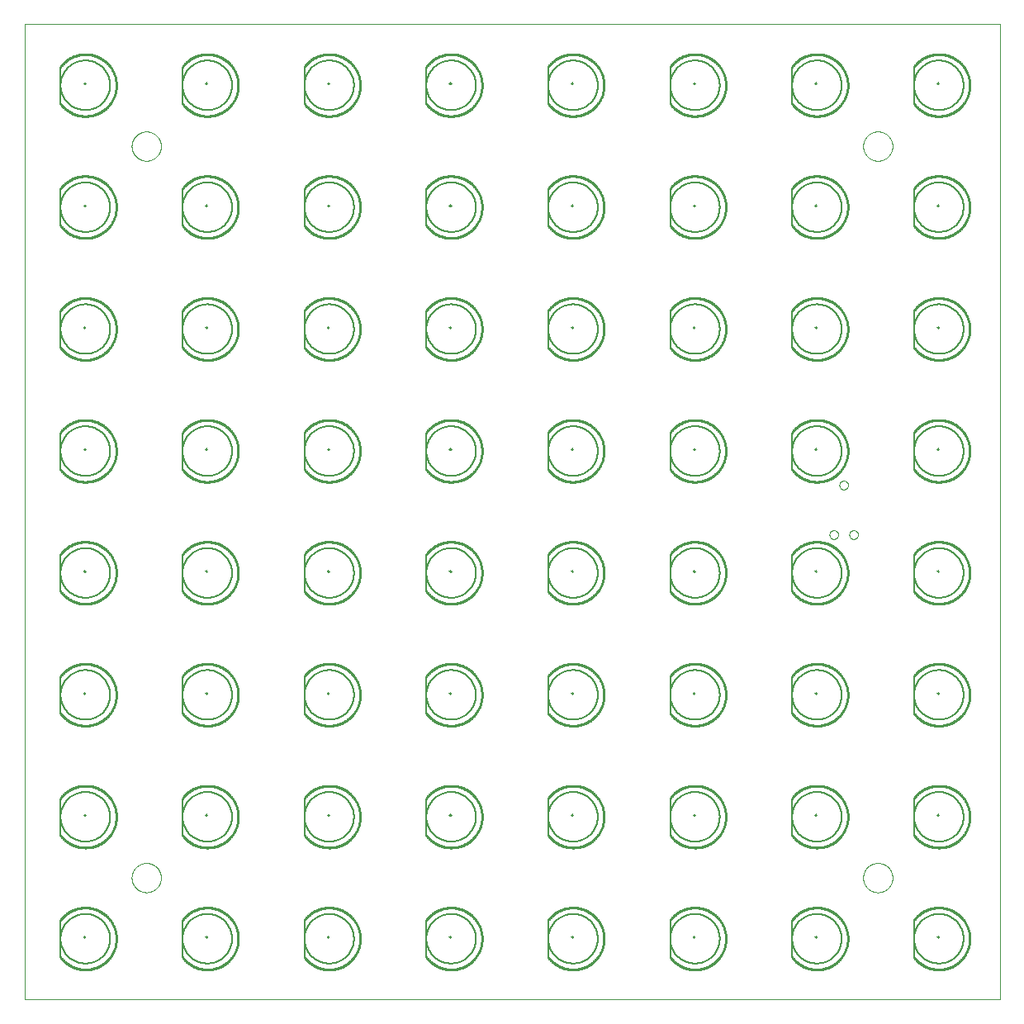
<source format=gbo>
G75*
%MOIN*%
%OFA0B0*%
%FSLAX25Y25*%
%IPPOS*%
%LPD*%
%AMOC8*
5,1,8,0,0,1.08239X$1,22.5*
%
%ADD10C,0.00000*%
%ADD11C,0.00800*%
%ADD12C,0.01000*%
%ADD13C,0.00600*%
%ADD14R,0.00984X0.00984*%
D10*
X0028775Y0011058D02*
X0028775Y0404759D01*
X0422476Y0404759D01*
X0422476Y0011058D01*
X0028775Y0011058D01*
X0072081Y0060271D02*
X0072083Y0060424D01*
X0072089Y0060578D01*
X0072099Y0060731D01*
X0072113Y0060883D01*
X0072131Y0061036D01*
X0072153Y0061187D01*
X0072178Y0061338D01*
X0072208Y0061489D01*
X0072242Y0061639D01*
X0072279Y0061787D01*
X0072320Y0061935D01*
X0072365Y0062081D01*
X0072414Y0062227D01*
X0072467Y0062371D01*
X0072523Y0062513D01*
X0072583Y0062654D01*
X0072647Y0062794D01*
X0072714Y0062932D01*
X0072785Y0063068D01*
X0072860Y0063202D01*
X0072937Y0063334D01*
X0073019Y0063464D01*
X0073103Y0063592D01*
X0073191Y0063718D01*
X0073282Y0063841D01*
X0073376Y0063962D01*
X0073474Y0064080D01*
X0073574Y0064196D01*
X0073678Y0064309D01*
X0073784Y0064420D01*
X0073893Y0064528D01*
X0074005Y0064633D01*
X0074119Y0064734D01*
X0074237Y0064833D01*
X0074356Y0064929D01*
X0074478Y0065022D01*
X0074603Y0065111D01*
X0074730Y0065198D01*
X0074859Y0065280D01*
X0074990Y0065360D01*
X0075123Y0065436D01*
X0075258Y0065509D01*
X0075395Y0065578D01*
X0075534Y0065643D01*
X0075674Y0065705D01*
X0075816Y0065763D01*
X0075959Y0065818D01*
X0076104Y0065869D01*
X0076250Y0065916D01*
X0076397Y0065959D01*
X0076545Y0065998D01*
X0076694Y0066034D01*
X0076844Y0066065D01*
X0076995Y0066093D01*
X0077146Y0066117D01*
X0077299Y0066137D01*
X0077451Y0066153D01*
X0077604Y0066165D01*
X0077757Y0066173D01*
X0077910Y0066177D01*
X0078064Y0066177D01*
X0078217Y0066173D01*
X0078370Y0066165D01*
X0078523Y0066153D01*
X0078675Y0066137D01*
X0078828Y0066117D01*
X0078979Y0066093D01*
X0079130Y0066065D01*
X0079280Y0066034D01*
X0079429Y0065998D01*
X0079577Y0065959D01*
X0079724Y0065916D01*
X0079870Y0065869D01*
X0080015Y0065818D01*
X0080158Y0065763D01*
X0080300Y0065705D01*
X0080440Y0065643D01*
X0080579Y0065578D01*
X0080716Y0065509D01*
X0080851Y0065436D01*
X0080984Y0065360D01*
X0081115Y0065280D01*
X0081244Y0065198D01*
X0081371Y0065111D01*
X0081496Y0065022D01*
X0081618Y0064929D01*
X0081737Y0064833D01*
X0081855Y0064734D01*
X0081969Y0064633D01*
X0082081Y0064528D01*
X0082190Y0064420D01*
X0082296Y0064309D01*
X0082400Y0064196D01*
X0082500Y0064080D01*
X0082598Y0063962D01*
X0082692Y0063841D01*
X0082783Y0063718D01*
X0082871Y0063592D01*
X0082955Y0063464D01*
X0083037Y0063334D01*
X0083114Y0063202D01*
X0083189Y0063068D01*
X0083260Y0062932D01*
X0083327Y0062794D01*
X0083391Y0062654D01*
X0083451Y0062513D01*
X0083507Y0062371D01*
X0083560Y0062227D01*
X0083609Y0062081D01*
X0083654Y0061935D01*
X0083695Y0061787D01*
X0083732Y0061639D01*
X0083766Y0061489D01*
X0083796Y0061338D01*
X0083821Y0061187D01*
X0083843Y0061036D01*
X0083861Y0060883D01*
X0083875Y0060731D01*
X0083885Y0060578D01*
X0083891Y0060424D01*
X0083893Y0060271D01*
X0083891Y0060118D01*
X0083885Y0059964D01*
X0083875Y0059811D01*
X0083861Y0059659D01*
X0083843Y0059506D01*
X0083821Y0059355D01*
X0083796Y0059204D01*
X0083766Y0059053D01*
X0083732Y0058903D01*
X0083695Y0058755D01*
X0083654Y0058607D01*
X0083609Y0058461D01*
X0083560Y0058315D01*
X0083507Y0058171D01*
X0083451Y0058029D01*
X0083391Y0057888D01*
X0083327Y0057748D01*
X0083260Y0057610D01*
X0083189Y0057474D01*
X0083114Y0057340D01*
X0083037Y0057208D01*
X0082955Y0057078D01*
X0082871Y0056950D01*
X0082783Y0056824D01*
X0082692Y0056701D01*
X0082598Y0056580D01*
X0082500Y0056462D01*
X0082400Y0056346D01*
X0082296Y0056233D01*
X0082190Y0056122D01*
X0082081Y0056014D01*
X0081969Y0055909D01*
X0081855Y0055808D01*
X0081737Y0055709D01*
X0081618Y0055613D01*
X0081496Y0055520D01*
X0081371Y0055431D01*
X0081244Y0055344D01*
X0081115Y0055262D01*
X0080984Y0055182D01*
X0080851Y0055106D01*
X0080716Y0055033D01*
X0080579Y0054964D01*
X0080440Y0054899D01*
X0080300Y0054837D01*
X0080158Y0054779D01*
X0080015Y0054724D01*
X0079870Y0054673D01*
X0079724Y0054626D01*
X0079577Y0054583D01*
X0079429Y0054544D01*
X0079280Y0054508D01*
X0079130Y0054477D01*
X0078979Y0054449D01*
X0078828Y0054425D01*
X0078675Y0054405D01*
X0078523Y0054389D01*
X0078370Y0054377D01*
X0078217Y0054369D01*
X0078064Y0054365D01*
X0077910Y0054365D01*
X0077757Y0054369D01*
X0077604Y0054377D01*
X0077451Y0054389D01*
X0077299Y0054405D01*
X0077146Y0054425D01*
X0076995Y0054449D01*
X0076844Y0054477D01*
X0076694Y0054508D01*
X0076545Y0054544D01*
X0076397Y0054583D01*
X0076250Y0054626D01*
X0076104Y0054673D01*
X0075959Y0054724D01*
X0075816Y0054779D01*
X0075674Y0054837D01*
X0075534Y0054899D01*
X0075395Y0054964D01*
X0075258Y0055033D01*
X0075123Y0055106D01*
X0074990Y0055182D01*
X0074859Y0055262D01*
X0074730Y0055344D01*
X0074603Y0055431D01*
X0074478Y0055520D01*
X0074356Y0055613D01*
X0074237Y0055709D01*
X0074119Y0055808D01*
X0074005Y0055909D01*
X0073893Y0056014D01*
X0073784Y0056122D01*
X0073678Y0056233D01*
X0073574Y0056346D01*
X0073474Y0056462D01*
X0073376Y0056580D01*
X0073282Y0056701D01*
X0073191Y0056824D01*
X0073103Y0056950D01*
X0073019Y0057078D01*
X0072937Y0057208D01*
X0072860Y0057340D01*
X0072785Y0057474D01*
X0072714Y0057610D01*
X0072647Y0057748D01*
X0072583Y0057888D01*
X0072523Y0058029D01*
X0072467Y0058171D01*
X0072414Y0058315D01*
X0072365Y0058461D01*
X0072320Y0058607D01*
X0072279Y0058755D01*
X0072242Y0058903D01*
X0072208Y0059053D01*
X0072178Y0059204D01*
X0072153Y0059355D01*
X0072131Y0059506D01*
X0072113Y0059659D01*
X0072099Y0059811D01*
X0072089Y0059964D01*
X0072083Y0060118D01*
X0072081Y0060271D01*
X0353733Y0198735D02*
X0353735Y0198818D01*
X0353741Y0198901D01*
X0353751Y0198984D01*
X0353765Y0199066D01*
X0353782Y0199148D01*
X0353804Y0199228D01*
X0353829Y0199307D01*
X0353858Y0199385D01*
X0353891Y0199462D01*
X0353928Y0199537D01*
X0353967Y0199610D01*
X0354011Y0199681D01*
X0354057Y0199750D01*
X0354107Y0199817D01*
X0354160Y0199881D01*
X0354216Y0199943D01*
X0354275Y0200002D01*
X0354337Y0200058D01*
X0354401Y0200111D01*
X0354468Y0200161D01*
X0354537Y0200207D01*
X0354608Y0200251D01*
X0354681Y0200290D01*
X0354756Y0200327D01*
X0354833Y0200360D01*
X0354911Y0200389D01*
X0354990Y0200414D01*
X0355070Y0200436D01*
X0355152Y0200453D01*
X0355234Y0200467D01*
X0355317Y0200477D01*
X0355400Y0200483D01*
X0355483Y0200485D01*
X0355566Y0200483D01*
X0355649Y0200477D01*
X0355732Y0200467D01*
X0355814Y0200453D01*
X0355896Y0200436D01*
X0355976Y0200414D01*
X0356055Y0200389D01*
X0356133Y0200360D01*
X0356210Y0200327D01*
X0356285Y0200290D01*
X0356358Y0200251D01*
X0356429Y0200207D01*
X0356498Y0200161D01*
X0356565Y0200111D01*
X0356629Y0200058D01*
X0356691Y0200002D01*
X0356750Y0199943D01*
X0356806Y0199881D01*
X0356859Y0199817D01*
X0356909Y0199750D01*
X0356955Y0199681D01*
X0356999Y0199610D01*
X0357038Y0199537D01*
X0357075Y0199462D01*
X0357108Y0199385D01*
X0357137Y0199307D01*
X0357162Y0199228D01*
X0357184Y0199148D01*
X0357201Y0199066D01*
X0357215Y0198984D01*
X0357225Y0198901D01*
X0357231Y0198818D01*
X0357233Y0198735D01*
X0357231Y0198652D01*
X0357225Y0198569D01*
X0357215Y0198486D01*
X0357201Y0198404D01*
X0357184Y0198322D01*
X0357162Y0198242D01*
X0357137Y0198163D01*
X0357108Y0198085D01*
X0357075Y0198008D01*
X0357038Y0197933D01*
X0356999Y0197860D01*
X0356955Y0197789D01*
X0356909Y0197720D01*
X0356859Y0197653D01*
X0356806Y0197589D01*
X0356750Y0197527D01*
X0356691Y0197468D01*
X0356629Y0197412D01*
X0356565Y0197359D01*
X0356498Y0197309D01*
X0356429Y0197263D01*
X0356358Y0197219D01*
X0356285Y0197180D01*
X0356210Y0197143D01*
X0356133Y0197110D01*
X0356055Y0197081D01*
X0355976Y0197056D01*
X0355896Y0197034D01*
X0355814Y0197017D01*
X0355732Y0197003D01*
X0355649Y0196993D01*
X0355566Y0196987D01*
X0355483Y0196985D01*
X0355400Y0196987D01*
X0355317Y0196993D01*
X0355234Y0197003D01*
X0355152Y0197017D01*
X0355070Y0197034D01*
X0354990Y0197056D01*
X0354911Y0197081D01*
X0354833Y0197110D01*
X0354756Y0197143D01*
X0354681Y0197180D01*
X0354608Y0197219D01*
X0354537Y0197263D01*
X0354468Y0197309D01*
X0354401Y0197359D01*
X0354337Y0197412D01*
X0354275Y0197468D01*
X0354216Y0197527D01*
X0354160Y0197589D01*
X0354107Y0197653D01*
X0354057Y0197720D01*
X0354011Y0197789D01*
X0353967Y0197860D01*
X0353928Y0197933D01*
X0353891Y0198008D01*
X0353858Y0198085D01*
X0353829Y0198163D01*
X0353804Y0198242D01*
X0353782Y0198322D01*
X0353765Y0198404D01*
X0353751Y0198486D01*
X0353741Y0198569D01*
X0353735Y0198652D01*
X0353733Y0198735D01*
X0361733Y0198735D02*
X0361735Y0198818D01*
X0361741Y0198901D01*
X0361751Y0198984D01*
X0361765Y0199066D01*
X0361782Y0199148D01*
X0361804Y0199228D01*
X0361829Y0199307D01*
X0361858Y0199385D01*
X0361891Y0199462D01*
X0361928Y0199537D01*
X0361967Y0199610D01*
X0362011Y0199681D01*
X0362057Y0199750D01*
X0362107Y0199817D01*
X0362160Y0199881D01*
X0362216Y0199943D01*
X0362275Y0200002D01*
X0362337Y0200058D01*
X0362401Y0200111D01*
X0362468Y0200161D01*
X0362537Y0200207D01*
X0362608Y0200251D01*
X0362681Y0200290D01*
X0362756Y0200327D01*
X0362833Y0200360D01*
X0362911Y0200389D01*
X0362990Y0200414D01*
X0363070Y0200436D01*
X0363152Y0200453D01*
X0363234Y0200467D01*
X0363317Y0200477D01*
X0363400Y0200483D01*
X0363483Y0200485D01*
X0363566Y0200483D01*
X0363649Y0200477D01*
X0363732Y0200467D01*
X0363814Y0200453D01*
X0363896Y0200436D01*
X0363976Y0200414D01*
X0364055Y0200389D01*
X0364133Y0200360D01*
X0364210Y0200327D01*
X0364285Y0200290D01*
X0364358Y0200251D01*
X0364429Y0200207D01*
X0364498Y0200161D01*
X0364565Y0200111D01*
X0364629Y0200058D01*
X0364691Y0200002D01*
X0364750Y0199943D01*
X0364806Y0199881D01*
X0364859Y0199817D01*
X0364909Y0199750D01*
X0364955Y0199681D01*
X0364999Y0199610D01*
X0365038Y0199537D01*
X0365075Y0199462D01*
X0365108Y0199385D01*
X0365137Y0199307D01*
X0365162Y0199228D01*
X0365184Y0199148D01*
X0365201Y0199066D01*
X0365215Y0198984D01*
X0365225Y0198901D01*
X0365231Y0198818D01*
X0365233Y0198735D01*
X0365231Y0198652D01*
X0365225Y0198569D01*
X0365215Y0198486D01*
X0365201Y0198404D01*
X0365184Y0198322D01*
X0365162Y0198242D01*
X0365137Y0198163D01*
X0365108Y0198085D01*
X0365075Y0198008D01*
X0365038Y0197933D01*
X0364999Y0197860D01*
X0364955Y0197789D01*
X0364909Y0197720D01*
X0364859Y0197653D01*
X0364806Y0197589D01*
X0364750Y0197527D01*
X0364691Y0197468D01*
X0364629Y0197412D01*
X0364565Y0197359D01*
X0364498Y0197309D01*
X0364429Y0197263D01*
X0364358Y0197219D01*
X0364285Y0197180D01*
X0364210Y0197143D01*
X0364133Y0197110D01*
X0364055Y0197081D01*
X0363976Y0197056D01*
X0363896Y0197034D01*
X0363814Y0197017D01*
X0363732Y0197003D01*
X0363649Y0196993D01*
X0363566Y0196987D01*
X0363483Y0196985D01*
X0363400Y0196987D01*
X0363317Y0196993D01*
X0363234Y0197003D01*
X0363152Y0197017D01*
X0363070Y0197034D01*
X0362990Y0197056D01*
X0362911Y0197081D01*
X0362833Y0197110D01*
X0362756Y0197143D01*
X0362681Y0197180D01*
X0362608Y0197219D01*
X0362537Y0197263D01*
X0362468Y0197309D01*
X0362401Y0197359D01*
X0362337Y0197412D01*
X0362275Y0197468D01*
X0362216Y0197527D01*
X0362160Y0197589D01*
X0362107Y0197653D01*
X0362057Y0197720D01*
X0362011Y0197789D01*
X0361967Y0197860D01*
X0361928Y0197933D01*
X0361891Y0198008D01*
X0361858Y0198085D01*
X0361829Y0198163D01*
X0361804Y0198242D01*
X0361782Y0198322D01*
X0361765Y0198404D01*
X0361751Y0198486D01*
X0361741Y0198569D01*
X0361735Y0198652D01*
X0361733Y0198735D01*
X0357733Y0218735D02*
X0357735Y0218818D01*
X0357741Y0218901D01*
X0357751Y0218984D01*
X0357765Y0219066D01*
X0357782Y0219148D01*
X0357804Y0219228D01*
X0357829Y0219307D01*
X0357858Y0219385D01*
X0357891Y0219462D01*
X0357928Y0219537D01*
X0357967Y0219610D01*
X0358011Y0219681D01*
X0358057Y0219750D01*
X0358107Y0219817D01*
X0358160Y0219881D01*
X0358216Y0219943D01*
X0358275Y0220002D01*
X0358337Y0220058D01*
X0358401Y0220111D01*
X0358468Y0220161D01*
X0358537Y0220207D01*
X0358608Y0220251D01*
X0358681Y0220290D01*
X0358756Y0220327D01*
X0358833Y0220360D01*
X0358911Y0220389D01*
X0358990Y0220414D01*
X0359070Y0220436D01*
X0359152Y0220453D01*
X0359234Y0220467D01*
X0359317Y0220477D01*
X0359400Y0220483D01*
X0359483Y0220485D01*
X0359566Y0220483D01*
X0359649Y0220477D01*
X0359732Y0220467D01*
X0359814Y0220453D01*
X0359896Y0220436D01*
X0359976Y0220414D01*
X0360055Y0220389D01*
X0360133Y0220360D01*
X0360210Y0220327D01*
X0360285Y0220290D01*
X0360358Y0220251D01*
X0360429Y0220207D01*
X0360498Y0220161D01*
X0360565Y0220111D01*
X0360629Y0220058D01*
X0360691Y0220002D01*
X0360750Y0219943D01*
X0360806Y0219881D01*
X0360859Y0219817D01*
X0360909Y0219750D01*
X0360955Y0219681D01*
X0360999Y0219610D01*
X0361038Y0219537D01*
X0361075Y0219462D01*
X0361108Y0219385D01*
X0361137Y0219307D01*
X0361162Y0219228D01*
X0361184Y0219148D01*
X0361201Y0219066D01*
X0361215Y0218984D01*
X0361225Y0218901D01*
X0361231Y0218818D01*
X0361233Y0218735D01*
X0361231Y0218652D01*
X0361225Y0218569D01*
X0361215Y0218486D01*
X0361201Y0218404D01*
X0361184Y0218322D01*
X0361162Y0218242D01*
X0361137Y0218163D01*
X0361108Y0218085D01*
X0361075Y0218008D01*
X0361038Y0217933D01*
X0360999Y0217860D01*
X0360955Y0217789D01*
X0360909Y0217720D01*
X0360859Y0217653D01*
X0360806Y0217589D01*
X0360750Y0217527D01*
X0360691Y0217468D01*
X0360629Y0217412D01*
X0360565Y0217359D01*
X0360498Y0217309D01*
X0360429Y0217263D01*
X0360358Y0217219D01*
X0360285Y0217180D01*
X0360210Y0217143D01*
X0360133Y0217110D01*
X0360055Y0217081D01*
X0359976Y0217056D01*
X0359896Y0217034D01*
X0359814Y0217017D01*
X0359732Y0217003D01*
X0359649Y0216993D01*
X0359566Y0216987D01*
X0359483Y0216985D01*
X0359400Y0216987D01*
X0359317Y0216993D01*
X0359234Y0217003D01*
X0359152Y0217017D01*
X0359070Y0217034D01*
X0358990Y0217056D01*
X0358911Y0217081D01*
X0358833Y0217110D01*
X0358756Y0217143D01*
X0358681Y0217180D01*
X0358608Y0217219D01*
X0358537Y0217263D01*
X0358468Y0217309D01*
X0358401Y0217359D01*
X0358337Y0217412D01*
X0358275Y0217468D01*
X0358216Y0217527D01*
X0358160Y0217589D01*
X0358107Y0217653D01*
X0358057Y0217720D01*
X0358011Y0217789D01*
X0357967Y0217860D01*
X0357928Y0217933D01*
X0357891Y0218008D01*
X0357858Y0218085D01*
X0357829Y0218163D01*
X0357804Y0218242D01*
X0357782Y0218322D01*
X0357765Y0218404D01*
X0357751Y0218486D01*
X0357741Y0218569D01*
X0357735Y0218652D01*
X0357733Y0218735D01*
X0367357Y0355546D02*
X0367359Y0355699D01*
X0367365Y0355853D01*
X0367375Y0356006D01*
X0367389Y0356158D01*
X0367407Y0356311D01*
X0367429Y0356462D01*
X0367454Y0356613D01*
X0367484Y0356764D01*
X0367518Y0356914D01*
X0367555Y0357062D01*
X0367596Y0357210D01*
X0367641Y0357356D01*
X0367690Y0357502D01*
X0367743Y0357646D01*
X0367799Y0357788D01*
X0367859Y0357929D01*
X0367923Y0358069D01*
X0367990Y0358207D01*
X0368061Y0358343D01*
X0368136Y0358477D01*
X0368213Y0358609D01*
X0368295Y0358739D01*
X0368379Y0358867D01*
X0368467Y0358993D01*
X0368558Y0359116D01*
X0368652Y0359237D01*
X0368750Y0359355D01*
X0368850Y0359471D01*
X0368954Y0359584D01*
X0369060Y0359695D01*
X0369169Y0359803D01*
X0369281Y0359908D01*
X0369395Y0360009D01*
X0369513Y0360108D01*
X0369632Y0360204D01*
X0369754Y0360297D01*
X0369879Y0360386D01*
X0370006Y0360473D01*
X0370135Y0360555D01*
X0370266Y0360635D01*
X0370399Y0360711D01*
X0370534Y0360784D01*
X0370671Y0360853D01*
X0370810Y0360918D01*
X0370950Y0360980D01*
X0371092Y0361038D01*
X0371235Y0361093D01*
X0371380Y0361144D01*
X0371526Y0361191D01*
X0371673Y0361234D01*
X0371821Y0361273D01*
X0371970Y0361309D01*
X0372120Y0361340D01*
X0372271Y0361368D01*
X0372422Y0361392D01*
X0372575Y0361412D01*
X0372727Y0361428D01*
X0372880Y0361440D01*
X0373033Y0361448D01*
X0373186Y0361452D01*
X0373340Y0361452D01*
X0373493Y0361448D01*
X0373646Y0361440D01*
X0373799Y0361428D01*
X0373951Y0361412D01*
X0374104Y0361392D01*
X0374255Y0361368D01*
X0374406Y0361340D01*
X0374556Y0361309D01*
X0374705Y0361273D01*
X0374853Y0361234D01*
X0375000Y0361191D01*
X0375146Y0361144D01*
X0375291Y0361093D01*
X0375434Y0361038D01*
X0375576Y0360980D01*
X0375716Y0360918D01*
X0375855Y0360853D01*
X0375992Y0360784D01*
X0376127Y0360711D01*
X0376260Y0360635D01*
X0376391Y0360555D01*
X0376520Y0360473D01*
X0376647Y0360386D01*
X0376772Y0360297D01*
X0376894Y0360204D01*
X0377013Y0360108D01*
X0377131Y0360009D01*
X0377245Y0359908D01*
X0377357Y0359803D01*
X0377466Y0359695D01*
X0377572Y0359584D01*
X0377676Y0359471D01*
X0377776Y0359355D01*
X0377874Y0359237D01*
X0377968Y0359116D01*
X0378059Y0358993D01*
X0378147Y0358867D01*
X0378231Y0358739D01*
X0378313Y0358609D01*
X0378390Y0358477D01*
X0378465Y0358343D01*
X0378536Y0358207D01*
X0378603Y0358069D01*
X0378667Y0357929D01*
X0378727Y0357788D01*
X0378783Y0357646D01*
X0378836Y0357502D01*
X0378885Y0357356D01*
X0378930Y0357210D01*
X0378971Y0357062D01*
X0379008Y0356914D01*
X0379042Y0356764D01*
X0379072Y0356613D01*
X0379097Y0356462D01*
X0379119Y0356311D01*
X0379137Y0356158D01*
X0379151Y0356006D01*
X0379161Y0355853D01*
X0379167Y0355699D01*
X0379169Y0355546D01*
X0379167Y0355393D01*
X0379161Y0355239D01*
X0379151Y0355086D01*
X0379137Y0354934D01*
X0379119Y0354781D01*
X0379097Y0354630D01*
X0379072Y0354479D01*
X0379042Y0354328D01*
X0379008Y0354178D01*
X0378971Y0354030D01*
X0378930Y0353882D01*
X0378885Y0353736D01*
X0378836Y0353590D01*
X0378783Y0353446D01*
X0378727Y0353304D01*
X0378667Y0353163D01*
X0378603Y0353023D01*
X0378536Y0352885D01*
X0378465Y0352749D01*
X0378390Y0352615D01*
X0378313Y0352483D01*
X0378231Y0352353D01*
X0378147Y0352225D01*
X0378059Y0352099D01*
X0377968Y0351976D01*
X0377874Y0351855D01*
X0377776Y0351737D01*
X0377676Y0351621D01*
X0377572Y0351508D01*
X0377466Y0351397D01*
X0377357Y0351289D01*
X0377245Y0351184D01*
X0377131Y0351083D01*
X0377013Y0350984D01*
X0376894Y0350888D01*
X0376772Y0350795D01*
X0376647Y0350706D01*
X0376520Y0350619D01*
X0376391Y0350537D01*
X0376260Y0350457D01*
X0376127Y0350381D01*
X0375992Y0350308D01*
X0375855Y0350239D01*
X0375716Y0350174D01*
X0375576Y0350112D01*
X0375434Y0350054D01*
X0375291Y0349999D01*
X0375146Y0349948D01*
X0375000Y0349901D01*
X0374853Y0349858D01*
X0374705Y0349819D01*
X0374556Y0349783D01*
X0374406Y0349752D01*
X0374255Y0349724D01*
X0374104Y0349700D01*
X0373951Y0349680D01*
X0373799Y0349664D01*
X0373646Y0349652D01*
X0373493Y0349644D01*
X0373340Y0349640D01*
X0373186Y0349640D01*
X0373033Y0349644D01*
X0372880Y0349652D01*
X0372727Y0349664D01*
X0372575Y0349680D01*
X0372422Y0349700D01*
X0372271Y0349724D01*
X0372120Y0349752D01*
X0371970Y0349783D01*
X0371821Y0349819D01*
X0371673Y0349858D01*
X0371526Y0349901D01*
X0371380Y0349948D01*
X0371235Y0349999D01*
X0371092Y0350054D01*
X0370950Y0350112D01*
X0370810Y0350174D01*
X0370671Y0350239D01*
X0370534Y0350308D01*
X0370399Y0350381D01*
X0370266Y0350457D01*
X0370135Y0350537D01*
X0370006Y0350619D01*
X0369879Y0350706D01*
X0369754Y0350795D01*
X0369632Y0350888D01*
X0369513Y0350984D01*
X0369395Y0351083D01*
X0369281Y0351184D01*
X0369169Y0351289D01*
X0369060Y0351397D01*
X0368954Y0351508D01*
X0368850Y0351621D01*
X0368750Y0351737D01*
X0368652Y0351855D01*
X0368558Y0351976D01*
X0368467Y0352099D01*
X0368379Y0352225D01*
X0368295Y0352353D01*
X0368213Y0352483D01*
X0368136Y0352615D01*
X0368061Y0352749D01*
X0367990Y0352885D01*
X0367923Y0353023D01*
X0367859Y0353163D01*
X0367799Y0353304D01*
X0367743Y0353446D01*
X0367690Y0353590D01*
X0367641Y0353736D01*
X0367596Y0353882D01*
X0367555Y0354030D01*
X0367518Y0354178D01*
X0367484Y0354328D01*
X0367454Y0354479D01*
X0367429Y0354630D01*
X0367407Y0354781D01*
X0367389Y0354934D01*
X0367375Y0355086D01*
X0367365Y0355239D01*
X0367359Y0355393D01*
X0367357Y0355546D01*
X0072081Y0355546D02*
X0072083Y0355699D01*
X0072089Y0355853D01*
X0072099Y0356006D01*
X0072113Y0356158D01*
X0072131Y0356311D01*
X0072153Y0356462D01*
X0072178Y0356613D01*
X0072208Y0356764D01*
X0072242Y0356914D01*
X0072279Y0357062D01*
X0072320Y0357210D01*
X0072365Y0357356D01*
X0072414Y0357502D01*
X0072467Y0357646D01*
X0072523Y0357788D01*
X0072583Y0357929D01*
X0072647Y0358069D01*
X0072714Y0358207D01*
X0072785Y0358343D01*
X0072860Y0358477D01*
X0072937Y0358609D01*
X0073019Y0358739D01*
X0073103Y0358867D01*
X0073191Y0358993D01*
X0073282Y0359116D01*
X0073376Y0359237D01*
X0073474Y0359355D01*
X0073574Y0359471D01*
X0073678Y0359584D01*
X0073784Y0359695D01*
X0073893Y0359803D01*
X0074005Y0359908D01*
X0074119Y0360009D01*
X0074237Y0360108D01*
X0074356Y0360204D01*
X0074478Y0360297D01*
X0074603Y0360386D01*
X0074730Y0360473D01*
X0074859Y0360555D01*
X0074990Y0360635D01*
X0075123Y0360711D01*
X0075258Y0360784D01*
X0075395Y0360853D01*
X0075534Y0360918D01*
X0075674Y0360980D01*
X0075816Y0361038D01*
X0075959Y0361093D01*
X0076104Y0361144D01*
X0076250Y0361191D01*
X0076397Y0361234D01*
X0076545Y0361273D01*
X0076694Y0361309D01*
X0076844Y0361340D01*
X0076995Y0361368D01*
X0077146Y0361392D01*
X0077299Y0361412D01*
X0077451Y0361428D01*
X0077604Y0361440D01*
X0077757Y0361448D01*
X0077910Y0361452D01*
X0078064Y0361452D01*
X0078217Y0361448D01*
X0078370Y0361440D01*
X0078523Y0361428D01*
X0078675Y0361412D01*
X0078828Y0361392D01*
X0078979Y0361368D01*
X0079130Y0361340D01*
X0079280Y0361309D01*
X0079429Y0361273D01*
X0079577Y0361234D01*
X0079724Y0361191D01*
X0079870Y0361144D01*
X0080015Y0361093D01*
X0080158Y0361038D01*
X0080300Y0360980D01*
X0080440Y0360918D01*
X0080579Y0360853D01*
X0080716Y0360784D01*
X0080851Y0360711D01*
X0080984Y0360635D01*
X0081115Y0360555D01*
X0081244Y0360473D01*
X0081371Y0360386D01*
X0081496Y0360297D01*
X0081618Y0360204D01*
X0081737Y0360108D01*
X0081855Y0360009D01*
X0081969Y0359908D01*
X0082081Y0359803D01*
X0082190Y0359695D01*
X0082296Y0359584D01*
X0082400Y0359471D01*
X0082500Y0359355D01*
X0082598Y0359237D01*
X0082692Y0359116D01*
X0082783Y0358993D01*
X0082871Y0358867D01*
X0082955Y0358739D01*
X0083037Y0358609D01*
X0083114Y0358477D01*
X0083189Y0358343D01*
X0083260Y0358207D01*
X0083327Y0358069D01*
X0083391Y0357929D01*
X0083451Y0357788D01*
X0083507Y0357646D01*
X0083560Y0357502D01*
X0083609Y0357356D01*
X0083654Y0357210D01*
X0083695Y0357062D01*
X0083732Y0356914D01*
X0083766Y0356764D01*
X0083796Y0356613D01*
X0083821Y0356462D01*
X0083843Y0356311D01*
X0083861Y0356158D01*
X0083875Y0356006D01*
X0083885Y0355853D01*
X0083891Y0355699D01*
X0083893Y0355546D01*
X0083891Y0355393D01*
X0083885Y0355239D01*
X0083875Y0355086D01*
X0083861Y0354934D01*
X0083843Y0354781D01*
X0083821Y0354630D01*
X0083796Y0354479D01*
X0083766Y0354328D01*
X0083732Y0354178D01*
X0083695Y0354030D01*
X0083654Y0353882D01*
X0083609Y0353736D01*
X0083560Y0353590D01*
X0083507Y0353446D01*
X0083451Y0353304D01*
X0083391Y0353163D01*
X0083327Y0353023D01*
X0083260Y0352885D01*
X0083189Y0352749D01*
X0083114Y0352615D01*
X0083037Y0352483D01*
X0082955Y0352353D01*
X0082871Y0352225D01*
X0082783Y0352099D01*
X0082692Y0351976D01*
X0082598Y0351855D01*
X0082500Y0351737D01*
X0082400Y0351621D01*
X0082296Y0351508D01*
X0082190Y0351397D01*
X0082081Y0351289D01*
X0081969Y0351184D01*
X0081855Y0351083D01*
X0081737Y0350984D01*
X0081618Y0350888D01*
X0081496Y0350795D01*
X0081371Y0350706D01*
X0081244Y0350619D01*
X0081115Y0350537D01*
X0080984Y0350457D01*
X0080851Y0350381D01*
X0080716Y0350308D01*
X0080579Y0350239D01*
X0080440Y0350174D01*
X0080300Y0350112D01*
X0080158Y0350054D01*
X0080015Y0349999D01*
X0079870Y0349948D01*
X0079724Y0349901D01*
X0079577Y0349858D01*
X0079429Y0349819D01*
X0079280Y0349783D01*
X0079130Y0349752D01*
X0078979Y0349724D01*
X0078828Y0349700D01*
X0078675Y0349680D01*
X0078523Y0349664D01*
X0078370Y0349652D01*
X0078217Y0349644D01*
X0078064Y0349640D01*
X0077910Y0349640D01*
X0077757Y0349644D01*
X0077604Y0349652D01*
X0077451Y0349664D01*
X0077299Y0349680D01*
X0077146Y0349700D01*
X0076995Y0349724D01*
X0076844Y0349752D01*
X0076694Y0349783D01*
X0076545Y0349819D01*
X0076397Y0349858D01*
X0076250Y0349901D01*
X0076104Y0349948D01*
X0075959Y0349999D01*
X0075816Y0350054D01*
X0075674Y0350112D01*
X0075534Y0350174D01*
X0075395Y0350239D01*
X0075258Y0350308D01*
X0075123Y0350381D01*
X0074990Y0350457D01*
X0074859Y0350537D01*
X0074730Y0350619D01*
X0074603Y0350706D01*
X0074478Y0350795D01*
X0074356Y0350888D01*
X0074237Y0350984D01*
X0074119Y0351083D01*
X0074005Y0351184D01*
X0073893Y0351289D01*
X0073784Y0351397D01*
X0073678Y0351508D01*
X0073574Y0351621D01*
X0073474Y0351737D01*
X0073376Y0351855D01*
X0073282Y0351976D01*
X0073191Y0352099D01*
X0073103Y0352225D01*
X0073019Y0352353D01*
X0072937Y0352483D01*
X0072860Y0352615D01*
X0072785Y0352749D01*
X0072714Y0352885D01*
X0072647Y0353023D01*
X0072583Y0353163D01*
X0072523Y0353304D01*
X0072467Y0353446D01*
X0072414Y0353590D01*
X0072365Y0353736D01*
X0072320Y0353882D01*
X0072279Y0354030D01*
X0072242Y0354178D01*
X0072208Y0354328D01*
X0072178Y0354479D01*
X0072153Y0354630D01*
X0072131Y0354781D01*
X0072113Y0354934D01*
X0072099Y0355086D01*
X0072089Y0355239D01*
X0072083Y0355393D01*
X0072081Y0355546D01*
X0367357Y0060271D02*
X0367359Y0060424D01*
X0367365Y0060578D01*
X0367375Y0060731D01*
X0367389Y0060883D01*
X0367407Y0061036D01*
X0367429Y0061187D01*
X0367454Y0061338D01*
X0367484Y0061489D01*
X0367518Y0061639D01*
X0367555Y0061787D01*
X0367596Y0061935D01*
X0367641Y0062081D01*
X0367690Y0062227D01*
X0367743Y0062371D01*
X0367799Y0062513D01*
X0367859Y0062654D01*
X0367923Y0062794D01*
X0367990Y0062932D01*
X0368061Y0063068D01*
X0368136Y0063202D01*
X0368213Y0063334D01*
X0368295Y0063464D01*
X0368379Y0063592D01*
X0368467Y0063718D01*
X0368558Y0063841D01*
X0368652Y0063962D01*
X0368750Y0064080D01*
X0368850Y0064196D01*
X0368954Y0064309D01*
X0369060Y0064420D01*
X0369169Y0064528D01*
X0369281Y0064633D01*
X0369395Y0064734D01*
X0369513Y0064833D01*
X0369632Y0064929D01*
X0369754Y0065022D01*
X0369879Y0065111D01*
X0370006Y0065198D01*
X0370135Y0065280D01*
X0370266Y0065360D01*
X0370399Y0065436D01*
X0370534Y0065509D01*
X0370671Y0065578D01*
X0370810Y0065643D01*
X0370950Y0065705D01*
X0371092Y0065763D01*
X0371235Y0065818D01*
X0371380Y0065869D01*
X0371526Y0065916D01*
X0371673Y0065959D01*
X0371821Y0065998D01*
X0371970Y0066034D01*
X0372120Y0066065D01*
X0372271Y0066093D01*
X0372422Y0066117D01*
X0372575Y0066137D01*
X0372727Y0066153D01*
X0372880Y0066165D01*
X0373033Y0066173D01*
X0373186Y0066177D01*
X0373340Y0066177D01*
X0373493Y0066173D01*
X0373646Y0066165D01*
X0373799Y0066153D01*
X0373951Y0066137D01*
X0374104Y0066117D01*
X0374255Y0066093D01*
X0374406Y0066065D01*
X0374556Y0066034D01*
X0374705Y0065998D01*
X0374853Y0065959D01*
X0375000Y0065916D01*
X0375146Y0065869D01*
X0375291Y0065818D01*
X0375434Y0065763D01*
X0375576Y0065705D01*
X0375716Y0065643D01*
X0375855Y0065578D01*
X0375992Y0065509D01*
X0376127Y0065436D01*
X0376260Y0065360D01*
X0376391Y0065280D01*
X0376520Y0065198D01*
X0376647Y0065111D01*
X0376772Y0065022D01*
X0376894Y0064929D01*
X0377013Y0064833D01*
X0377131Y0064734D01*
X0377245Y0064633D01*
X0377357Y0064528D01*
X0377466Y0064420D01*
X0377572Y0064309D01*
X0377676Y0064196D01*
X0377776Y0064080D01*
X0377874Y0063962D01*
X0377968Y0063841D01*
X0378059Y0063718D01*
X0378147Y0063592D01*
X0378231Y0063464D01*
X0378313Y0063334D01*
X0378390Y0063202D01*
X0378465Y0063068D01*
X0378536Y0062932D01*
X0378603Y0062794D01*
X0378667Y0062654D01*
X0378727Y0062513D01*
X0378783Y0062371D01*
X0378836Y0062227D01*
X0378885Y0062081D01*
X0378930Y0061935D01*
X0378971Y0061787D01*
X0379008Y0061639D01*
X0379042Y0061489D01*
X0379072Y0061338D01*
X0379097Y0061187D01*
X0379119Y0061036D01*
X0379137Y0060883D01*
X0379151Y0060731D01*
X0379161Y0060578D01*
X0379167Y0060424D01*
X0379169Y0060271D01*
X0379167Y0060118D01*
X0379161Y0059964D01*
X0379151Y0059811D01*
X0379137Y0059659D01*
X0379119Y0059506D01*
X0379097Y0059355D01*
X0379072Y0059204D01*
X0379042Y0059053D01*
X0379008Y0058903D01*
X0378971Y0058755D01*
X0378930Y0058607D01*
X0378885Y0058461D01*
X0378836Y0058315D01*
X0378783Y0058171D01*
X0378727Y0058029D01*
X0378667Y0057888D01*
X0378603Y0057748D01*
X0378536Y0057610D01*
X0378465Y0057474D01*
X0378390Y0057340D01*
X0378313Y0057208D01*
X0378231Y0057078D01*
X0378147Y0056950D01*
X0378059Y0056824D01*
X0377968Y0056701D01*
X0377874Y0056580D01*
X0377776Y0056462D01*
X0377676Y0056346D01*
X0377572Y0056233D01*
X0377466Y0056122D01*
X0377357Y0056014D01*
X0377245Y0055909D01*
X0377131Y0055808D01*
X0377013Y0055709D01*
X0376894Y0055613D01*
X0376772Y0055520D01*
X0376647Y0055431D01*
X0376520Y0055344D01*
X0376391Y0055262D01*
X0376260Y0055182D01*
X0376127Y0055106D01*
X0375992Y0055033D01*
X0375855Y0054964D01*
X0375716Y0054899D01*
X0375576Y0054837D01*
X0375434Y0054779D01*
X0375291Y0054724D01*
X0375146Y0054673D01*
X0375000Y0054626D01*
X0374853Y0054583D01*
X0374705Y0054544D01*
X0374556Y0054508D01*
X0374406Y0054477D01*
X0374255Y0054449D01*
X0374104Y0054425D01*
X0373951Y0054405D01*
X0373799Y0054389D01*
X0373646Y0054377D01*
X0373493Y0054369D01*
X0373340Y0054365D01*
X0373186Y0054365D01*
X0373033Y0054369D01*
X0372880Y0054377D01*
X0372727Y0054389D01*
X0372575Y0054405D01*
X0372422Y0054425D01*
X0372271Y0054449D01*
X0372120Y0054477D01*
X0371970Y0054508D01*
X0371821Y0054544D01*
X0371673Y0054583D01*
X0371526Y0054626D01*
X0371380Y0054673D01*
X0371235Y0054724D01*
X0371092Y0054779D01*
X0370950Y0054837D01*
X0370810Y0054899D01*
X0370671Y0054964D01*
X0370534Y0055033D01*
X0370399Y0055106D01*
X0370266Y0055182D01*
X0370135Y0055262D01*
X0370006Y0055344D01*
X0369879Y0055431D01*
X0369754Y0055520D01*
X0369632Y0055613D01*
X0369513Y0055709D01*
X0369395Y0055808D01*
X0369281Y0055909D01*
X0369169Y0056014D01*
X0369060Y0056122D01*
X0368954Y0056233D01*
X0368850Y0056346D01*
X0368750Y0056462D01*
X0368652Y0056580D01*
X0368558Y0056701D01*
X0368467Y0056824D01*
X0368379Y0056950D01*
X0368295Y0057078D01*
X0368213Y0057208D01*
X0368136Y0057340D01*
X0368061Y0057474D01*
X0367990Y0057610D01*
X0367923Y0057748D01*
X0367859Y0057888D01*
X0367799Y0058029D01*
X0367743Y0058171D01*
X0367690Y0058315D01*
X0367641Y0058461D01*
X0367596Y0058607D01*
X0367555Y0058755D01*
X0367518Y0058903D01*
X0367484Y0059053D01*
X0367454Y0059204D01*
X0367429Y0059355D01*
X0367407Y0059506D01*
X0367389Y0059659D01*
X0367375Y0059811D01*
X0367365Y0059964D01*
X0367359Y0060118D01*
X0367357Y0060271D01*
D11*
X0387869Y0077377D02*
X0387869Y0092377D01*
X0387869Y0126590D02*
X0387869Y0141590D01*
X0387869Y0175802D02*
X0387869Y0190802D01*
X0387869Y0225015D02*
X0387869Y0240015D01*
X0387869Y0274228D02*
X0387869Y0289228D01*
X0387869Y0323440D02*
X0387869Y0338440D01*
X0387869Y0372653D02*
X0387869Y0387653D01*
X0338657Y0387653D02*
X0338657Y0372653D01*
X0338657Y0338440D02*
X0338657Y0323440D01*
X0338657Y0289228D02*
X0338657Y0274228D01*
X0338657Y0240015D02*
X0338657Y0225015D01*
X0338657Y0190802D02*
X0338657Y0175802D01*
X0338657Y0141590D02*
X0338657Y0126590D01*
X0338657Y0092377D02*
X0338657Y0077377D01*
X0338657Y0043165D02*
X0338657Y0028165D01*
X0387869Y0028165D02*
X0387869Y0043165D01*
X0289444Y0043165D02*
X0289444Y0028165D01*
X0289444Y0077377D02*
X0289444Y0092377D01*
X0289444Y0126590D02*
X0289444Y0141590D01*
X0289444Y0175802D02*
X0289444Y0190802D01*
X0289444Y0225015D02*
X0289444Y0240015D01*
X0289444Y0274228D02*
X0289444Y0289228D01*
X0289444Y0323440D02*
X0289444Y0338440D01*
X0289444Y0372653D02*
X0289444Y0387653D01*
X0240231Y0387653D02*
X0240231Y0372653D01*
X0240231Y0338440D02*
X0240231Y0323440D01*
X0240231Y0289228D02*
X0240231Y0274228D01*
X0240231Y0240015D02*
X0240231Y0225015D01*
X0240231Y0190802D02*
X0240231Y0175802D01*
X0240231Y0141590D02*
X0240231Y0126590D01*
X0240231Y0092377D02*
X0240231Y0077377D01*
X0240231Y0043165D02*
X0240231Y0028165D01*
X0191019Y0028165D02*
X0191019Y0043165D01*
X0191019Y0077377D02*
X0191019Y0092377D01*
X0191019Y0126590D02*
X0191019Y0141590D01*
X0191019Y0175802D02*
X0191019Y0190802D01*
X0191019Y0225015D02*
X0191019Y0240015D01*
X0191019Y0274228D02*
X0191019Y0289228D01*
X0191019Y0323440D02*
X0191019Y0338440D01*
X0191019Y0372653D02*
X0191019Y0387653D01*
X0141806Y0387653D02*
X0141806Y0372653D01*
X0141806Y0338440D02*
X0141806Y0323440D01*
X0141806Y0289228D02*
X0141806Y0274228D01*
X0141806Y0240015D02*
X0141806Y0225015D01*
X0141806Y0190802D02*
X0141806Y0175802D01*
X0141806Y0141590D02*
X0141806Y0126590D01*
X0141806Y0092377D02*
X0141806Y0077377D01*
X0141806Y0043165D02*
X0141806Y0028165D01*
X0092594Y0028165D02*
X0092594Y0043165D01*
X0092594Y0077377D02*
X0092594Y0092377D01*
X0092594Y0126590D02*
X0092594Y0141590D01*
X0092594Y0175802D02*
X0092594Y0190802D01*
X0092594Y0225015D02*
X0092594Y0240015D01*
X0092594Y0274228D02*
X0092594Y0289228D01*
X0092594Y0323440D02*
X0092594Y0338440D01*
X0092594Y0372653D02*
X0092594Y0387653D01*
X0043381Y0387653D02*
X0043381Y0372653D01*
X0043381Y0338440D02*
X0043381Y0323440D01*
X0043381Y0289228D02*
X0043381Y0274228D01*
X0043381Y0240015D02*
X0043381Y0225015D01*
X0043381Y0190802D02*
X0043381Y0175802D01*
X0043381Y0141590D02*
X0043381Y0126590D01*
X0043381Y0092377D02*
X0043381Y0077377D01*
X0043381Y0043165D02*
X0043381Y0028165D01*
D12*
X0043568Y0027922D01*
X0043760Y0027684D01*
X0043959Y0027451D01*
X0044163Y0027223D01*
X0044372Y0027000D01*
X0044587Y0026782D01*
X0044807Y0026569D01*
X0045032Y0026362D01*
X0045263Y0026160D01*
X0045498Y0025964D01*
X0045738Y0025774D01*
X0045982Y0025590D01*
X0046231Y0025412D01*
X0046485Y0025240D01*
X0046742Y0025074D01*
X0047003Y0024914D01*
X0047268Y0024761D01*
X0047537Y0024615D01*
X0047810Y0024475D01*
X0048085Y0024342D01*
X0048364Y0024216D01*
X0048646Y0024096D01*
X0048931Y0023984D01*
X0049218Y0023879D01*
X0049508Y0023780D01*
X0049800Y0023689D01*
X0050095Y0023605D01*
X0050391Y0023528D01*
X0050689Y0023458D01*
X0050989Y0023396D01*
X0051290Y0023341D01*
X0051592Y0023294D01*
X0051896Y0023254D01*
X0052200Y0023221D01*
X0052505Y0023196D01*
X0052811Y0023178D01*
X0053117Y0023168D01*
X0053423Y0023165D01*
X0053729Y0023170D01*
X0054035Y0023182D01*
X0054341Y0023202D01*
X0054645Y0023229D01*
X0054950Y0023264D01*
X0055253Y0023306D01*
X0055555Y0023355D01*
X0055856Y0023412D01*
X0056155Y0023477D01*
X0056453Y0023548D01*
X0056748Y0023627D01*
X0057042Y0023713D01*
X0057334Y0023806D01*
X0057623Y0023907D01*
X0057910Y0024014D01*
X0058194Y0024129D01*
X0058475Y0024250D01*
X0058753Y0024378D01*
X0059028Y0024513D01*
X0059299Y0024655D01*
X0059567Y0024803D01*
X0059831Y0024958D01*
X0060091Y0025119D01*
X0060347Y0025286D01*
X0060600Y0025460D01*
X0060847Y0025640D01*
X0061091Y0025826D01*
X0061329Y0026017D01*
X0061563Y0026215D01*
X0061792Y0026418D01*
X0062016Y0026627D01*
X0062235Y0026841D01*
X0062448Y0027061D01*
X0062656Y0027285D01*
X0062859Y0027515D01*
X0063055Y0027749D01*
X0063246Y0027989D01*
X0063431Y0028232D01*
X0063610Y0028481D01*
X0063783Y0028733D01*
X0063950Y0028990D01*
X0064110Y0029251D01*
X0064264Y0029516D01*
X0064411Y0029784D01*
X0064552Y0030056D01*
X0064686Y0030331D01*
X0064813Y0030610D01*
X0064934Y0030891D01*
X0065047Y0031176D01*
X0065153Y0031463D01*
X0065253Y0031752D01*
X0065345Y0032044D01*
X0065430Y0032338D01*
X0065508Y0032634D01*
X0065579Y0032932D01*
X0065642Y0033232D01*
X0065698Y0033533D01*
X0065746Y0033835D01*
X0065787Y0034138D01*
X0065821Y0034442D01*
X0065847Y0034747D01*
X0065866Y0035053D01*
X0065877Y0035359D01*
X0065881Y0035665D01*
X0065877Y0035971D01*
X0065866Y0036277D01*
X0065847Y0036583D01*
X0065821Y0036888D01*
X0065787Y0037192D01*
X0065746Y0037495D01*
X0065698Y0037797D01*
X0065642Y0038098D01*
X0065579Y0038398D01*
X0065508Y0038696D01*
X0065430Y0038992D01*
X0065345Y0039286D01*
X0065253Y0039578D01*
X0065153Y0039867D01*
X0065047Y0040154D01*
X0064934Y0040439D01*
X0064813Y0040720D01*
X0064686Y0040999D01*
X0064552Y0041274D01*
X0064411Y0041546D01*
X0064264Y0041814D01*
X0064110Y0042079D01*
X0063950Y0042340D01*
X0063783Y0042597D01*
X0063610Y0042849D01*
X0063431Y0043098D01*
X0063246Y0043341D01*
X0063055Y0043581D01*
X0062859Y0043815D01*
X0062656Y0044045D01*
X0062448Y0044269D01*
X0062235Y0044489D01*
X0062016Y0044703D01*
X0061792Y0044912D01*
X0061563Y0045115D01*
X0061329Y0045313D01*
X0061091Y0045504D01*
X0060847Y0045690D01*
X0060600Y0045870D01*
X0060347Y0046044D01*
X0060091Y0046211D01*
X0059831Y0046372D01*
X0059567Y0046527D01*
X0059299Y0046675D01*
X0059028Y0046817D01*
X0058753Y0046952D01*
X0058475Y0047080D01*
X0058194Y0047201D01*
X0057910Y0047316D01*
X0057623Y0047423D01*
X0057334Y0047524D01*
X0057042Y0047617D01*
X0056748Y0047703D01*
X0056453Y0047782D01*
X0056155Y0047853D01*
X0055856Y0047918D01*
X0055555Y0047975D01*
X0055253Y0048024D01*
X0054950Y0048066D01*
X0054645Y0048101D01*
X0054341Y0048128D01*
X0054035Y0048148D01*
X0053729Y0048160D01*
X0053423Y0048165D01*
X0053117Y0048162D01*
X0052811Y0048152D01*
X0052505Y0048134D01*
X0052200Y0048109D01*
X0051896Y0048076D01*
X0051592Y0048036D01*
X0051290Y0047989D01*
X0050989Y0047934D01*
X0050689Y0047872D01*
X0050391Y0047802D01*
X0050095Y0047725D01*
X0049800Y0047641D01*
X0049508Y0047550D01*
X0049218Y0047451D01*
X0048931Y0047346D01*
X0048646Y0047234D01*
X0048364Y0047114D01*
X0048085Y0046988D01*
X0047810Y0046855D01*
X0047537Y0046715D01*
X0047268Y0046569D01*
X0047003Y0046416D01*
X0046742Y0046256D01*
X0046485Y0046090D01*
X0046231Y0045918D01*
X0045982Y0045740D01*
X0045738Y0045556D01*
X0045498Y0045366D01*
X0045263Y0045170D01*
X0045032Y0044968D01*
X0044807Y0044761D01*
X0044587Y0044548D01*
X0044372Y0044330D01*
X0044163Y0044107D01*
X0043959Y0043879D01*
X0043760Y0043646D01*
X0043568Y0043408D01*
X0043381Y0043165D01*
X0043381Y0077377D02*
X0043568Y0077134D01*
X0043760Y0076896D01*
X0043959Y0076663D01*
X0044163Y0076435D01*
X0044372Y0076212D01*
X0044587Y0075994D01*
X0044807Y0075781D01*
X0045032Y0075574D01*
X0045263Y0075372D01*
X0045498Y0075176D01*
X0045738Y0074986D01*
X0045982Y0074802D01*
X0046231Y0074624D01*
X0046485Y0074452D01*
X0046742Y0074286D01*
X0047003Y0074126D01*
X0047268Y0073973D01*
X0047537Y0073827D01*
X0047810Y0073687D01*
X0048085Y0073554D01*
X0048364Y0073428D01*
X0048646Y0073308D01*
X0048931Y0073196D01*
X0049218Y0073091D01*
X0049508Y0072992D01*
X0049800Y0072901D01*
X0050095Y0072817D01*
X0050391Y0072740D01*
X0050689Y0072670D01*
X0050989Y0072608D01*
X0051290Y0072553D01*
X0051592Y0072506D01*
X0051896Y0072466D01*
X0052200Y0072433D01*
X0052505Y0072408D01*
X0052811Y0072390D01*
X0053117Y0072380D01*
X0053423Y0072377D01*
X0053729Y0072382D01*
X0054035Y0072394D01*
X0054341Y0072414D01*
X0054645Y0072441D01*
X0054950Y0072476D01*
X0055253Y0072518D01*
X0055555Y0072567D01*
X0055856Y0072624D01*
X0056155Y0072689D01*
X0056453Y0072760D01*
X0056748Y0072839D01*
X0057042Y0072925D01*
X0057334Y0073018D01*
X0057623Y0073119D01*
X0057910Y0073226D01*
X0058194Y0073341D01*
X0058475Y0073462D01*
X0058753Y0073590D01*
X0059028Y0073725D01*
X0059299Y0073867D01*
X0059567Y0074015D01*
X0059831Y0074170D01*
X0060091Y0074331D01*
X0060347Y0074498D01*
X0060600Y0074672D01*
X0060847Y0074852D01*
X0061091Y0075038D01*
X0061329Y0075229D01*
X0061563Y0075427D01*
X0061792Y0075630D01*
X0062016Y0075839D01*
X0062235Y0076053D01*
X0062448Y0076273D01*
X0062656Y0076497D01*
X0062859Y0076727D01*
X0063055Y0076961D01*
X0063246Y0077201D01*
X0063431Y0077444D01*
X0063610Y0077693D01*
X0063783Y0077945D01*
X0063950Y0078202D01*
X0064110Y0078463D01*
X0064264Y0078728D01*
X0064411Y0078996D01*
X0064552Y0079268D01*
X0064686Y0079543D01*
X0064813Y0079822D01*
X0064934Y0080103D01*
X0065047Y0080388D01*
X0065153Y0080675D01*
X0065253Y0080964D01*
X0065345Y0081256D01*
X0065430Y0081550D01*
X0065508Y0081846D01*
X0065579Y0082144D01*
X0065642Y0082444D01*
X0065698Y0082745D01*
X0065746Y0083047D01*
X0065787Y0083350D01*
X0065821Y0083654D01*
X0065847Y0083959D01*
X0065866Y0084265D01*
X0065877Y0084571D01*
X0065881Y0084877D01*
X0065877Y0085183D01*
X0065866Y0085489D01*
X0065847Y0085795D01*
X0065821Y0086100D01*
X0065787Y0086404D01*
X0065746Y0086707D01*
X0065698Y0087009D01*
X0065642Y0087310D01*
X0065579Y0087610D01*
X0065508Y0087908D01*
X0065430Y0088204D01*
X0065345Y0088498D01*
X0065253Y0088790D01*
X0065153Y0089079D01*
X0065047Y0089366D01*
X0064934Y0089651D01*
X0064813Y0089932D01*
X0064686Y0090211D01*
X0064552Y0090486D01*
X0064411Y0090758D01*
X0064264Y0091026D01*
X0064110Y0091291D01*
X0063950Y0091552D01*
X0063783Y0091809D01*
X0063610Y0092061D01*
X0063431Y0092310D01*
X0063246Y0092553D01*
X0063055Y0092793D01*
X0062859Y0093027D01*
X0062656Y0093257D01*
X0062448Y0093481D01*
X0062235Y0093701D01*
X0062016Y0093915D01*
X0061792Y0094124D01*
X0061563Y0094327D01*
X0061329Y0094525D01*
X0061091Y0094716D01*
X0060847Y0094902D01*
X0060600Y0095082D01*
X0060347Y0095256D01*
X0060091Y0095423D01*
X0059831Y0095584D01*
X0059567Y0095739D01*
X0059299Y0095887D01*
X0059028Y0096029D01*
X0058753Y0096164D01*
X0058475Y0096292D01*
X0058194Y0096413D01*
X0057910Y0096528D01*
X0057623Y0096635D01*
X0057334Y0096736D01*
X0057042Y0096829D01*
X0056748Y0096915D01*
X0056453Y0096994D01*
X0056155Y0097065D01*
X0055856Y0097130D01*
X0055555Y0097187D01*
X0055253Y0097236D01*
X0054950Y0097278D01*
X0054645Y0097313D01*
X0054341Y0097340D01*
X0054035Y0097360D01*
X0053729Y0097372D01*
X0053423Y0097377D01*
X0053117Y0097374D01*
X0052811Y0097364D01*
X0052505Y0097346D01*
X0052200Y0097321D01*
X0051896Y0097288D01*
X0051592Y0097248D01*
X0051290Y0097201D01*
X0050989Y0097146D01*
X0050689Y0097084D01*
X0050391Y0097014D01*
X0050095Y0096937D01*
X0049800Y0096853D01*
X0049508Y0096762D01*
X0049218Y0096663D01*
X0048931Y0096558D01*
X0048646Y0096446D01*
X0048364Y0096326D01*
X0048085Y0096200D01*
X0047810Y0096067D01*
X0047537Y0095927D01*
X0047268Y0095781D01*
X0047003Y0095628D01*
X0046742Y0095468D01*
X0046485Y0095302D01*
X0046231Y0095130D01*
X0045982Y0094952D01*
X0045738Y0094768D01*
X0045498Y0094578D01*
X0045263Y0094382D01*
X0045032Y0094180D01*
X0044807Y0093973D01*
X0044587Y0093760D01*
X0044372Y0093542D01*
X0044163Y0093319D01*
X0043959Y0093091D01*
X0043760Y0092858D01*
X0043568Y0092620D01*
X0043381Y0092377D01*
X0043381Y0126590D02*
X0043568Y0126347D01*
X0043760Y0126109D01*
X0043959Y0125876D01*
X0044163Y0125648D01*
X0044372Y0125425D01*
X0044587Y0125207D01*
X0044807Y0124994D01*
X0045032Y0124787D01*
X0045263Y0124585D01*
X0045498Y0124389D01*
X0045738Y0124199D01*
X0045982Y0124015D01*
X0046231Y0123837D01*
X0046485Y0123665D01*
X0046742Y0123499D01*
X0047003Y0123339D01*
X0047268Y0123186D01*
X0047537Y0123040D01*
X0047810Y0122900D01*
X0048085Y0122767D01*
X0048364Y0122641D01*
X0048646Y0122521D01*
X0048931Y0122409D01*
X0049218Y0122304D01*
X0049508Y0122205D01*
X0049800Y0122114D01*
X0050095Y0122030D01*
X0050391Y0121953D01*
X0050689Y0121883D01*
X0050989Y0121821D01*
X0051290Y0121766D01*
X0051592Y0121719D01*
X0051896Y0121679D01*
X0052200Y0121646D01*
X0052505Y0121621D01*
X0052811Y0121603D01*
X0053117Y0121593D01*
X0053423Y0121590D01*
X0053729Y0121595D01*
X0054035Y0121607D01*
X0054341Y0121627D01*
X0054645Y0121654D01*
X0054950Y0121689D01*
X0055253Y0121731D01*
X0055555Y0121780D01*
X0055856Y0121837D01*
X0056155Y0121902D01*
X0056453Y0121973D01*
X0056748Y0122052D01*
X0057042Y0122138D01*
X0057334Y0122231D01*
X0057623Y0122332D01*
X0057910Y0122439D01*
X0058194Y0122554D01*
X0058475Y0122675D01*
X0058753Y0122803D01*
X0059028Y0122938D01*
X0059299Y0123080D01*
X0059567Y0123228D01*
X0059831Y0123383D01*
X0060091Y0123544D01*
X0060347Y0123711D01*
X0060600Y0123885D01*
X0060847Y0124065D01*
X0061091Y0124251D01*
X0061329Y0124442D01*
X0061563Y0124640D01*
X0061792Y0124843D01*
X0062016Y0125052D01*
X0062235Y0125266D01*
X0062448Y0125486D01*
X0062656Y0125710D01*
X0062859Y0125940D01*
X0063055Y0126174D01*
X0063246Y0126414D01*
X0063431Y0126657D01*
X0063610Y0126906D01*
X0063783Y0127158D01*
X0063950Y0127415D01*
X0064110Y0127676D01*
X0064264Y0127941D01*
X0064411Y0128209D01*
X0064552Y0128481D01*
X0064686Y0128756D01*
X0064813Y0129035D01*
X0064934Y0129316D01*
X0065047Y0129601D01*
X0065153Y0129888D01*
X0065253Y0130177D01*
X0065345Y0130469D01*
X0065430Y0130763D01*
X0065508Y0131059D01*
X0065579Y0131357D01*
X0065642Y0131657D01*
X0065698Y0131958D01*
X0065746Y0132260D01*
X0065787Y0132563D01*
X0065821Y0132867D01*
X0065847Y0133172D01*
X0065866Y0133478D01*
X0065877Y0133784D01*
X0065881Y0134090D01*
X0065877Y0134396D01*
X0065866Y0134702D01*
X0065847Y0135008D01*
X0065821Y0135313D01*
X0065787Y0135617D01*
X0065746Y0135920D01*
X0065698Y0136222D01*
X0065642Y0136523D01*
X0065579Y0136823D01*
X0065508Y0137121D01*
X0065430Y0137417D01*
X0065345Y0137711D01*
X0065253Y0138003D01*
X0065153Y0138292D01*
X0065047Y0138579D01*
X0064934Y0138864D01*
X0064813Y0139145D01*
X0064686Y0139424D01*
X0064552Y0139699D01*
X0064411Y0139971D01*
X0064264Y0140239D01*
X0064110Y0140504D01*
X0063950Y0140765D01*
X0063783Y0141022D01*
X0063610Y0141274D01*
X0063431Y0141523D01*
X0063246Y0141766D01*
X0063055Y0142006D01*
X0062859Y0142240D01*
X0062656Y0142470D01*
X0062448Y0142694D01*
X0062235Y0142914D01*
X0062016Y0143128D01*
X0061792Y0143337D01*
X0061563Y0143540D01*
X0061329Y0143738D01*
X0061091Y0143929D01*
X0060847Y0144115D01*
X0060600Y0144295D01*
X0060347Y0144469D01*
X0060091Y0144636D01*
X0059831Y0144797D01*
X0059567Y0144952D01*
X0059299Y0145100D01*
X0059028Y0145242D01*
X0058753Y0145377D01*
X0058475Y0145505D01*
X0058194Y0145626D01*
X0057910Y0145741D01*
X0057623Y0145848D01*
X0057334Y0145949D01*
X0057042Y0146042D01*
X0056748Y0146128D01*
X0056453Y0146207D01*
X0056155Y0146278D01*
X0055856Y0146343D01*
X0055555Y0146400D01*
X0055253Y0146449D01*
X0054950Y0146491D01*
X0054645Y0146526D01*
X0054341Y0146553D01*
X0054035Y0146573D01*
X0053729Y0146585D01*
X0053423Y0146590D01*
X0053117Y0146587D01*
X0052811Y0146577D01*
X0052505Y0146559D01*
X0052200Y0146534D01*
X0051896Y0146501D01*
X0051592Y0146461D01*
X0051290Y0146414D01*
X0050989Y0146359D01*
X0050689Y0146297D01*
X0050391Y0146227D01*
X0050095Y0146150D01*
X0049800Y0146066D01*
X0049508Y0145975D01*
X0049218Y0145876D01*
X0048931Y0145771D01*
X0048646Y0145659D01*
X0048364Y0145539D01*
X0048085Y0145413D01*
X0047810Y0145280D01*
X0047537Y0145140D01*
X0047268Y0144994D01*
X0047003Y0144841D01*
X0046742Y0144681D01*
X0046485Y0144515D01*
X0046231Y0144343D01*
X0045982Y0144165D01*
X0045738Y0143981D01*
X0045498Y0143791D01*
X0045263Y0143595D01*
X0045032Y0143393D01*
X0044807Y0143186D01*
X0044587Y0142973D01*
X0044372Y0142755D01*
X0044163Y0142532D01*
X0043959Y0142304D01*
X0043760Y0142071D01*
X0043568Y0141833D01*
X0043381Y0141590D01*
X0043381Y0175802D02*
X0043568Y0175559D01*
X0043760Y0175321D01*
X0043959Y0175088D01*
X0044163Y0174860D01*
X0044372Y0174637D01*
X0044587Y0174419D01*
X0044807Y0174206D01*
X0045032Y0173999D01*
X0045263Y0173797D01*
X0045498Y0173601D01*
X0045738Y0173411D01*
X0045982Y0173227D01*
X0046231Y0173049D01*
X0046485Y0172877D01*
X0046742Y0172711D01*
X0047003Y0172551D01*
X0047268Y0172398D01*
X0047537Y0172252D01*
X0047810Y0172112D01*
X0048085Y0171979D01*
X0048364Y0171853D01*
X0048646Y0171733D01*
X0048931Y0171621D01*
X0049218Y0171516D01*
X0049508Y0171417D01*
X0049800Y0171326D01*
X0050095Y0171242D01*
X0050391Y0171165D01*
X0050689Y0171095D01*
X0050989Y0171033D01*
X0051290Y0170978D01*
X0051592Y0170931D01*
X0051896Y0170891D01*
X0052200Y0170858D01*
X0052505Y0170833D01*
X0052811Y0170815D01*
X0053117Y0170805D01*
X0053423Y0170802D01*
X0053729Y0170807D01*
X0054035Y0170819D01*
X0054341Y0170839D01*
X0054645Y0170866D01*
X0054950Y0170901D01*
X0055253Y0170943D01*
X0055555Y0170992D01*
X0055856Y0171049D01*
X0056155Y0171114D01*
X0056453Y0171185D01*
X0056748Y0171264D01*
X0057042Y0171350D01*
X0057334Y0171443D01*
X0057623Y0171544D01*
X0057910Y0171651D01*
X0058194Y0171766D01*
X0058475Y0171887D01*
X0058753Y0172015D01*
X0059028Y0172150D01*
X0059299Y0172292D01*
X0059567Y0172440D01*
X0059831Y0172595D01*
X0060091Y0172756D01*
X0060347Y0172923D01*
X0060600Y0173097D01*
X0060847Y0173277D01*
X0061091Y0173463D01*
X0061329Y0173654D01*
X0061563Y0173852D01*
X0061792Y0174055D01*
X0062016Y0174264D01*
X0062235Y0174478D01*
X0062448Y0174698D01*
X0062656Y0174922D01*
X0062859Y0175152D01*
X0063055Y0175386D01*
X0063246Y0175626D01*
X0063431Y0175869D01*
X0063610Y0176118D01*
X0063783Y0176370D01*
X0063950Y0176627D01*
X0064110Y0176888D01*
X0064264Y0177153D01*
X0064411Y0177421D01*
X0064552Y0177693D01*
X0064686Y0177968D01*
X0064813Y0178247D01*
X0064934Y0178528D01*
X0065047Y0178813D01*
X0065153Y0179100D01*
X0065253Y0179389D01*
X0065345Y0179681D01*
X0065430Y0179975D01*
X0065508Y0180271D01*
X0065579Y0180569D01*
X0065642Y0180869D01*
X0065698Y0181170D01*
X0065746Y0181472D01*
X0065787Y0181775D01*
X0065821Y0182079D01*
X0065847Y0182384D01*
X0065866Y0182690D01*
X0065877Y0182996D01*
X0065881Y0183302D01*
X0065877Y0183608D01*
X0065866Y0183914D01*
X0065847Y0184220D01*
X0065821Y0184525D01*
X0065787Y0184829D01*
X0065746Y0185132D01*
X0065698Y0185434D01*
X0065642Y0185735D01*
X0065579Y0186035D01*
X0065508Y0186333D01*
X0065430Y0186629D01*
X0065345Y0186923D01*
X0065253Y0187215D01*
X0065153Y0187504D01*
X0065047Y0187791D01*
X0064934Y0188076D01*
X0064813Y0188357D01*
X0064686Y0188636D01*
X0064552Y0188911D01*
X0064411Y0189183D01*
X0064264Y0189451D01*
X0064110Y0189716D01*
X0063950Y0189977D01*
X0063783Y0190234D01*
X0063610Y0190486D01*
X0063431Y0190735D01*
X0063246Y0190978D01*
X0063055Y0191218D01*
X0062859Y0191452D01*
X0062656Y0191682D01*
X0062448Y0191906D01*
X0062235Y0192126D01*
X0062016Y0192340D01*
X0061792Y0192549D01*
X0061563Y0192752D01*
X0061329Y0192950D01*
X0061091Y0193141D01*
X0060847Y0193327D01*
X0060600Y0193507D01*
X0060347Y0193681D01*
X0060091Y0193848D01*
X0059831Y0194009D01*
X0059567Y0194164D01*
X0059299Y0194312D01*
X0059028Y0194454D01*
X0058753Y0194589D01*
X0058475Y0194717D01*
X0058194Y0194838D01*
X0057910Y0194953D01*
X0057623Y0195060D01*
X0057334Y0195161D01*
X0057042Y0195254D01*
X0056748Y0195340D01*
X0056453Y0195419D01*
X0056155Y0195490D01*
X0055856Y0195555D01*
X0055555Y0195612D01*
X0055253Y0195661D01*
X0054950Y0195703D01*
X0054645Y0195738D01*
X0054341Y0195765D01*
X0054035Y0195785D01*
X0053729Y0195797D01*
X0053423Y0195802D01*
X0053117Y0195799D01*
X0052811Y0195789D01*
X0052505Y0195771D01*
X0052200Y0195746D01*
X0051896Y0195713D01*
X0051592Y0195673D01*
X0051290Y0195626D01*
X0050989Y0195571D01*
X0050689Y0195509D01*
X0050391Y0195439D01*
X0050095Y0195362D01*
X0049800Y0195278D01*
X0049508Y0195187D01*
X0049218Y0195088D01*
X0048931Y0194983D01*
X0048646Y0194871D01*
X0048364Y0194751D01*
X0048085Y0194625D01*
X0047810Y0194492D01*
X0047537Y0194352D01*
X0047268Y0194206D01*
X0047003Y0194053D01*
X0046742Y0193893D01*
X0046485Y0193727D01*
X0046231Y0193555D01*
X0045982Y0193377D01*
X0045738Y0193193D01*
X0045498Y0193003D01*
X0045263Y0192807D01*
X0045032Y0192605D01*
X0044807Y0192398D01*
X0044587Y0192185D01*
X0044372Y0191967D01*
X0044163Y0191744D01*
X0043959Y0191516D01*
X0043760Y0191283D01*
X0043568Y0191045D01*
X0043381Y0190802D01*
X0043381Y0225015D02*
X0043568Y0224772D01*
X0043760Y0224534D01*
X0043959Y0224301D01*
X0044163Y0224073D01*
X0044372Y0223850D01*
X0044587Y0223632D01*
X0044807Y0223419D01*
X0045032Y0223212D01*
X0045263Y0223010D01*
X0045498Y0222814D01*
X0045738Y0222624D01*
X0045982Y0222440D01*
X0046231Y0222262D01*
X0046485Y0222090D01*
X0046742Y0221924D01*
X0047003Y0221764D01*
X0047268Y0221611D01*
X0047537Y0221465D01*
X0047810Y0221325D01*
X0048085Y0221192D01*
X0048364Y0221066D01*
X0048646Y0220946D01*
X0048931Y0220834D01*
X0049218Y0220729D01*
X0049508Y0220630D01*
X0049800Y0220539D01*
X0050095Y0220455D01*
X0050391Y0220378D01*
X0050689Y0220308D01*
X0050989Y0220246D01*
X0051290Y0220191D01*
X0051592Y0220144D01*
X0051896Y0220104D01*
X0052200Y0220071D01*
X0052505Y0220046D01*
X0052811Y0220028D01*
X0053117Y0220018D01*
X0053423Y0220015D01*
X0053729Y0220020D01*
X0054035Y0220032D01*
X0054341Y0220052D01*
X0054645Y0220079D01*
X0054950Y0220114D01*
X0055253Y0220156D01*
X0055555Y0220205D01*
X0055856Y0220262D01*
X0056155Y0220327D01*
X0056453Y0220398D01*
X0056748Y0220477D01*
X0057042Y0220563D01*
X0057334Y0220656D01*
X0057623Y0220757D01*
X0057910Y0220864D01*
X0058194Y0220979D01*
X0058475Y0221100D01*
X0058753Y0221228D01*
X0059028Y0221363D01*
X0059299Y0221505D01*
X0059567Y0221653D01*
X0059831Y0221808D01*
X0060091Y0221969D01*
X0060347Y0222136D01*
X0060600Y0222310D01*
X0060847Y0222490D01*
X0061091Y0222676D01*
X0061329Y0222867D01*
X0061563Y0223065D01*
X0061792Y0223268D01*
X0062016Y0223477D01*
X0062235Y0223691D01*
X0062448Y0223911D01*
X0062656Y0224135D01*
X0062859Y0224365D01*
X0063055Y0224599D01*
X0063246Y0224839D01*
X0063431Y0225082D01*
X0063610Y0225331D01*
X0063783Y0225583D01*
X0063950Y0225840D01*
X0064110Y0226101D01*
X0064264Y0226366D01*
X0064411Y0226634D01*
X0064552Y0226906D01*
X0064686Y0227181D01*
X0064813Y0227460D01*
X0064934Y0227741D01*
X0065047Y0228026D01*
X0065153Y0228313D01*
X0065253Y0228602D01*
X0065345Y0228894D01*
X0065430Y0229188D01*
X0065508Y0229484D01*
X0065579Y0229782D01*
X0065642Y0230082D01*
X0065698Y0230383D01*
X0065746Y0230685D01*
X0065787Y0230988D01*
X0065821Y0231292D01*
X0065847Y0231597D01*
X0065866Y0231903D01*
X0065877Y0232209D01*
X0065881Y0232515D01*
X0065877Y0232821D01*
X0065866Y0233127D01*
X0065847Y0233433D01*
X0065821Y0233738D01*
X0065787Y0234042D01*
X0065746Y0234345D01*
X0065698Y0234647D01*
X0065642Y0234948D01*
X0065579Y0235248D01*
X0065508Y0235546D01*
X0065430Y0235842D01*
X0065345Y0236136D01*
X0065253Y0236428D01*
X0065153Y0236717D01*
X0065047Y0237004D01*
X0064934Y0237289D01*
X0064813Y0237570D01*
X0064686Y0237849D01*
X0064552Y0238124D01*
X0064411Y0238396D01*
X0064264Y0238664D01*
X0064110Y0238929D01*
X0063950Y0239190D01*
X0063783Y0239447D01*
X0063610Y0239699D01*
X0063431Y0239948D01*
X0063246Y0240191D01*
X0063055Y0240431D01*
X0062859Y0240665D01*
X0062656Y0240895D01*
X0062448Y0241119D01*
X0062235Y0241339D01*
X0062016Y0241553D01*
X0061792Y0241762D01*
X0061563Y0241965D01*
X0061329Y0242163D01*
X0061091Y0242354D01*
X0060847Y0242540D01*
X0060600Y0242720D01*
X0060347Y0242894D01*
X0060091Y0243061D01*
X0059831Y0243222D01*
X0059567Y0243377D01*
X0059299Y0243525D01*
X0059028Y0243667D01*
X0058753Y0243802D01*
X0058475Y0243930D01*
X0058194Y0244051D01*
X0057910Y0244166D01*
X0057623Y0244273D01*
X0057334Y0244374D01*
X0057042Y0244467D01*
X0056748Y0244553D01*
X0056453Y0244632D01*
X0056155Y0244703D01*
X0055856Y0244768D01*
X0055555Y0244825D01*
X0055253Y0244874D01*
X0054950Y0244916D01*
X0054645Y0244951D01*
X0054341Y0244978D01*
X0054035Y0244998D01*
X0053729Y0245010D01*
X0053423Y0245015D01*
X0053117Y0245012D01*
X0052811Y0245002D01*
X0052505Y0244984D01*
X0052200Y0244959D01*
X0051896Y0244926D01*
X0051592Y0244886D01*
X0051290Y0244839D01*
X0050989Y0244784D01*
X0050689Y0244722D01*
X0050391Y0244652D01*
X0050095Y0244575D01*
X0049800Y0244491D01*
X0049508Y0244400D01*
X0049218Y0244301D01*
X0048931Y0244196D01*
X0048646Y0244084D01*
X0048364Y0243964D01*
X0048085Y0243838D01*
X0047810Y0243705D01*
X0047537Y0243565D01*
X0047268Y0243419D01*
X0047003Y0243266D01*
X0046742Y0243106D01*
X0046485Y0242940D01*
X0046231Y0242768D01*
X0045982Y0242590D01*
X0045738Y0242406D01*
X0045498Y0242216D01*
X0045263Y0242020D01*
X0045032Y0241818D01*
X0044807Y0241611D01*
X0044587Y0241398D01*
X0044372Y0241180D01*
X0044163Y0240957D01*
X0043959Y0240729D01*
X0043760Y0240496D01*
X0043568Y0240258D01*
X0043381Y0240015D01*
X0043381Y0274228D02*
X0043568Y0273985D01*
X0043760Y0273747D01*
X0043959Y0273514D01*
X0044163Y0273286D01*
X0044372Y0273063D01*
X0044587Y0272845D01*
X0044807Y0272632D01*
X0045032Y0272425D01*
X0045263Y0272223D01*
X0045498Y0272027D01*
X0045738Y0271837D01*
X0045982Y0271653D01*
X0046231Y0271475D01*
X0046485Y0271303D01*
X0046742Y0271137D01*
X0047003Y0270977D01*
X0047268Y0270824D01*
X0047537Y0270678D01*
X0047810Y0270538D01*
X0048085Y0270405D01*
X0048364Y0270279D01*
X0048646Y0270159D01*
X0048931Y0270047D01*
X0049218Y0269942D01*
X0049508Y0269843D01*
X0049800Y0269752D01*
X0050095Y0269668D01*
X0050391Y0269591D01*
X0050689Y0269521D01*
X0050989Y0269459D01*
X0051290Y0269404D01*
X0051592Y0269357D01*
X0051896Y0269317D01*
X0052200Y0269284D01*
X0052505Y0269259D01*
X0052811Y0269241D01*
X0053117Y0269231D01*
X0053423Y0269228D01*
X0053729Y0269233D01*
X0054035Y0269245D01*
X0054341Y0269265D01*
X0054645Y0269292D01*
X0054950Y0269327D01*
X0055253Y0269369D01*
X0055555Y0269418D01*
X0055856Y0269475D01*
X0056155Y0269540D01*
X0056453Y0269611D01*
X0056748Y0269690D01*
X0057042Y0269776D01*
X0057334Y0269869D01*
X0057623Y0269970D01*
X0057910Y0270077D01*
X0058194Y0270192D01*
X0058475Y0270313D01*
X0058753Y0270441D01*
X0059028Y0270576D01*
X0059299Y0270718D01*
X0059567Y0270866D01*
X0059831Y0271021D01*
X0060091Y0271182D01*
X0060347Y0271349D01*
X0060600Y0271523D01*
X0060847Y0271703D01*
X0061091Y0271889D01*
X0061329Y0272080D01*
X0061563Y0272278D01*
X0061792Y0272481D01*
X0062016Y0272690D01*
X0062235Y0272904D01*
X0062448Y0273124D01*
X0062656Y0273348D01*
X0062859Y0273578D01*
X0063055Y0273812D01*
X0063246Y0274052D01*
X0063431Y0274295D01*
X0063610Y0274544D01*
X0063783Y0274796D01*
X0063950Y0275053D01*
X0064110Y0275314D01*
X0064264Y0275579D01*
X0064411Y0275847D01*
X0064552Y0276119D01*
X0064686Y0276394D01*
X0064813Y0276673D01*
X0064934Y0276954D01*
X0065047Y0277239D01*
X0065153Y0277526D01*
X0065253Y0277815D01*
X0065345Y0278107D01*
X0065430Y0278401D01*
X0065508Y0278697D01*
X0065579Y0278995D01*
X0065642Y0279295D01*
X0065698Y0279596D01*
X0065746Y0279898D01*
X0065787Y0280201D01*
X0065821Y0280505D01*
X0065847Y0280810D01*
X0065866Y0281116D01*
X0065877Y0281422D01*
X0065881Y0281728D01*
X0065877Y0282034D01*
X0065866Y0282340D01*
X0065847Y0282646D01*
X0065821Y0282951D01*
X0065787Y0283255D01*
X0065746Y0283558D01*
X0065698Y0283860D01*
X0065642Y0284161D01*
X0065579Y0284461D01*
X0065508Y0284759D01*
X0065430Y0285055D01*
X0065345Y0285349D01*
X0065253Y0285641D01*
X0065153Y0285930D01*
X0065047Y0286217D01*
X0064934Y0286502D01*
X0064813Y0286783D01*
X0064686Y0287062D01*
X0064552Y0287337D01*
X0064411Y0287609D01*
X0064264Y0287877D01*
X0064110Y0288142D01*
X0063950Y0288403D01*
X0063783Y0288660D01*
X0063610Y0288912D01*
X0063431Y0289161D01*
X0063246Y0289404D01*
X0063055Y0289644D01*
X0062859Y0289878D01*
X0062656Y0290108D01*
X0062448Y0290332D01*
X0062235Y0290552D01*
X0062016Y0290766D01*
X0061792Y0290975D01*
X0061563Y0291178D01*
X0061329Y0291376D01*
X0061091Y0291567D01*
X0060847Y0291753D01*
X0060600Y0291933D01*
X0060347Y0292107D01*
X0060091Y0292274D01*
X0059831Y0292435D01*
X0059567Y0292590D01*
X0059299Y0292738D01*
X0059028Y0292880D01*
X0058753Y0293015D01*
X0058475Y0293143D01*
X0058194Y0293264D01*
X0057910Y0293379D01*
X0057623Y0293486D01*
X0057334Y0293587D01*
X0057042Y0293680D01*
X0056748Y0293766D01*
X0056453Y0293845D01*
X0056155Y0293916D01*
X0055856Y0293981D01*
X0055555Y0294038D01*
X0055253Y0294087D01*
X0054950Y0294129D01*
X0054645Y0294164D01*
X0054341Y0294191D01*
X0054035Y0294211D01*
X0053729Y0294223D01*
X0053423Y0294228D01*
X0053117Y0294225D01*
X0052811Y0294215D01*
X0052505Y0294197D01*
X0052200Y0294172D01*
X0051896Y0294139D01*
X0051592Y0294099D01*
X0051290Y0294052D01*
X0050989Y0293997D01*
X0050689Y0293935D01*
X0050391Y0293865D01*
X0050095Y0293788D01*
X0049800Y0293704D01*
X0049508Y0293613D01*
X0049218Y0293514D01*
X0048931Y0293409D01*
X0048646Y0293297D01*
X0048364Y0293177D01*
X0048085Y0293051D01*
X0047810Y0292918D01*
X0047537Y0292778D01*
X0047268Y0292632D01*
X0047003Y0292479D01*
X0046742Y0292319D01*
X0046485Y0292153D01*
X0046231Y0291981D01*
X0045982Y0291803D01*
X0045738Y0291619D01*
X0045498Y0291429D01*
X0045263Y0291233D01*
X0045032Y0291031D01*
X0044807Y0290824D01*
X0044587Y0290611D01*
X0044372Y0290393D01*
X0044163Y0290170D01*
X0043959Y0289942D01*
X0043760Y0289709D01*
X0043568Y0289471D01*
X0043381Y0289228D01*
X0043381Y0323440D02*
X0043568Y0323197D01*
X0043760Y0322959D01*
X0043959Y0322726D01*
X0044163Y0322498D01*
X0044372Y0322275D01*
X0044587Y0322057D01*
X0044807Y0321844D01*
X0045032Y0321637D01*
X0045263Y0321435D01*
X0045498Y0321239D01*
X0045738Y0321049D01*
X0045982Y0320865D01*
X0046231Y0320687D01*
X0046485Y0320515D01*
X0046742Y0320349D01*
X0047003Y0320189D01*
X0047268Y0320036D01*
X0047537Y0319890D01*
X0047810Y0319750D01*
X0048085Y0319617D01*
X0048364Y0319491D01*
X0048646Y0319371D01*
X0048931Y0319259D01*
X0049218Y0319154D01*
X0049508Y0319055D01*
X0049800Y0318964D01*
X0050095Y0318880D01*
X0050391Y0318803D01*
X0050689Y0318733D01*
X0050989Y0318671D01*
X0051290Y0318616D01*
X0051592Y0318569D01*
X0051896Y0318529D01*
X0052200Y0318496D01*
X0052505Y0318471D01*
X0052811Y0318453D01*
X0053117Y0318443D01*
X0053423Y0318440D01*
X0053729Y0318445D01*
X0054035Y0318457D01*
X0054341Y0318477D01*
X0054645Y0318504D01*
X0054950Y0318539D01*
X0055253Y0318581D01*
X0055555Y0318630D01*
X0055856Y0318687D01*
X0056155Y0318752D01*
X0056453Y0318823D01*
X0056748Y0318902D01*
X0057042Y0318988D01*
X0057334Y0319081D01*
X0057623Y0319182D01*
X0057910Y0319289D01*
X0058194Y0319404D01*
X0058475Y0319525D01*
X0058753Y0319653D01*
X0059028Y0319788D01*
X0059299Y0319930D01*
X0059567Y0320078D01*
X0059831Y0320233D01*
X0060091Y0320394D01*
X0060347Y0320561D01*
X0060600Y0320735D01*
X0060847Y0320915D01*
X0061091Y0321101D01*
X0061329Y0321292D01*
X0061563Y0321490D01*
X0061792Y0321693D01*
X0062016Y0321902D01*
X0062235Y0322116D01*
X0062448Y0322336D01*
X0062656Y0322560D01*
X0062859Y0322790D01*
X0063055Y0323024D01*
X0063246Y0323264D01*
X0063431Y0323507D01*
X0063610Y0323756D01*
X0063783Y0324008D01*
X0063950Y0324265D01*
X0064110Y0324526D01*
X0064264Y0324791D01*
X0064411Y0325059D01*
X0064552Y0325331D01*
X0064686Y0325606D01*
X0064813Y0325885D01*
X0064934Y0326166D01*
X0065047Y0326451D01*
X0065153Y0326738D01*
X0065253Y0327027D01*
X0065345Y0327319D01*
X0065430Y0327613D01*
X0065508Y0327909D01*
X0065579Y0328207D01*
X0065642Y0328507D01*
X0065698Y0328808D01*
X0065746Y0329110D01*
X0065787Y0329413D01*
X0065821Y0329717D01*
X0065847Y0330022D01*
X0065866Y0330328D01*
X0065877Y0330634D01*
X0065881Y0330940D01*
X0065877Y0331246D01*
X0065866Y0331552D01*
X0065847Y0331858D01*
X0065821Y0332163D01*
X0065787Y0332467D01*
X0065746Y0332770D01*
X0065698Y0333072D01*
X0065642Y0333373D01*
X0065579Y0333673D01*
X0065508Y0333971D01*
X0065430Y0334267D01*
X0065345Y0334561D01*
X0065253Y0334853D01*
X0065153Y0335142D01*
X0065047Y0335429D01*
X0064934Y0335714D01*
X0064813Y0335995D01*
X0064686Y0336274D01*
X0064552Y0336549D01*
X0064411Y0336821D01*
X0064264Y0337089D01*
X0064110Y0337354D01*
X0063950Y0337615D01*
X0063783Y0337872D01*
X0063610Y0338124D01*
X0063431Y0338373D01*
X0063246Y0338616D01*
X0063055Y0338856D01*
X0062859Y0339090D01*
X0062656Y0339320D01*
X0062448Y0339544D01*
X0062235Y0339764D01*
X0062016Y0339978D01*
X0061792Y0340187D01*
X0061563Y0340390D01*
X0061329Y0340588D01*
X0061091Y0340779D01*
X0060847Y0340965D01*
X0060600Y0341145D01*
X0060347Y0341319D01*
X0060091Y0341486D01*
X0059831Y0341647D01*
X0059567Y0341802D01*
X0059299Y0341950D01*
X0059028Y0342092D01*
X0058753Y0342227D01*
X0058475Y0342355D01*
X0058194Y0342476D01*
X0057910Y0342591D01*
X0057623Y0342698D01*
X0057334Y0342799D01*
X0057042Y0342892D01*
X0056748Y0342978D01*
X0056453Y0343057D01*
X0056155Y0343128D01*
X0055856Y0343193D01*
X0055555Y0343250D01*
X0055253Y0343299D01*
X0054950Y0343341D01*
X0054645Y0343376D01*
X0054341Y0343403D01*
X0054035Y0343423D01*
X0053729Y0343435D01*
X0053423Y0343440D01*
X0053117Y0343437D01*
X0052811Y0343427D01*
X0052505Y0343409D01*
X0052200Y0343384D01*
X0051896Y0343351D01*
X0051592Y0343311D01*
X0051290Y0343264D01*
X0050989Y0343209D01*
X0050689Y0343147D01*
X0050391Y0343077D01*
X0050095Y0343000D01*
X0049800Y0342916D01*
X0049508Y0342825D01*
X0049218Y0342726D01*
X0048931Y0342621D01*
X0048646Y0342509D01*
X0048364Y0342389D01*
X0048085Y0342263D01*
X0047810Y0342130D01*
X0047537Y0341990D01*
X0047268Y0341844D01*
X0047003Y0341691D01*
X0046742Y0341531D01*
X0046485Y0341365D01*
X0046231Y0341193D01*
X0045982Y0341015D01*
X0045738Y0340831D01*
X0045498Y0340641D01*
X0045263Y0340445D01*
X0045032Y0340243D01*
X0044807Y0340036D01*
X0044587Y0339823D01*
X0044372Y0339605D01*
X0044163Y0339382D01*
X0043959Y0339154D01*
X0043760Y0338921D01*
X0043568Y0338683D01*
X0043381Y0338440D01*
X0043381Y0372653D02*
X0043568Y0372410D01*
X0043760Y0372172D01*
X0043959Y0371939D01*
X0044163Y0371711D01*
X0044372Y0371488D01*
X0044587Y0371270D01*
X0044807Y0371057D01*
X0045032Y0370850D01*
X0045263Y0370648D01*
X0045498Y0370452D01*
X0045738Y0370262D01*
X0045982Y0370078D01*
X0046231Y0369900D01*
X0046485Y0369728D01*
X0046742Y0369562D01*
X0047003Y0369402D01*
X0047268Y0369249D01*
X0047537Y0369103D01*
X0047810Y0368963D01*
X0048085Y0368830D01*
X0048364Y0368704D01*
X0048646Y0368584D01*
X0048931Y0368472D01*
X0049218Y0368367D01*
X0049508Y0368268D01*
X0049800Y0368177D01*
X0050095Y0368093D01*
X0050391Y0368016D01*
X0050689Y0367946D01*
X0050989Y0367884D01*
X0051290Y0367829D01*
X0051592Y0367782D01*
X0051896Y0367742D01*
X0052200Y0367709D01*
X0052505Y0367684D01*
X0052811Y0367666D01*
X0053117Y0367656D01*
X0053423Y0367653D01*
X0053729Y0367658D01*
X0054035Y0367670D01*
X0054341Y0367690D01*
X0054645Y0367717D01*
X0054950Y0367752D01*
X0055253Y0367794D01*
X0055555Y0367843D01*
X0055856Y0367900D01*
X0056155Y0367965D01*
X0056453Y0368036D01*
X0056748Y0368115D01*
X0057042Y0368201D01*
X0057334Y0368294D01*
X0057623Y0368395D01*
X0057910Y0368502D01*
X0058194Y0368617D01*
X0058475Y0368738D01*
X0058753Y0368866D01*
X0059028Y0369001D01*
X0059299Y0369143D01*
X0059567Y0369291D01*
X0059831Y0369446D01*
X0060091Y0369607D01*
X0060347Y0369774D01*
X0060600Y0369948D01*
X0060847Y0370128D01*
X0061091Y0370314D01*
X0061329Y0370505D01*
X0061563Y0370703D01*
X0061792Y0370906D01*
X0062016Y0371115D01*
X0062235Y0371329D01*
X0062448Y0371549D01*
X0062656Y0371773D01*
X0062859Y0372003D01*
X0063055Y0372237D01*
X0063246Y0372477D01*
X0063431Y0372720D01*
X0063610Y0372969D01*
X0063783Y0373221D01*
X0063950Y0373478D01*
X0064110Y0373739D01*
X0064264Y0374004D01*
X0064411Y0374272D01*
X0064552Y0374544D01*
X0064686Y0374819D01*
X0064813Y0375098D01*
X0064934Y0375379D01*
X0065047Y0375664D01*
X0065153Y0375951D01*
X0065253Y0376240D01*
X0065345Y0376532D01*
X0065430Y0376826D01*
X0065508Y0377122D01*
X0065579Y0377420D01*
X0065642Y0377720D01*
X0065698Y0378021D01*
X0065746Y0378323D01*
X0065787Y0378626D01*
X0065821Y0378930D01*
X0065847Y0379235D01*
X0065866Y0379541D01*
X0065877Y0379847D01*
X0065881Y0380153D01*
X0065877Y0380459D01*
X0065866Y0380765D01*
X0065847Y0381071D01*
X0065821Y0381376D01*
X0065787Y0381680D01*
X0065746Y0381983D01*
X0065698Y0382285D01*
X0065642Y0382586D01*
X0065579Y0382886D01*
X0065508Y0383184D01*
X0065430Y0383480D01*
X0065345Y0383774D01*
X0065253Y0384066D01*
X0065153Y0384355D01*
X0065047Y0384642D01*
X0064934Y0384927D01*
X0064813Y0385208D01*
X0064686Y0385487D01*
X0064552Y0385762D01*
X0064411Y0386034D01*
X0064264Y0386302D01*
X0064110Y0386567D01*
X0063950Y0386828D01*
X0063783Y0387085D01*
X0063610Y0387337D01*
X0063431Y0387586D01*
X0063246Y0387829D01*
X0063055Y0388069D01*
X0062859Y0388303D01*
X0062656Y0388533D01*
X0062448Y0388757D01*
X0062235Y0388977D01*
X0062016Y0389191D01*
X0061792Y0389400D01*
X0061563Y0389603D01*
X0061329Y0389801D01*
X0061091Y0389992D01*
X0060847Y0390178D01*
X0060600Y0390358D01*
X0060347Y0390532D01*
X0060091Y0390699D01*
X0059831Y0390860D01*
X0059567Y0391015D01*
X0059299Y0391163D01*
X0059028Y0391305D01*
X0058753Y0391440D01*
X0058475Y0391568D01*
X0058194Y0391689D01*
X0057910Y0391804D01*
X0057623Y0391911D01*
X0057334Y0392012D01*
X0057042Y0392105D01*
X0056748Y0392191D01*
X0056453Y0392270D01*
X0056155Y0392341D01*
X0055856Y0392406D01*
X0055555Y0392463D01*
X0055253Y0392512D01*
X0054950Y0392554D01*
X0054645Y0392589D01*
X0054341Y0392616D01*
X0054035Y0392636D01*
X0053729Y0392648D01*
X0053423Y0392653D01*
X0053117Y0392650D01*
X0052811Y0392640D01*
X0052505Y0392622D01*
X0052200Y0392597D01*
X0051896Y0392564D01*
X0051592Y0392524D01*
X0051290Y0392477D01*
X0050989Y0392422D01*
X0050689Y0392360D01*
X0050391Y0392290D01*
X0050095Y0392213D01*
X0049800Y0392129D01*
X0049508Y0392038D01*
X0049218Y0391939D01*
X0048931Y0391834D01*
X0048646Y0391722D01*
X0048364Y0391602D01*
X0048085Y0391476D01*
X0047810Y0391343D01*
X0047537Y0391203D01*
X0047268Y0391057D01*
X0047003Y0390904D01*
X0046742Y0390744D01*
X0046485Y0390578D01*
X0046231Y0390406D01*
X0045982Y0390228D01*
X0045738Y0390044D01*
X0045498Y0389854D01*
X0045263Y0389658D01*
X0045032Y0389456D01*
X0044807Y0389249D01*
X0044587Y0389036D01*
X0044372Y0388818D01*
X0044163Y0388595D01*
X0043959Y0388367D01*
X0043760Y0388134D01*
X0043568Y0387896D01*
X0043381Y0387653D01*
X0092594Y0387653D02*
X0092781Y0387896D01*
X0092973Y0388134D01*
X0093172Y0388367D01*
X0093376Y0388595D01*
X0093585Y0388818D01*
X0093800Y0389036D01*
X0094020Y0389249D01*
X0094245Y0389456D01*
X0094476Y0389658D01*
X0094711Y0389854D01*
X0094951Y0390044D01*
X0095195Y0390228D01*
X0095444Y0390406D01*
X0095698Y0390578D01*
X0095955Y0390744D01*
X0096216Y0390904D01*
X0096481Y0391057D01*
X0096750Y0391203D01*
X0097023Y0391343D01*
X0097298Y0391476D01*
X0097577Y0391602D01*
X0097859Y0391722D01*
X0098144Y0391834D01*
X0098431Y0391939D01*
X0098721Y0392038D01*
X0099013Y0392129D01*
X0099308Y0392213D01*
X0099604Y0392290D01*
X0099902Y0392360D01*
X0100202Y0392422D01*
X0100503Y0392477D01*
X0100805Y0392524D01*
X0101109Y0392564D01*
X0101413Y0392597D01*
X0101718Y0392622D01*
X0102024Y0392640D01*
X0102330Y0392650D01*
X0102636Y0392653D01*
X0102942Y0392648D01*
X0103248Y0392636D01*
X0103554Y0392616D01*
X0103858Y0392589D01*
X0104163Y0392554D01*
X0104466Y0392512D01*
X0104768Y0392463D01*
X0105069Y0392406D01*
X0105368Y0392341D01*
X0105666Y0392270D01*
X0105961Y0392191D01*
X0106255Y0392105D01*
X0106547Y0392012D01*
X0106836Y0391911D01*
X0107123Y0391804D01*
X0107407Y0391689D01*
X0107688Y0391568D01*
X0107966Y0391440D01*
X0108241Y0391305D01*
X0108512Y0391163D01*
X0108780Y0391015D01*
X0109044Y0390860D01*
X0109304Y0390699D01*
X0109560Y0390532D01*
X0109813Y0390358D01*
X0110060Y0390178D01*
X0110304Y0389992D01*
X0110542Y0389801D01*
X0110776Y0389603D01*
X0111005Y0389400D01*
X0111229Y0389191D01*
X0111448Y0388977D01*
X0111661Y0388757D01*
X0111869Y0388533D01*
X0112072Y0388303D01*
X0112268Y0388069D01*
X0112459Y0387829D01*
X0112644Y0387586D01*
X0112823Y0387337D01*
X0112996Y0387085D01*
X0113163Y0386828D01*
X0113323Y0386567D01*
X0113477Y0386302D01*
X0113624Y0386034D01*
X0113765Y0385762D01*
X0113899Y0385487D01*
X0114026Y0385208D01*
X0114147Y0384927D01*
X0114260Y0384642D01*
X0114366Y0384355D01*
X0114466Y0384066D01*
X0114558Y0383774D01*
X0114643Y0383480D01*
X0114721Y0383184D01*
X0114792Y0382886D01*
X0114855Y0382586D01*
X0114911Y0382285D01*
X0114959Y0381983D01*
X0115000Y0381680D01*
X0115034Y0381376D01*
X0115060Y0381071D01*
X0115079Y0380765D01*
X0115090Y0380459D01*
X0115094Y0380153D01*
X0115090Y0379847D01*
X0115079Y0379541D01*
X0115060Y0379235D01*
X0115034Y0378930D01*
X0115000Y0378626D01*
X0114959Y0378323D01*
X0114911Y0378021D01*
X0114855Y0377720D01*
X0114792Y0377420D01*
X0114721Y0377122D01*
X0114643Y0376826D01*
X0114558Y0376532D01*
X0114466Y0376240D01*
X0114366Y0375951D01*
X0114260Y0375664D01*
X0114147Y0375379D01*
X0114026Y0375098D01*
X0113899Y0374819D01*
X0113765Y0374544D01*
X0113624Y0374272D01*
X0113477Y0374004D01*
X0113323Y0373739D01*
X0113163Y0373478D01*
X0112996Y0373221D01*
X0112823Y0372969D01*
X0112644Y0372720D01*
X0112459Y0372477D01*
X0112268Y0372237D01*
X0112072Y0372003D01*
X0111869Y0371773D01*
X0111661Y0371549D01*
X0111448Y0371329D01*
X0111229Y0371115D01*
X0111005Y0370906D01*
X0110776Y0370703D01*
X0110542Y0370505D01*
X0110304Y0370314D01*
X0110060Y0370128D01*
X0109813Y0369948D01*
X0109560Y0369774D01*
X0109304Y0369607D01*
X0109044Y0369446D01*
X0108780Y0369291D01*
X0108512Y0369143D01*
X0108241Y0369001D01*
X0107966Y0368866D01*
X0107688Y0368738D01*
X0107407Y0368617D01*
X0107123Y0368502D01*
X0106836Y0368395D01*
X0106547Y0368294D01*
X0106255Y0368201D01*
X0105961Y0368115D01*
X0105666Y0368036D01*
X0105368Y0367965D01*
X0105069Y0367900D01*
X0104768Y0367843D01*
X0104466Y0367794D01*
X0104163Y0367752D01*
X0103858Y0367717D01*
X0103554Y0367690D01*
X0103248Y0367670D01*
X0102942Y0367658D01*
X0102636Y0367653D01*
X0102330Y0367656D01*
X0102024Y0367666D01*
X0101718Y0367684D01*
X0101413Y0367709D01*
X0101109Y0367742D01*
X0100805Y0367782D01*
X0100503Y0367829D01*
X0100202Y0367884D01*
X0099902Y0367946D01*
X0099604Y0368016D01*
X0099308Y0368093D01*
X0099013Y0368177D01*
X0098721Y0368268D01*
X0098431Y0368367D01*
X0098144Y0368472D01*
X0097859Y0368584D01*
X0097577Y0368704D01*
X0097298Y0368830D01*
X0097023Y0368963D01*
X0096750Y0369103D01*
X0096481Y0369249D01*
X0096216Y0369402D01*
X0095955Y0369562D01*
X0095698Y0369728D01*
X0095444Y0369900D01*
X0095195Y0370078D01*
X0094951Y0370262D01*
X0094711Y0370452D01*
X0094476Y0370648D01*
X0094245Y0370850D01*
X0094020Y0371057D01*
X0093800Y0371270D01*
X0093585Y0371488D01*
X0093376Y0371711D01*
X0093172Y0371939D01*
X0092973Y0372172D01*
X0092781Y0372410D01*
X0092594Y0372653D01*
X0092594Y0338440D02*
X0092781Y0338683D01*
X0092973Y0338921D01*
X0093172Y0339154D01*
X0093376Y0339382D01*
X0093585Y0339605D01*
X0093800Y0339823D01*
X0094020Y0340036D01*
X0094245Y0340243D01*
X0094476Y0340445D01*
X0094711Y0340641D01*
X0094951Y0340831D01*
X0095195Y0341015D01*
X0095444Y0341193D01*
X0095698Y0341365D01*
X0095955Y0341531D01*
X0096216Y0341691D01*
X0096481Y0341844D01*
X0096750Y0341990D01*
X0097023Y0342130D01*
X0097298Y0342263D01*
X0097577Y0342389D01*
X0097859Y0342509D01*
X0098144Y0342621D01*
X0098431Y0342726D01*
X0098721Y0342825D01*
X0099013Y0342916D01*
X0099308Y0343000D01*
X0099604Y0343077D01*
X0099902Y0343147D01*
X0100202Y0343209D01*
X0100503Y0343264D01*
X0100805Y0343311D01*
X0101109Y0343351D01*
X0101413Y0343384D01*
X0101718Y0343409D01*
X0102024Y0343427D01*
X0102330Y0343437D01*
X0102636Y0343440D01*
X0102942Y0343435D01*
X0103248Y0343423D01*
X0103554Y0343403D01*
X0103858Y0343376D01*
X0104163Y0343341D01*
X0104466Y0343299D01*
X0104768Y0343250D01*
X0105069Y0343193D01*
X0105368Y0343128D01*
X0105666Y0343057D01*
X0105961Y0342978D01*
X0106255Y0342892D01*
X0106547Y0342799D01*
X0106836Y0342698D01*
X0107123Y0342591D01*
X0107407Y0342476D01*
X0107688Y0342355D01*
X0107966Y0342227D01*
X0108241Y0342092D01*
X0108512Y0341950D01*
X0108780Y0341802D01*
X0109044Y0341647D01*
X0109304Y0341486D01*
X0109560Y0341319D01*
X0109813Y0341145D01*
X0110060Y0340965D01*
X0110304Y0340779D01*
X0110542Y0340588D01*
X0110776Y0340390D01*
X0111005Y0340187D01*
X0111229Y0339978D01*
X0111448Y0339764D01*
X0111661Y0339544D01*
X0111869Y0339320D01*
X0112072Y0339090D01*
X0112268Y0338856D01*
X0112459Y0338616D01*
X0112644Y0338373D01*
X0112823Y0338124D01*
X0112996Y0337872D01*
X0113163Y0337615D01*
X0113323Y0337354D01*
X0113477Y0337089D01*
X0113624Y0336821D01*
X0113765Y0336549D01*
X0113899Y0336274D01*
X0114026Y0335995D01*
X0114147Y0335714D01*
X0114260Y0335429D01*
X0114366Y0335142D01*
X0114466Y0334853D01*
X0114558Y0334561D01*
X0114643Y0334267D01*
X0114721Y0333971D01*
X0114792Y0333673D01*
X0114855Y0333373D01*
X0114911Y0333072D01*
X0114959Y0332770D01*
X0115000Y0332467D01*
X0115034Y0332163D01*
X0115060Y0331858D01*
X0115079Y0331552D01*
X0115090Y0331246D01*
X0115094Y0330940D01*
X0115090Y0330634D01*
X0115079Y0330328D01*
X0115060Y0330022D01*
X0115034Y0329717D01*
X0115000Y0329413D01*
X0114959Y0329110D01*
X0114911Y0328808D01*
X0114855Y0328507D01*
X0114792Y0328207D01*
X0114721Y0327909D01*
X0114643Y0327613D01*
X0114558Y0327319D01*
X0114466Y0327027D01*
X0114366Y0326738D01*
X0114260Y0326451D01*
X0114147Y0326166D01*
X0114026Y0325885D01*
X0113899Y0325606D01*
X0113765Y0325331D01*
X0113624Y0325059D01*
X0113477Y0324791D01*
X0113323Y0324526D01*
X0113163Y0324265D01*
X0112996Y0324008D01*
X0112823Y0323756D01*
X0112644Y0323507D01*
X0112459Y0323264D01*
X0112268Y0323024D01*
X0112072Y0322790D01*
X0111869Y0322560D01*
X0111661Y0322336D01*
X0111448Y0322116D01*
X0111229Y0321902D01*
X0111005Y0321693D01*
X0110776Y0321490D01*
X0110542Y0321292D01*
X0110304Y0321101D01*
X0110060Y0320915D01*
X0109813Y0320735D01*
X0109560Y0320561D01*
X0109304Y0320394D01*
X0109044Y0320233D01*
X0108780Y0320078D01*
X0108512Y0319930D01*
X0108241Y0319788D01*
X0107966Y0319653D01*
X0107688Y0319525D01*
X0107407Y0319404D01*
X0107123Y0319289D01*
X0106836Y0319182D01*
X0106547Y0319081D01*
X0106255Y0318988D01*
X0105961Y0318902D01*
X0105666Y0318823D01*
X0105368Y0318752D01*
X0105069Y0318687D01*
X0104768Y0318630D01*
X0104466Y0318581D01*
X0104163Y0318539D01*
X0103858Y0318504D01*
X0103554Y0318477D01*
X0103248Y0318457D01*
X0102942Y0318445D01*
X0102636Y0318440D01*
X0102330Y0318443D01*
X0102024Y0318453D01*
X0101718Y0318471D01*
X0101413Y0318496D01*
X0101109Y0318529D01*
X0100805Y0318569D01*
X0100503Y0318616D01*
X0100202Y0318671D01*
X0099902Y0318733D01*
X0099604Y0318803D01*
X0099308Y0318880D01*
X0099013Y0318964D01*
X0098721Y0319055D01*
X0098431Y0319154D01*
X0098144Y0319259D01*
X0097859Y0319371D01*
X0097577Y0319491D01*
X0097298Y0319617D01*
X0097023Y0319750D01*
X0096750Y0319890D01*
X0096481Y0320036D01*
X0096216Y0320189D01*
X0095955Y0320349D01*
X0095698Y0320515D01*
X0095444Y0320687D01*
X0095195Y0320865D01*
X0094951Y0321049D01*
X0094711Y0321239D01*
X0094476Y0321435D01*
X0094245Y0321637D01*
X0094020Y0321844D01*
X0093800Y0322057D01*
X0093585Y0322275D01*
X0093376Y0322498D01*
X0093172Y0322726D01*
X0092973Y0322959D01*
X0092781Y0323197D01*
X0092594Y0323440D01*
X0092594Y0289228D02*
X0092781Y0289471D01*
X0092973Y0289709D01*
X0093172Y0289942D01*
X0093376Y0290170D01*
X0093585Y0290393D01*
X0093800Y0290611D01*
X0094020Y0290824D01*
X0094245Y0291031D01*
X0094476Y0291233D01*
X0094711Y0291429D01*
X0094951Y0291619D01*
X0095195Y0291803D01*
X0095444Y0291981D01*
X0095698Y0292153D01*
X0095955Y0292319D01*
X0096216Y0292479D01*
X0096481Y0292632D01*
X0096750Y0292778D01*
X0097023Y0292918D01*
X0097298Y0293051D01*
X0097577Y0293177D01*
X0097859Y0293297D01*
X0098144Y0293409D01*
X0098431Y0293514D01*
X0098721Y0293613D01*
X0099013Y0293704D01*
X0099308Y0293788D01*
X0099604Y0293865D01*
X0099902Y0293935D01*
X0100202Y0293997D01*
X0100503Y0294052D01*
X0100805Y0294099D01*
X0101109Y0294139D01*
X0101413Y0294172D01*
X0101718Y0294197D01*
X0102024Y0294215D01*
X0102330Y0294225D01*
X0102636Y0294228D01*
X0102942Y0294223D01*
X0103248Y0294211D01*
X0103554Y0294191D01*
X0103858Y0294164D01*
X0104163Y0294129D01*
X0104466Y0294087D01*
X0104768Y0294038D01*
X0105069Y0293981D01*
X0105368Y0293916D01*
X0105666Y0293845D01*
X0105961Y0293766D01*
X0106255Y0293680D01*
X0106547Y0293587D01*
X0106836Y0293486D01*
X0107123Y0293379D01*
X0107407Y0293264D01*
X0107688Y0293143D01*
X0107966Y0293015D01*
X0108241Y0292880D01*
X0108512Y0292738D01*
X0108780Y0292590D01*
X0109044Y0292435D01*
X0109304Y0292274D01*
X0109560Y0292107D01*
X0109813Y0291933D01*
X0110060Y0291753D01*
X0110304Y0291567D01*
X0110542Y0291376D01*
X0110776Y0291178D01*
X0111005Y0290975D01*
X0111229Y0290766D01*
X0111448Y0290552D01*
X0111661Y0290332D01*
X0111869Y0290108D01*
X0112072Y0289878D01*
X0112268Y0289644D01*
X0112459Y0289404D01*
X0112644Y0289161D01*
X0112823Y0288912D01*
X0112996Y0288660D01*
X0113163Y0288403D01*
X0113323Y0288142D01*
X0113477Y0287877D01*
X0113624Y0287609D01*
X0113765Y0287337D01*
X0113899Y0287062D01*
X0114026Y0286783D01*
X0114147Y0286502D01*
X0114260Y0286217D01*
X0114366Y0285930D01*
X0114466Y0285641D01*
X0114558Y0285349D01*
X0114643Y0285055D01*
X0114721Y0284759D01*
X0114792Y0284461D01*
X0114855Y0284161D01*
X0114911Y0283860D01*
X0114959Y0283558D01*
X0115000Y0283255D01*
X0115034Y0282951D01*
X0115060Y0282646D01*
X0115079Y0282340D01*
X0115090Y0282034D01*
X0115094Y0281728D01*
X0115090Y0281422D01*
X0115079Y0281116D01*
X0115060Y0280810D01*
X0115034Y0280505D01*
X0115000Y0280201D01*
X0114959Y0279898D01*
X0114911Y0279596D01*
X0114855Y0279295D01*
X0114792Y0278995D01*
X0114721Y0278697D01*
X0114643Y0278401D01*
X0114558Y0278107D01*
X0114466Y0277815D01*
X0114366Y0277526D01*
X0114260Y0277239D01*
X0114147Y0276954D01*
X0114026Y0276673D01*
X0113899Y0276394D01*
X0113765Y0276119D01*
X0113624Y0275847D01*
X0113477Y0275579D01*
X0113323Y0275314D01*
X0113163Y0275053D01*
X0112996Y0274796D01*
X0112823Y0274544D01*
X0112644Y0274295D01*
X0112459Y0274052D01*
X0112268Y0273812D01*
X0112072Y0273578D01*
X0111869Y0273348D01*
X0111661Y0273124D01*
X0111448Y0272904D01*
X0111229Y0272690D01*
X0111005Y0272481D01*
X0110776Y0272278D01*
X0110542Y0272080D01*
X0110304Y0271889D01*
X0110060Y0271703D01*
X0109813Y0271523D01*
X0109560Y0271349D01*
X0109304Y0271182D01*
X0109044Y0271021D01*
X0108780Y0270866D01*
X0108512Y0270718D01*
X0108241Y0270576D01*
X0107966Y0270441D01*
X0107688Y0270313D01*
X0107407Y0270192D01*
X0107123Y0270077D01*
X0106836Y0269970D01*
X0106547Y0269869D01*
X0106255Y0269776D01*
X0105961Y0269690D01*
X0105666Y0269611D01*
X0105368Y0269540D01*
X0105069Y0269475D01*
X0104768Y0269418D01*
X0104466Y0269369D01*
X0104163Y0269327D01*
X0103858Y0269292D01*
X0103554Y0269265D01*
X0103248Y0269245D01*
X0102942Y0269233D01*
X0102636Y0269228D01*
X0102330Y0269231D01*
X0102024Y0269241D01*
X0101718Y0269259D01*
X0101413Y0269284D01*
X0101109Y0269317D01*
X0100805Y0269357D01*
X0100503Y0269404D01*
X0100202Y0269459D01*
X0099902Y0269521D01*
X0099604Y0269591D01*
X0099308Y0269668D01*
X0099013Y0269752D01*
X0098721Y0269843D01*
X0098431Y0269942D01*
X0098144Y0270047D01*
X0097859Y0270159D01*
X0097577Y0270279D01*
X0097298Y0270405D01*
X0097023Y0270538D01*
X0096750Y0270678D01*
X0096481Y0270824D01*
X0096216Y0270977D01*
X0095955Y0271137D01*
X0095698Y0271303D01*
X0095444Y0271475D01*
X0095195Y0271653D01*
X0094951Y0271837D01*
X0094711Y0272027D01*
X0094476Y0272223D01*
X0094245Y0272425D01*
X0094020Y0272632D01*
X0093800Y0272845D01*
X0093585Y0273063D01*
X0093376Y0273286D01*
X0093172Y0273514D01*
X0092973Y0273747D01*
X0092781Y0273985D01*
X0092594Y0274228D01*
X0092594Y0240015D02*
X0092781Y0240258D01*
X0092973Y0240496D01*
X0093172Y0240729D01*
X0093376Y0240957D01*
X0093585Y0241180D01*
X0093800Y0241398D01*
X0094020Y0241611D01*
X0094245Y0241818D01*
X0094476Y0242020D01*
X0094711Y0242216D01*
X0094951Y0242406D01*
X0095195Y0242590D01*
X0095444Y0242768D01*
X0095698Y0242940D01*
X0095955Y0243106D01*
X0096216Y0243266D01*
X0096481Y0243419D01*
X0096750Y0243565D01*
X0097023Y0243705D01*
X0097298Y0243838D01*
X0097577Y0243964D01*
X0097859Y0244084D01*
X0098144Y0244196D01*
X0098431Y0244301D01*
X0098721Y0244400D01*
X0099013Y0244491D01*
X0099308Y0244575D01*
X0099604Y0244652D01*
X0099902Y0244722D01*
X0100202Y0244784D01*
X0100503Y0244839D01*
X0100805Y0244886D01*
X0101109Y0244926D01*
X0101413Y0244959D01*
X0101718Y0244984D01*
X0102024Y0245002D01*
X0102330Y0245012D01*
X0102636Y0245015D01*
X0102942Y0245010D01*
X0103248Y0244998D01*
X0103554Y0244978D01*
X0103858Y0244951D01*
X0104163Y0244916D01*
X0104466Y0244874D01*
X0104768Y0244825D01*
X0105069Y0244768D01*
X0105368Y0244703D01*
X0105666Y0244632D01*
X0105961Y0244553D01*
X0106255Y0244467D01*
X0106547Y0244374D01*
X0106836Y0244273D01*
X0107123Y0244166D01*
X0107407Y0244051D01*
X0107688Y0243930D01*
X0107966Y0243802D01*
X0108241Y0243667D01*
X0108512Y0243525D01*
X0108780Y0243377D01*
X0109044Y0243222D01*
X0109304Y0243061D01*
X0109560Y0242894D01*
X0109813Y0242720D01*
X0110060Y0242540D01*
X0110304Y0242354D01*
X0110542Y0242163D01*
X0110776Y0241965D01*
X0111005Y0241762D01*
X0111229Y0241553D01*
X0111448Y0241339D01*
X0111661Y0241119D01*
X0111869Y0240895D01*
X0112072Y0240665D01*
X0112268Y0240431D01*
X0112459Y0240191D01*
X0112644Y0239948D01*
X0112823Y0239699D01*
X0112996Y0239447D01*
X0113163Y0239190D01*
X0113323Y0238929D01*
X0113477Y0238664D01*
X0113624Y0238396D01*
X0113765Y0238124D01*
X0113899Y0237849D01*
X0114026Y0237570D01*
X0114147Y0237289D01*
X0114260Y0237004D01*
X0114366Y0236717D01*
X0114466Y0236428D01*
X0114558Y0236136D01*
X0114643Y0235842D01*
X0114721Y0235546D01*
X0114792Y0235248D01*
X0114855Y0234948D01*
X0114911Y0234647D01*
X0114959Y0234345D01*
X0115000Y0234042D01*
X0115034Y0233738D01*
X0115060Y0233433D01*
X0115079Y0233127D01*
X0115090Y0232821D01*
X0115094Y0232515D01*
X0115090Y0232209D01*
X0115079Y0231903D01*
X0115060Y0231597D01*
X0115034Y0231292D01*
X0115000Y0230988D01*
X0114959Y0230685D01*
X0114911Y0230383D01*
X0114855Y0230082D01*
X0114792Y0229782D01*
X0114721Y0229484D01*
X0114643Y0229188D01*
X0114558Y0228894D01*
X0114466Y0228602D01*
X0114366Y0228313D01*
X0114260Y0228026D01*
X0114147Y0227741D01*
X0114026Y0227460D01*
X0113899Y0227181D01*
X0113765Y0226906D01*
X0113624Y0226634D01*
X0113477Y0226366D01*
X0113323Y0226101D01*
X0113163Y0225840D01*
X0112996Y0225583D01*
X0112823Y0225331D01*
X0112644Y0225082D01*
X0112459Y0224839D01*
X0112268Y0224599D01*
X0112072Y0224365D01*
X0111869Y0224135D01*
X0111661Y0223911D01*
X0111448Y0223691D01*
X0111229Y0223477D01*
X0111005Y0223268D01*
X0110776Y0223065D01*
X0110542Y0222867D01*
X0110304Y0222676D01*
X0110060Y0222490D01*
X0109813Y0222310D01*
X0109560Y0222136D01*
X0109304Y0221969D01*
X0109044Y0221808D01*
X0108780Y0221653D01*
X0108512Y0221505D01*
X0108241Y0221363D01*
X0107966Y0221228D01*
X0107688Y0221100D01*
X0107407Y0220979D01*
X0107123Y0220864D01*
X0106836Y0220757D01*
X0106547Y0220656D01*
X0106255Y0220563D01*
X0105961Y0220477D01*
X0105666Y0220398D01*
X0105368Y0220327D01*
X0105069Y0220262D01*
X0104768Y0220205D01*
X0104466Y0220156D01*
X0104163Y0220114D01*
X0103858Y0220079D01*
X0103554Y0220052D01*
X0103248Y0220032D01*
X0102942Y0220020D01*
X0102636Y0220015D01*
X0102330Y0220018D01*
X0102024Y0220028D01*
X0101718Y0220046D01*
X0101413Y0220071D01*
X0101109Y0220104D01*
X0100805Y0220144D01*
X0100503Y0220191D01*
X0100202Y0220246D01*
X0099902Y0220308D01*
X0099604Y0220378D01*
X0099308Y0220455D01*
X0099013Y0220539D01*
X0098721Y0220630D01*
X0098431Y0220729D01*
X0098144Y0220834D01*
X0097859Y0220946D01*
X0097577Y0221066D01*
X0097298Y0221192D01*
X0097023Y0221325D01*
X0096750Y0221465D01*
X0096481Y0221611D01*
X0096216Y0221764D01*
X0095955Y0221924D01*
X0095698Y0222090D01*
X0095444Y0222262D01*
X0095195Y0222440D01*
X0094951Y0222624D01*
X0094711Y0222814D01*
X0094476Y0223010D01*
X0094245Y0223212D01*
X0094020Y0223419D01*
X0093800Y0223632D01*
X0093585Y0223850D01*
X0093376Y0224073D01*
X0093172Y0224301D01*
X0092973Y0224534D01*
X0092781Y0224772D01*
X0092594Y0225015D01*
X0092594Y0190802D02*
X0092781Y0191045D01*
X0092973Y0191283D01*
X0093172Y0191516D01*
X0093376Y0191744D01*
X0093585Y0191967D01*
X0093800Y0192185D01*
X0094020Y0192398D01*
X0094245Y0192605D01*
X0094476Y0192807D01*
X0094711Y0193003D01*
X0094951Y0193193D01*
X0095195Y0193377D01*
X0095444Y0193555D01*
X0095698Y0193727D01*
X0095955Y0193893D01*
X0096216Y0194053D01*
X0096481Y0194206D01*
X0096750Y0194352D01*
X0097023Y0194492D01*
X0097298Y0194625D01*
X0097577Y0194751D01*
X0097859Y0194871D01*
X0098144Y0194983D01*
X0098431Y0195088D01*
X0098721Y0195187D01*
X0099013Y0195278D01*
X0099308Y0195362D01*
X0099604Y0195439D01*
X0099902Y0195509D01*
X0100202Y0195571D01*
X0100503Y0195626D01*
X0100805Y0195673D01*
X0101109Y0195713D01*
X0101413Y0195746D01*
X0101718Y0195771D01*
X0102024Y0195789D01*
X0102330Y0195799D01*
X0102636Y0195802D01*
X0102942Y0195797D01*
X0103248Y0195785D01*
X0103554Y0195765D01*
X0103858Y0195738D01*
X0104163Y0195703D01*
X0104466Y0195661D01*
X0104768Y0195612D01*
X0105069Y0195555D01*
X0105368Y0195490D01*
X0105666Y0195419D01*
X0105961Y0195340D01*
X0106255Y0195254D01*
X0106547Y0195161D01*
X0106836Y0195060D01*
X0107123Y0194953D01*
X0107407Y0194838D01*
X0107688Y0194717D01*
X0107966Y0194589D01*
X0108241Y0194454D01*
X0108512Y0194312D01*
X0108780Y0194164D01*
X0109044Y0194009D01*
X0109304Y0193848D01*
X0109560Y0193681D01*
X0109813Y0193507D01*
X0110060Y0193327D01*
X0110304Y0193141D01*
X0110542Y0192950D01*
X0110776Y0192752D01*
X0111005Y0192549D01*
X0111229Y0192340D01*
X0111448Y0192126D01*
X0111661Y0191906D01*
X0111869Y0191682D01*
X0112072Y0191452D01*
X0112268Y0191218D01*
X0112459Y0190978D01*
X0112644Y0190735D01*
X0112823Y0190486D01*
X0112996Y0190234D01*
X0113163Y0189977D01*
X0113323Y0189716D01*
X0113477Y0189451D01*
X0113624Y0189183D01*
X0113765Y0188911D01*
X0113899Y0188636D01*
X0114026Y0188357D01*
X0114147Y0188076D01*
X0114260Y0187791D01*
X0114366Y0187504D01*
X0114466Y0187215D01*
X0114558Y0186923D01*
X0114643Y0186629D01*
X0114721Y0186333D01*
X0114792Y0186035D01*
X0114855Y0185735D01*
X0114911Y0185434D01*
X0114959Y0185132D01*
X0115000Y0184829D01*
X0115034Y0184525D01*
X0115060Y0184220D01*
X0115079Y0183914D01*
X0115090Y0183608D01*
X0115094Y0183302D01*
X0115090Y0182996D01*
X0115079Y0182690D01*
X0115060Y0182384D01*
X0115034Y0182079D01*
X0115000Y0181775D01*
X0114959Y0181472D01*
X0114911Y0181170D01*
X0114855Y0180869D01*
X0114792Y0180569D01*
X0114721Y0180271D01*
X0114643Y0179975D01*
X0114558Y0179681D01*
X0114466Y0179389D01*
X0114366Y0179100D01*
X0114260Y0178813D01*
X0114147Y0178528D01*
X0114026Y0178247D01*
X0113899Y0177968D01*
X0113765Y0177693D01*
X0113624Y0177421D01*
X0113477Y0177153D01*
X0113323Y0176888D01*
X0113163Y0176627D01*
X0112996Y0176370D01*
X0112823Y0176118D01*
X0112644Y0175869D01*
X0112459Y0175626D01*
X0112268Y0175386D01*
X0112072Y0175152D01*
X0111869Y0174922D01*
X0111661Y0174698D01*
X0111448Y0174478D01*
X0111229Y0174264D01*
X0111005Y0174055D01*
X0110776Y0173852D01*
X0110542Y0173654D01*
X0110304Y0173463D01*
X0110060Y0173277D01*
X0109813Y0173097D01*
X0109560Y0172923D01*
X0109304Y0172756D01*
X0109044Y0172595D01*
X0108780Y0172440D01*
X0108512Y0172292D01*
X0108241Y0172150D01*
X0107966Y0172015D01*
X0107688Y0171887D01*
X0107407Y0171766D01*
X0107123Y0171651D01*
X0106836Y0171544D01*
X0106547Y0171443D01*
X0106255Y0171350D01*
X0105961Y0171264D01*
X0105666Y0171185D01*
X0105368Y0171114D01*
X0105069Y0171049D01*
X0104768Y0170992D01*
X0104466Y0170943D01*
X0104163Y0170901D01*
X0103858Y0170866D01*
X0103554Y0170839D01*
X0103248Y0170819D01*
X0102942Y0170807D01*
X0102636Y0170802D01*
X0102330Y0170805D01*
X0102024Y0170815D01*
X0101718Y0170833D01*
X0101413Y0170858D01*
X0101109Y0170891D01*
X0100805Y0170931D01*
X0100503Y0170978D01*
X0100202Y0171033D01*
X0099902Y0171095D01*
X0099604Y0171165D01*
X0099308Y0171242D01*
X0099013Y0171326D01*
X0098721Y0171417D01*
X0098431Y0171516D01*
X0098144Y0171621D01*
X0097859Y0171733D01*
X0097577Y0171853D01*
X0097298Y0171979D01*
X0097023Y0172112D01*
X0096750Y0172252D01*
X0096481Y0172398D01*
X0096216Y0172551D01*
X0095955Y0172711D01*
X0095698Y0172877D01*
X0095444Y0173049D01*
X0095195Y0173227D01*
X0094951Y0173411D01*
X0094711Y0173601D01*
X0094476Y0173797D01*
X0094245Y0173999D01*
X0094020Y0174206D01*
X0093800Y0174419D01*
X0093585Y0174637D01*
X0093376Y0174860D01*
X0093172Y0175088D01*
X0092973Y0175321D01*
X0092781Y0175559D01*
X0092594Y0175802D01*
X0092594Y0141590D02*
X0092781Y0141833D01*
X0092973Y0142071D01*
X0093172Y0142304D01*
X0093376Y0142532D01*
X0093585Y0142755D01*
X0093800Y0142973D01*
X0094020Y0143186D01*
X0094245Y0143393D01*
X0094476Y0143595D01*
X0094711Y0143791D01*
X0094951Y0143981D01*
X0095195Y0144165D01*
X0095444Y0144343D01*
X0095698Y0144515D01*
X0095955Y0144681D01*
X0096216Y0144841D01*
X0096481Y0144994D01*
X0096750Y0145140D01*
X0097023Y0145280D01*
X0097298Y0145413D01*
X0097577Y0145539D01*
X0097859Y0145659D01*
X0098144Y0145771D01*
X0098431Y0145876D01*
X0098721Y0145975D01*
X0099013Y0146066D01*
X0099308Y0146150D01*
X0099604Y0146227D01*
X0099902Y0146297D01*
X0100202Y0146359D01*
X0100503Y0146414D01*
X0100805Y0146461D01*
X0101109Y0146501D01*
X0101413Y0146534D01*
X0101718Y0146559D01*
X0102024Y0146577D01*
X0102330Y0146587D01*
X0102636Y0146590D01*
X0102942Y0146585D01*
X0103248Y0146573D01*
X0103554Y0146553D01*
X0103858Y0146526D01*
X0104163Y0146491D01*
X0104466Y0146449D01*
X0104768Y0146400D01*
X0105069Y0146343D01*
X0105368Y0146278D01*
X0105666Y0146207D01*
X0105961Y0146128D01*
X0106255Y0146042D01*
X0106547Y0145949D01*
X0106836Y0145848D01*
X0107123Y0145741D01*
X0107407Y0145626D01*
X0107688Y0145505D01*
X0107966Y0145377D01*
X0108241Y0145242D01*
X0108512Y0145100D01*
X0108780Y0144952D01*
X0109044Y0144797D01*
X0109304Y0144636D01*
X0109560Y0144469D01*
X0109813Y0144295D01*
X0110060Y0144115D01*
X0110304Y0143929D01*
X0110542Y0143738D01*
X0110776Y0143540D01*
X0111005Y0143337D01*
X0111229Y0143128D01*
X0111448Y0142914D01*
X0111661Y0142694D01*
X0111869Y0142470D01*
X0112072Y0142240D01*
X0112268Y0142006D01*
X0112459Y0141766D01*
X0112644Y0141523D01*
X0112823Y0141274D01*
X0112996Y0141022D01*
X0113163Y0140765D01*
X0113323Y0140504D01*
X0113477Y0140239D01*
X0113624Y0139971D01*
X0113765Y0139699D01*
X0113899Y0139424D01*
X0114026Y0139145D01*
X0114147Y0138864D01*
X0114260Y0138579D01*
X0114366Y0138292D01*
X0114466Y0138003D01*
X0114558Y0137711D01*
X0114643Y0137417D01*
X0114721Y0137121D01*
X0114792Y0136823D01*
X0114855Y0136523D01*
X0114911Y0136222D01*
X0114959Y0135920D01*
X0115000Y0135617D01*
X0115034Y0135313D01*
X0115060Y0135008D01*
X0115079Y0134702D01*
X0115090Y0134396D01*
X0115094Y0134090D01*
X0115090Y0133784D01*
X0115079Y0133478D01*
X0115060Y0133172D01*
X0115034Y0132867D01*
X0115000Y0132563D01*
X0114959Y0132260D01*
X0114911Y0131958D01*
X0114855Y0131657D01*
X0114792Y0131357D01*
X0114721Y0131059D01*
X0114643Y0130763D01*
X0114558Y0130469D01*
X0114466Y0130177D01*
X0114366Y0129888D01*
X0114260Y0129601D01*
X0114147Y0129316D01*
X0114026Y0129035D01*
X0113899Y0128756D01*
X0113765Y0128481D01*
X0113624Y0128209D01*
X0113477Y0127941D01*
X0113323Y0127676D01*
X0113163Y0127415D01*
X0112996Y0127158D01*
X0112823Y0126906D01*
X0112644Y0126657D01*
X0112459Y0126414D01*
X0112268Y0126174D01*
X0112072Y0125940D01*
X0111869Y0125710D01*
X0111661Y0125486D01*
X0111448Y0125266D01*
X0111229Y0125052D01*
X0111005Y0124843D01*
X0110776Y0124640D01*
X0110542Y0124442D01*
X0110304Y0124251D01*
X0110060Y0124065D01*
X0109813Y0123885D01*
X0109560Y0123711D01*
X0109304Y0123544D01*
X0109044Y0123383D01*
X0108780Y0123228D01*
X0108512Y0123080D01*
X0108241Y0122938D01*
X0107966Y0122803D01*
X0107688Y0122675D01*
X0107407Y0122554D01*
X0107123Y0122439D01*
X0106836Y0122332D01*
X0106547Y0122231D01*
X0106255Y0122138D01*
X0105961Y0122052D01*
X0105666Y0121973D01*
X0105368Y0121902D01*
X0105069Y0121837D01*
X0104768Y0121780D01*
X0104466Y0121731D01*
X0104163Y0121689D01*
X0103858Y0121654D01*
X0103554Y0121627D01*
X0103248Y0121607D01*
X0102942Y0121595D01*
X0102636Y0121590D01*
X0102330Y0121593D01*
X0102024Y0121603D01*
X0101718Y0121621D01*
X0101413Y0121646D01*
X0101109Y0121679D01*
X0100805Y0121719D01*
X0100503Y0121766D01*
X0100202Y0121821D01*
X0099902Y0121883D01*
X0099604Y0121953D01*
X0099308Y0122030D01*
X0099013Y0122114D01*
X0098721Y0122205D01*
X0098431Y0122304D01*
X0098144Y0122409D01*
X0097859Y0122521D01*
X0097577Y0122641D01*
X0097298Y0122767D01*
X0097023Y0122900D01*
X0096750Y0123040D01*
X0096481Y0123186D01*
X0096216Y0123339D01*
X0095955Y0123499D01*
X0095698Y0123665D01*
X0095444Y0123837D01*
X0095195Y0124015D01*
X0094951Y0124199D01*
X0094711Y0124389D01*
X0094476Y0124585D01*
X0094245Y0124787D01*
X0094020Y0124994D01*
X0093800Y0125207D01*
X0093585Y0125425D01*
X0093376Y0125648D01*
X0093172Y0125876D01*
X0092973Y0126109D01*
X0092781Y0126347D01*
X0092594Y0126590D01*
X0092594Y0092377D02*
X0092781Y0092620D01*
X0092973Y0092858D01*
X0093172Y0093091D01*
X0093376Y0093319D01*
X0093585Y0093542D01*
X0093800Y0093760D01*
X0094020Y0093973D01*
X0094245Y0094180D01*
X0094476Y0094382D01*
X0094711Y0094578D01*
X0094951Y0094768D01*
X0095195Y0094952D01*
X0095444Y0095130D01*
X0095698Y0095302D01*
X0095955Y0095468D01*
X0096216Y0095628D01*
X0096481Y0095781D01*
X0096750Y0095927D01*
X0097023Y0096067D01*
X0097298Y0096200D01*
X0097577Y0096326D01*
X0097859Y0096446D01*
X0098144Y0096558D01*
X0098431Y0096663D01*
X0098721Y0096762D01*
X0099013Y0096853D01*
X0099308Y0096937D01*
X0099604Y0097014D01*
X0099902Y0097084D01*
X0100202Y0097146D01*
X0100503Y0097201D01*
X0100805Y0097248D01*
X0101109Y0097288D01*
X0101413Y0097321D01*
X0101718Y0097346D01*
X0102024Y0097364D01*
X0102330Y0097374D01*
X0102636Y0097377D01*
X0102942Y0097372D01*
X0103248Y0097360D01*
X0103554Y0097340D01*
X0103858Y0097313D01*
X0104163Y0097278D01*
X0104466Y0097236D01*
X0104768Y0097187D01*
X0105069Y0097130D01*
X0105368Y0097065D01*
X0105666Y0096994D01*
X0105961Y0096915D01*
X0106255Y0096829D01*
X0106547Y0096736D01*
X0106836Y0096635D01*
X0107123Y0096528D01*
X0107407Y0096413D01*
X0107688Y0096292D01*
X0107966Y0096164D01*
X0108241Y0096029D01*
X0108512Y0095887D01*
X0108780Y0095739D01*
X0109044Y0095584D01*
X0109304Y0095423D01*
X0109560Y0095256D01*
X0109813Y0095082D01*
X0110060Y0094902D01*
X0110304Y0094716D01*
X0110542Y0094525D01*
X0110776Y0094327D01*
X0111005Y0094124D01*
X0111229Y0093915D01*
X0111448Y0093701D01*
X0111661Y0093481D01*
X0111869Y0093257D01*
X0112072Y0093027D01*
X0112268Y0092793D01*
X0112459Y0092553D01*
X0112644Y0092310D01*
X0112823Y0092061D01*
X0112996Y0091809D01*
X0113163Y0091552D01*
X0113323Y0091291D01*
X0113477Y0091026D01*
X0113624Y0090758D01*
X0113765Y0090486D01*
X0113899Y0090211D01*
X0114026Y0089932D01*
X0114147Y0089651D01*
X0114260Y0089366D01*
X0114366Y0089079D01*
X0114466Y0088790D01*
X0114558Y0088498D01*
X0114643Y0088204D01*
X0114721Y0087908D01*
X0114792Y0087610D01*
X0114855Y0087310D01*
X0114911Y0087009D01*
X0114959Y0086707D01*
X0115000Y0086404D01*
X0115034Y0086100D01*
X0115060Y0085795D01*
X0115079Y0085489D01*
X0115090Y0085183D01*
X0115094Y0084877D01*
X0115090Y0084571D01*
X0115079Y0084265D01*
X0115060Y0083959D01*
X0115034Y0083654D01*
X0115000Y0083350D01*
X0114959Y0083047D01*
X0114911Y0082745D01*
X0114855Y0082444D01*
X0114792Y0082144D01*
X0114721Y0081846D01*
X0114643Y0081550D01*
X0114558Y0081256D01*
X0114466Y0080964D01*
X0114366Y0080675D01*
X0114260Y0080388D01*
X0114147Y0080103D01*
X0114026Y0079822D01*
X0113899Y0079543D01*
X0113765Y0079268D01*
X0113624Y0078996D01*
X0113477Y0078728D01*
X0113323Y0078463D01*
X0113163Y0078202D01*
X0112996Y0077945D01*
X0112823Y0077693D01*
X0112644Y0077444D01*
X0112459Y0077201D01*
X0112268Y0076961D01*
X0112072Y0076727D01*
X0111869Y0076497D01*
X0111661Y0076273D01*
X0111448Y0076053D01*
X0111229Y0075839D01*
X0111005Y0075630D01*
X0110776Y0075427D01*
X0110542Y0075229D01*
X0110304Y0075038D01*
X0110060Y0074852D01*
X0109813Y0074672D01*
X0109560Y0074498D01*
X0109304Y0074331D01*
X0109044Y0074170D01*
X0108780Y0074015D01*
X0108512Y0073867D01*
X0108241Y0073725D01*
X0107966Y0073590D01*
X0107688Y0073462D01*
X0107407Y0073341D01*
X0107123Y0073226D01*
X0106836Y0073119D01*
X0106547Y0073018D01*
X0106255Y0072925D01*
X0105961Y0072839D01*
X0105666Y0072760D01*
X0105368Y0072689D01*
X0105069Y0072624D01*
X0104768Y0072567D01*
X0104466Y0072518D01*
X0104163Y0072476D01*
X0103858Y0072441D01*
X0103554Y0072414D01*
X0103248Y0072394D01*
X0102942Y0072382D01*
X0102636Y0072377D01*
X0102330Y0072380D01*
X0102024Y0072390D01*
X0101718Y0072408D01*
X0101413Y0072433D01*
X0101109Y0072466D01*
X0100805Y0072506D01*
X0100503Y0072553D01*
X0100202Y0072608D01*
X0099902Y0072670D01*
X0099604Y0072740D01*
X0099308Y0072817D01*
X0099013Y0072901D01*
X0098721Y0072992D01*
X0098431Y0073091D01*
X0098144Y0073196D01*
X0097859Y0073308D01*
X0097577Y0073428D01*
X0097298Y0073554D01*
X0097023Y0073687D01*
X0096750Y0073827D01*
X0096481Y0073973D01*
X0096216Y0074126D01*
X0095955Y0074286D01*
X0095698Y0074452D01*
X0095444Y0074624D01*
X0095195Y0074802D01*
X0094951Y0074986D01*
X0094711Y0075176D01*
X0094476Y0075372D01*
X0094245Y0075574D01*
X0094020Y0075781D01*
X0093800Y0075994D01*
X0093585Y0076212D01*
X0093376Y0076435D01*
X0093172Y0076663D01*
X0092973Y0076896D01*
X0092781Y0077134D01*
X0092594Y0077377D01*
X0092594Y0043165D02*
X0092781Y0043408D01*
X0092973Y0043646D01*
X0093172Y0043879D01*
X0093376Y0044107D01*
X0093585Y0044330D01*
X0093800Y0044548D01*
X0094020Y0044761D01*
X0094245Y0044968D01*
X0094476Y0045170D01*
X0094711Y0045366D01*
X0094951Y0045556D01*
X0095195Y0045740D01*
X0095444Y0045918D01*
X0095698Y0046090D01*
X0095955Y0046256D01*
X0096216Y0046416D01*
X0096481Y0046569D01*
X0096750Y0046715D01*
X0097023Y0046855D01*
X0097298Y0046988D01*
X0097577Y0047114D01*
X0097859Y0047234D01*
X0098144Y0047346D01*
X0098431Y0047451D01*
X0098721Y0047550D01*
X0099013Y0047641D01*
X0099308Y0047725D01*
X0099604Y0047802D01*
X0099902Y0047872D01*
X0100202Y0047934D01*
X0100503Y0047989D01*
X0100805Y0048036D01*
X0101109Y0048076D01*
X0101413Y0048109D01*
X0101718Y0048134D01*
X0102024Y0048152D01*
X0102330Y0048162D01*
X0102636Y0048165D01*
X0102942Y0048160D01*
X0103248Y0048148D01*
X0103554Y0048128D01*
X0103858Y0048101D01*
X0104163Y0048066D01*
X0104466Y0048024D01*
X0104768Y0047975D01*
X0105069Y0047918D01*
X0105368Y0047853D01*
X0105666Y0047782D01*
X0105961Y0047703D01*
X0106255Y0047617D01*
X0106547Y0047524D01*
X0106836Y0047423D01*
X0107123Y0047316D01*
X0107407Y0047201D01*
X0107688Y0047080D01*
X0107966Y0046952D01*
X0108241Y0046817D01*
X0108512Y0046675D01*
X0108780Y0046527D01*
X0109044Y0046372D01*
X0109304Y0046211D01*
X0109560Y0046044D01*
X0109813Y0045870D01*
X0110060Y0045690D01*
X0110304Y0045504D01*
X0110542Y0045313D01*
X0110776Y0045115D01*
X0111005Y0044912D01*
X0111229Y0044703D01*
X0111448Y0044489D01*
X0111661Y0044269D01*
X0111869Y0044045D01*
X0112072Y0043815D01*
X0112268Y0043581D01*
X0112459Y0043341D01*
X0112644Y0043098D01*
X0112823Y0042849D01*
X0112996Y0042597D01*
X0113163Y0042340D01*
X0113323Y0042079D01*
X0113477Y0041814D01*
X0113624Y0041546D01*
X0113765Y0041274D01*
X0113899Y0040999D01*
X0114026Y0040720D01*
X0114147Y0040439D01*
X0114260Y0040154D01*
X0114366Y0039867D01*
X0114466Y0039578D01*
X0114558Y0039286D01*
X0114643Y0038992D01*
X0114721Y0038696D01*
X0114792Y0038398D01*
X0114855Y0038098D01*
X0114911Y0037797D01*
X0114959Y0037495D01*
X0115000Y0037192D01*
X0115034Y0036888D01*
X0115060Y0036583D01*
X0115079Y0036277D01*
X0115090Y0035971D01*
X0115094Y0035665D01*
X0115090Y0035359D01*
X0115079Y0035053D01*
X0115060Y0034747D01*
X0115034Y0034442D01*
X0115000Y0034138D01*
X0114959Y0033835D01*
X0114911Y0033533D01*
X0114855Y0033232D01*
X0114792Y0032932D01*
X0114721Y0032634D01*
X0114643Y0032338D01*
X0114558Y0032044D01*
X0114466Y0031752D01*
X0114366Y0031463D01*
X0114260Y0031176D01*
X0114147Y0030891D01*
X0114026Y0030610D01*
X0113899Y0030331D01*
X0113765Y0030056D01*
X0113624Y0029784D01*
X0113477Y0029516D01*
X0113323Y0029251D01*
X0113163Y0028990D01*
X0112996Y0028733D01*
X0112823Y0028481D01*
X0112644Y0028232D01*
X0112459Y0027989D01*
X0112268Y0027749D01*
X0112072Y0027515D01*
X0111869Y0027285D01*
X0111661Y0027061D01*
X0111448Y0026841D01*
X0111229Y0026627D01*
X0111005Y0026418D01*
X0110776Y0026215D01*
X0110542Y0026017D01*
X0110304Y0025826D01*
X0110060Y0025640D01*
X0109813Y0025460D01*
X0109560Y0025286D01*
X0109304Y0025119D01*
X0109044Y0024958D01*
X0108780Y0024803D01*
X0108512Y0024655D01*
X0108241Y0024513D01*
X0107966Y0024378D01*
X0107688Y0024250D01*
X0107407Y0024129D01*
X0107123Y0024014D01*
X0106836Y0023907D01*
X0106547Y0023806D01*
X0106255Y0023713D01*
X0105961Y0023627D01*
X0105666Y0023548D01*
X0105368Y0023477D01*
X0105069Y0023412D01*
X0104768Y0023355D01*
X0104466Y0023306D01*
X0104163Y0023264D01*
X0103858Y0023229D01*
X0103554Y0023202D01*
X0103248Y0023182D01*
X0102942Y0023170D01*
X0102636Y0023165D01*
X0102330Y0023168D01*
X0102024Y0023178D01*
X0101718Y0023196D01*
X0101413Y0023221D01*
X0101109Y0023254D01*
X0100805Y0023294D01*
X0100503Y0023341D01*
X0100202Y0023396D01*
X0099902Y0023458D01*
X0099604Y0023528D01*
X0099308Y0023605D01*
X0099013Y0023689D01*
X0098721Y0023780D01*
X0098431Y0023879D01*
X0098144Y0023984D01*
X0097859Y0024096D01*
X0097577Y0024216D01*
X0097298Y0024342D01*
X0097023Y0024475D01*
X0096750Y0024615D01*
X0096481Y0024761D01*
X0096216Y0024914D01*
X0095955Y0025074D01*
X0095698Y0025240D01*
X0095444Y0025412D01*
X0095195Y0025590D01*
X0094951Y0025774D01*
X0094711Y0025964D01*
X0094476Y0026160D01*
X0094245Y0026362D01*
X0094020Y0026569D01*
X0093800Y0026782D01*
X0093585Y0027000D01*
X0093376Y0027223D01*
X0093172Y0027451D01*
X0092973Y0027684D01*
X0092781Y0027922D01*
X0092594Y0028165D01*
X0141806Y0028165D02*
X0141993Y0027922D01*
X0142185Y0027684D01*
X0142384Y0027451D01*
X0142588Y0027223D01*
X0142797Y0027000D01*
X0143012Y0026782D01*
X0143232Y0026569D01*
X0143457Y0026362D01*
X0143688Y0026160D01*
X0143923Y0025964D01*
X0144163Y0025774D01*
X0144407Y0025590D01*
X0144656Y0025412D01*
X0144910Y0025240D01*
X0145167Y0025074D01*
X0145428Y0024914D01*
X0145693Y0024761D01*
X0145962Y0024615D01*
X0146235Y0024475D01*
X0146510Y0024342D01*
X0146789Y0024216D01*
X0147071Y0024096D01*
X0147356Y0023984D01*
X0147643Y0023879D01*
X0147933Y0023780D01*
X0148225Y0023689D01*
X0148520Y0023605D01*
X0148816Y0023528D01*
X0149114Y0023458D01*
X0149414Y0023396D01*
X0149715Y0023341D01*
X0150017Y0023294D01*
X0150321Y0023254D01*
X0150625Y0023221D01*
X0150930Y0023196D01*
X0151236Y0023178D01*
X0151542Y0023168D01*
X0151848Y0023165D01*
X0152154Y0023170D01*
X0152460Y0023182D01*
X0152766Y0023202D01*
X0153070Y0023229D01*
X0153375Y0023264D01*
X0153678Y0023306D01*
X0153980Y0023355D01*
X0154281Y0023412D01*
X0154580Y0023477D01*
X0154878Y0023548D01*
X0155173Y0023627D01*
X0155467Y0023713D01*
X0155759Y0023806D01*
X0156048Y0023907D01*
X0156335Y0024014D01*
X0156619Y0024129D01*
X0156900Y0024250D01*
X0157178Y0024378D01*
X0157453Y0024513D01*
X0157724Y0024655D01*
X0157992Y0024803D01*
X0158256Y0024958D01*
X0158516Y0025119D01*
X0158772Y0025286D01*
X0159025Y0025460D01*
X0159272Y0025640D01*
X0159516Y0025826D01*
X0159754Y0026017D01*
X0159988Y0026215D01*
X0160217Y0026418D01*
X0160441Y0026627D01*
X0160660Y0026841D01*
X0160873Y0027061D01*
X0161081Y0027285D01*
X0161284Y0027515D01*
X0161480Y0027749D01*
X0161671Y0027989D01*
X0161856Y0028232D01*
X0162035Y0028481D01*
X0162208Y0028733D01*
X0162375Y0028990D01*
X0162535Y0029251D01*
X0162689Y0029516D01*
X0162836Y0029784D01*
X0162977Y0030056D01*
X0163111Y0030331D01*
X0163238Y0030610D01*
X0163359Y0030891D01*
X0163472Y0031176D01*
X0163578Y0031463D01*
X0163678Y0031752D01*
X0163770Y0032044D01*
X0163855Y0032338D01*
X0163933Y0032634D01*
X0164004Y0032932D01*
X0164067Y0033232D01*
X0164123Y0033533D01*
X0164171Y0033835D01*
X0164212Y0034138D01*
X0164246Y0034442D01*
X0164272Y0034747D01*
X0164291Y0035053D01*
X0164302Y0035359D01*
X0164306Y0035665D01*
X0164302Y0035971D01*
X0164291Y0036277D01*
X0164272Y0036583D01*
X0164246Y0036888D01*
X0164212Y0037192D01*
X0164171Y0037495D01*
X0164123Y0037797D01*
X0164067Y0038098D01*
X0164004Y0038398D01*
X0163933Y0038696D01*
X0163855Y0038992D01*
X0163770Y0039286D01*
X0163678Y0039578D01*
X0163578Y0039867D01*
X0163472Y0040154D01*
X0163359Y0040439D01*
X0163238Y0040720D01*
X0163111Y0040999D01*
X0162977Y0041274D01*
X0162836Y0041546D01*
X0162689Y0041814D01*
X0162535Y0042079D01*
X0162375Y0042340D01*
X0162208Y0042597D01*
X0162035Y0042849D01*
X0161856Y0043098D01*
X0161671Y0043341D01*
X0161480Y0043581D01*
X0161284Y0043815D01*
X0161081Y0044045D01*
X0160873Y0044269D01*
X0160660Y0044489D01*
X0160441Y0044703D01*
X0160217Y0044912D01*
X0159988Y0045115D01*
X0159754Y0045313D01*
X0159516Y0045504D01*
X0159272Y0045690D01*
X0159025Y0045870D01*
X0158772Y0046044D01*
X0158516Y0046211D01*
X0158256Y0046372D01*
X0157992Y0046527D01*
X0157724Y0046675D01*
X0157453Y0046817D01*
X0157178Y0046952D01*
X0156900Y0047080D01*
X0156619Y0047201D01*
X0156335Y0047316D01*
X0156048Y0047423D01*
X0155759Y0047524D01*
X0155467Y0047617D01*
X0155173Y0047703D01*
X0154878Y0047782D01*
X0154580Y0047853D01*
X0154281Y0047918D01*
X0153980Y0047975D01*
X0153678Y0048024D01*
X0153375Y0048066D01*
X0153070Y0048101D01*
X0152766Y0048128D01*
X0152460Y0048148D01*
X0152154Y0048160D01*
X0151848Y0048165D01*
X0151542Y0048162D01*
X0151236Y0048152D01*
X0150930Y0048134D01*
X0150625Y0048109D01*
X0150321Y0048076D01*
X0150017Y0048036D01*
X0149715Y0047989D01*
X0149414Y0047934D01*
X0149114Y0047872D01*
X0148816Y0047802D01*
X0148520Y0047725D01*
X0148225Y0047641D01*
X0147933Y0047550D01*
X0147643Y0047451D01*
X0147356Y0047346D01*
X0147071Y0047234D01*
X0146789Y0047114D01*
X0146510Y0046988D01*
X0146235Y0046855D01*
X0145962Y0046715D01*
X0145693Y0046569D01*
X0145428Y0046416D01*
X0145167Y0046256D01*
X0144910Y0046090D01*
X0144656Y0045918D01*
X0144407Y0045740D01*
X0144163Y0045556D01*
X0143923Y0045366D01*
X0143688Y0045170D01*
X0143457Y0044968D01*
X0143232Y0044761D01*
X0143012Y0044548D01*
X0142797Y0044330D01*
X0142588Y0044107D01*
X0142384Y0043879D01*
X0142185Y0043646D01*
X0141993Y0043408D01*
X0141806Y0043165D01*
X0141806Y0077377D02*
X0141993Y0077134D01*
X0142185Y0076896D01*
X0142384Y0076663D01*
X0142588Y0076435D01*
X0142797Y0076212D01*
X0143012Y0075994D01*
X0143232Y0075781D01*
X0143457Y0075574D01*
X0143688Y0075372D01*
X0143923Y0075176D01*
X0144163Y0074986D01*
X0144407Y0074802D01*
X0144656Y0074624D01*
X0144910Y0074452D01*
X0145167Y0074286D01*
X0145428Y0074126D01*
X0145693Y0073973D01*
X0145962Y0073827D01*
X0146235Y0073687D01*
X0146510Y0073554D01*
X0146789Y0073428D01*
X0147071Y0073308D01*
X0147356Y0073196D01*
X0147643Y0073091D01*
X0147933Y0072992D01*
X0148225Y0072901D01*
X0148520Y0072817D01*
X0148816Y0072740D01*
X0149114Y0072670D01*
X0149414Y0072608D01*
X0149715Y0072553D01*
X0150017Y0072506D01*
X0150321Y0072466D01*
X0150625Y0072433D01*
X0150930Y0072408D01*
X0151236Y0072390D01*
X0151542Y0072380D01*
X0151848Y0072377D01*
X0152154Y0072382D01*
X0152460Y0072394D01*
X0152766Y0072414D01*
X0153070Y0072441D01*
X0153375Y0072476D01*
X0153678Y0072518D01*
X0153980Y0072567D01*
X0154281Y0072624D01*
X0154580Y0072689D01*
X0154878Y0072760D01*
X0155173Y0072839D01*
X0155467Y0072925D01*
X0155759Y0073018D01*
X0156048Y0073119D01*
X0156335Y0073226D01*
X0156619Y0073341D01*
X0156900Y0073462D01*
X0157178Y0073590D01*
X0157453Y0073725D01*
X0157724Y0073867D01*
X0157992Y0074015D01*
X0158256Y0074170D01*
X0158516Y0074331D01*
X0158772Y0074498D01*
X0159025Y0074672D01*
X0159272Y0074852D01*
X0159516Y0075038D01*
X0159754Y0075229D01*
X0159988Y0075427D01*
X0160217Y0075630D01*
X0160441Y0075839D01*
X0160660Y0076053D01*
X0160873Y0076273D01*
X0161081Y0076497D01*
X0161284Y0076727D01*
X0161480Y0076961D01*
X0161671Y0077201D01*
X0161856Y0077444D01*
X0162035Y0077693D01*
X0162208Y0077945D01*
X0162375Y0078202D01*
X0162535Y0078463D01*
X0162689Y0078728D01*
X0162836Y0078996D01*
X0162977Y0079268D01*
X0163111Y0079543D01*
X0163238Y0079822D01*
X0163359Y0080103D01*
X0163472Y0080388D01*
X0163578Y0080675D01*
X0163678Y0080964D01*
X0163770Y0081256D01*
X0163855Y0081550D01*
X0163933Y0081846D01*
X0164004Y0082144D01*
X0164067Y0082444D01*
X0164123Y0082745D01*
X0164171Y0083047D01*
X0164212Y0083350D01*
X0164246Y0083654D01*
X0164272Y0083959D01*
X0164291Y0084265D01*
X0164302Y0084571D01*
X0164306Y0084877D01*
X0164302Y0085183D01*
X0164291Y0085489D01*
X0164272Y0085795D01*
X0164246Y0086100D01*
X0164212Y0086404D01*
X0164171Y0086707D01*
X0164123Y0087009D01*
X0164067Y0087310D01*
X0164004Y0087610D01*
X0163933Y0087908D01*
X0163855Y0088204D01*
X0163770Y0088498D01*
X0163678Y0088790D01*
X0163578Y0089079D01*
X0163472Y0089366D01*
X0163359Y0089651D01*
X0163238Y0089932D01*
X0163111Y0090211D01*
X0162977Y0090486D01*
X0162836Y0090758D01*
X0162689Y0091026D01*
X0162535Y0091291D01*
X0162375Y0091552D01*
X0162208Y0091809D01*
X0162035Y0092061D01*
X0161856Y0092310D01*
X0161671Y0092553D01*
X0161480Y0092793D01*
X0161284Y0093027D01*
X0161081Y0093257D01*
X0160873Y0093481D01*
X0160660Y0093701D01*
X0160441Y0093915D01*
X0160217Y0094124D01*
X0159988Y0094327D01*
X0159754Y0094525D01*
X0159516Y0094716D01*
X0159272Y0094902D01*
X0159025Y0095082D01*
X0158772Y0095256D01*
X0158516Y0095423D01*
X0158256Y0095584D01*
X0157992Y0095739D01*
X0157724Y0095887D01*
X0157453Y0096029D01*
X0157178Y0096164D01*
X0156900Y0096292D01*
X0156619Y0096413D01*
X0156335Y0096528D01*
X0156048Y0096635D01*
X0155759Y0096736D01*
X0155467Y0096829D01*
X0155173Y0096915D01*
X0154878Y0096994D01*
X0154580Y0097065D01*
X0154281Y0097130D01*
X0153980Y0097187D01*
X0153678Y0097236D01*
X0153375Y0097278D01*
X0153070Y0097313D01*
X0152766Y0097340D01*
X0152460Y0097360D01*
X0152154Y0097372D01*
X0151848Y0097377D01*
X0151542Y0097374D01*
X0151236Y0097364D01*
X0150930Y0097346D01*
X0150625Y0097321D01*
X0150321Y0097288D01*
X0150017Y0097248D01*
X0149715Y0097201D01*
X0149414Y0097146D01*
X0149114Y0097084D01*
X0148816Y0097014D01*
X0148520Y0096937D01*
X0148225Y0096853D01*
X0147933Y0096762D01*
X0147643Y0096663D01*
X0147356Y0096558D01*
X0147071Y0096446D01*
X0146789Y0096326D01*
X0146510Y0096200D01*
X0146235Y0096067D01*
X0145962Y0095927D01*
X0145693Y0095781D01*
X0145428Y0095628D01*
X0145167Y0095468D01*
X0144910Y0095302D01*
X0144656Y0095130D01*
X0144407Y0094952D01*
X0144163Y0094768D01*
X0143923Y0094578D01*
X0143688Y0094382D01*
X0143457Y0094180D01*
X0143232Y0093973D01*
X0143012Y0093760D01*
X0142797Y0093542D01*
X0142588Y0093319D01*
X0142384Y0093091D01*
X0142185Y0092858D01*
X0141993Y0092620D01*
X0141806Y0092377D01*
X0141806Y0126590D02*
X0141993Y0126347D01*
X0142185Y0126109D01*
X0142384Y0125876D01*
X0142588Y0125648D01*
X0142797Y0125425D01*
X0143012Y0125207D01*
X0143232Y0124994D01*
X0143457Y0124787D01*
X0143688Y0124585D01*
X0143923Y0124389D01*
X0144163Y0124199D01*
X0144407Y0124015D01*
X0144656Y0123837D01*
X0144910Y0123665D01*
X0145167Y0123499D01*
X0145428Y0123339D01*
X0145693Y0123186D01*
X0145962Y0123040D01*
X0146235Y0122900D01*
X0146510Y0122767D01*
X0146789Y0122641D01*
X0147071Y0122521D01*
X0147356Y0122409D01*
X0147643Y0122304D01*
X0147933Y0122205D01*
X0148225Y0122114D01*
X0148520Y0122030D01*
X0148816Y0121953D01*
X0149114Y0121883D01*
X0149414Y0121821D01*
X0149715Y0121766D01*
X0150017Y0121719D01*
X0150321Y0121679D01*
X0150625Y0121646D01*
X0150930Y0121621D01*
X0151236Y0121603D01*
X0151542Y0121593D01*
X0151848Y0121590D01*
X0152154Y0121595D01*
X0152460Y0121607D01*
X0152766Y0121627D01*
X0153070Y0121654D01*
X0153375Y0121689D01*
X0153678Y0121731D01*
X0153980Y0121780D01*
X0154281Y0121837D01*
X0154580Y0121902D01*
X0154878Y0121973D01*
X0155173Y0122052D01*
X0155467Y0122138D01*
X0155759Y0122231D01*
X0156048Y0122332D01*
X0156335Y0122439D01*
X0156619Y0122554D01*
X0156900Y0122675D01*
X0157178Y0122803D01*
X0157453Y0122938D01*
X0157724Y0123080D01*
X0157992Y0123228D01*
X0158256Y0123383D01*
X0158516Y0123544D01*
X0158772Y0123711D01*
X0159025Y0123885D01*
X0159272Y0124065D01*
X0159516Y0124251D01*
X0159754Y0124442D01*
X0159988Y0124640D01*
X0160217Y0124843D01*
X0160441Y0125052D01*
X0160660Y0125266D01*
X0160873Y0125486D01*
X0161081Y0125710D01*
X0161284Y0125940D01*
X0161480Y0126174D01*
X0161671Y0126414D01*
X0161856Y0126657D01*
X0162035Y0126906D01*
X0162208Y0127158D01*
X0162375Y0127415D01*
X0162535Y0127676D01*
X0162689Y0127941D01*
X0162836Y0128209D01*
X0162977Y0128481D01*
X0163111Y0128756D01*
X0163238Y0129035D01*
X0163359Y0129316D01*
X0163472Y0129601D01*
X0163578Y0129888D01*
X0163678Y0130177D01*
X0163770Y0130469D01*
X0163855Y0130763D01*
X0163933Y0131059D01*
X0164004Y0131357D01*
X0164067Y0131657D01*
X0164123Y0131958D01*
X0164171Y0132260D01*
X0164212Y0132563D01*
X0164246Y0132867D01*
X0164272Y0133172D01*
X0164291Y0133478D01*
X0164302Y0133784D01*
X0164306Y0134090D01*
X0164302Y0134396D01*
X0164291Y0134702D01*
X0164272Y0135008D01*
X0164246Y0135313D01*
X0164212Y0135617D01*
X0164171Y0135920D01*
X0164123Y0136222D01*
X0164067Y0136523D01*
X0164004Y0136823D01*
X0163933Y0137121D01*
X0163855Y0137417D01*
X0163770Y0137711D01*
X0163678Y0138003D01*
X0163578Y0138292D01*
X0163472Y0138579D01*
X0163359Y0138864D01*
X0163238Y0139145D01*
X0163111Y0139424D01*
X0162977Y0139699D01*
X0162836Y0139971D01*
X0162689Y0140239D01*
X0162535Y0140504D01*
X0162375Y0140765D01*
X0162208Y0141022D01*
X0162035Y0141274D01*
X0161856Y0141523D01*
X0161671Y0141766D01*
X0161480Y0142006D01*
X0161284Y0142240D01*
X0161081Y0142470D01*
X0160873Y0142694D01*
X0160660Y0142914D01*
X0160441Y0143128D01*
X0160217Y0143337D01*
X0159988Y0143540D01*
X0159754Y0143738D01*
X0159516Y0143929D01*
X0159272Y0144115D01*
X0159025Y0144295D01*
X0158772Y0144469D01*
X0158516Y0144636D01*
X0158256Y0144797D01*
X0157992Y0144952D01*
X0157724Y0145100D01*
X0157453Y0145242D01*
X0157178Y0145377D01*
X0156900Y0145505D01*
X0156619Y0145626D01*
X0156335Y0145741D01*
X0156048Y0145848D01*
X0155759Y0145949D01*
X0155467Y0146042D01*
X0155173Y0146128D01*
X0154878Y0146207D01*
X0154580Y0146278D01*
X0154281Y0146343D01*
X0153980Y0146400D01*
X0153678Y0146449D01*
X0153375Y0146491D01*
X0153070Y0146526D01*
X0152766Y0146553D01*
X0152460Y0146573D01*
X0152154Y0146585D01*
X0151848Y0146590D01*
X0151542Y0146587D01*
X0151236Y0146577D01*
X0150930Y0146559D01*
X0150625Y0146534D01*
X0150321Y0146501D01*
X0150017Y0146461D01*
X0149715Y0146414D01*
X0149414Y0146359D01*
X0149114Y0146297D01*
X0148816Y0146227D01*
X0148520Y0146150D01*
X0148225Y0146066D01*
X0147933Y0145975D01*
X0147643Y0145876D01*
X0147356Y0145771D01*
X0147071Y0145659D01*
X0146789Y0145539D01*
X0146510Y0145413D01*
X0146235Y0145280D01*
X0145962Y0145140D01*
X0145693Y0144994D01*
X0145428Y0144841D01*
X0145167Y0144681D01*
X0144910Y0144515D01*
X0144656Y0144343D01*
X0144407Y0144165D01*
X0144163Y0143981D01*
X0143923Y0143791D01*
X0143688Y0143595D01*
X0143457Y0143393D01*
X0143232Y0143186D01*
X0143012Y0142973D01*
X0142797Y0142755D01*
X0142588Y0142532D01*
X0142384Y0142304D01*
X0142185Y0142071D01*
X0141993Y0141833D01*
X0141806Y0141590D01*
X0141806Y0175802D02*
X0141993Y0175559D01*
X0142185Y0175321D01*
X0142384Y0175088D01*
X0142588Y0174860D01*
X0142797Y0174637D01*
X0143012Y0174419D01*
X0143232Y0174206D01*
X0143457Y0173999D01*
X0143688Y0173797D01*
X0143923Y0173601D01*
X0144163Y0173411D01*
X0144407Y0173227D01*
X0144656Y0173049D01*
X0144910Y0172877D01*
X0145167Y0172711D01*
X0145428Y0172551D01*
X0145693Y0172398D01*
X0145962Y0172252D01*
X0146235Y0172112D01*
X0146510Y0171979D01*
X0146789Y0171853D01*
X0147071Y0171733D01*
X0147356Y0171621D01*
X0147643Y0171516D01*
X0147933Y0171417D01*
X0148225Y0171326D01*
X0148520Y0171242D01*
X0148816Y0171165D01*
X0149114Y0171095D01*
X0149414Y0171033D01*
X0149715Y0170978D01*
X0150017Y0170931D01*
X0150321Y0170891D01*
X0150625Y0170858D01*
X0150930Y0170833D01*
X0151236Y0170815D01*
X0151542Y0170805D01*
X0151848Y0170802D01*
X0152154Y0170807D01*
X0152460Y0170819D01*
X0152766Y0170839D01*
X0153070Y0170866D01*
X0153375Y0170901D01*
X0153678Y0170943D01*
X0153980Y0170992D01*
X0154281Y0171049D01*
X0154580Y0171114D01*
X0154878Y0171185D01*
X0155173Y0171264D01*
X0155467Y0171350D01*
X0155759Y0171443D01*
X0156048Y0171544D01*
X0156335Y0171651D01*
X0156619Y0171766D01*
X0156900Y0171887D01*
X0157178Y0172015D01*
X0157453Y0172150D01*
X0157724Y0172292D01*
X0157992Y0172440D01*
X0158256Y0172595D01*
X0158516Y0172756D01*
X0158772Y0172923D01*
X0159025Y0173097D01*
X0159272Y0173277D01*
X0159516Y0173463D01*
X0159754Y0173654D01*
X0159988Y0173852D01*
X0160217Y0174055D01*
X0160441Y0174264D01*
X0160660Y0174478D01*
X0160873Y0174698D01*
X0161081Y0174922D01*
X0161284Y0175152D01*
X0161480Y0175386D01*
X0161671Y0175626D01*
X0161856Y0175869D01*
X0162035Y0176118D01*
X0162208Y0176370D01*
X0162375Y0176627D01*
X0162535Y0176888D01*
X0162689Y0177153D01*
X0162836Y0177421D01*
X0162977Y0177693D01*
X0163111Y0177968D01*
X0163238Y0178247D01*
X0163359Y0178528D01*
X0163472Y0178813D01*
X0163578Y0179100D01*
X0163678Y0179389D01*
X0163770Y0179681D01*
X0163855Y0179975D01*
X0163933Y0180271D01*
X0164004Y0180569D01*
X0164067Y0180869D01*
X0164123Y0181170D01*
X0164171Y0181472D01*
X0164212Y0181775D01*
X0164246Y0182079D01*
X0164272Y0182384D01*
X0164291Y0182690D01*
X0164302Y0182996D01*
X0164306Y0183302D01*
X0164302Y0183608D01*
X0164291Y0183914D01*
X0164272Y0184220D01*
X0164246Y0184525D01*
X0164212Y0184829D01*
X0164171Y0185132D01*
X0164123Y0185434D01*
X0164067Y0185735D01*
X0164004Y0186035D01*
X0163933Y0186333D01*
X0163855Y0186629D01*
X0163770Y0186923D01*
X0163678Y0187215D01*
X0163578Y0187504D01*
X0163472Y0187791D01*
X0163359Y0188076D01*
X0163238Y0188357D01*
X0163111Y0188636D01*
X0162977Y0188911D01*
X0162836Y0189183D01*
X0162689Y0189451D01*
X0162535Y0189716D01*
X0162375Y0189977D01*
X0162208Y0190234D01*
X0162035Y0190486D01*
X0161856Y0190735D01*
X0161671Y0190978D01*
X0161480Y0191218D01*
X0161284Y0191452D01*
X0161081Y0191682D01*
X0160873Y0191906D01*
X0160660Y0192126D01*
X0160441Y0192340D01*
X0160217Y0192549D01*
X0159988Y0192752D01*
X0159754Y0192950D01*
X0159516Y0193141D01*
X0159272Y0193327D01*
X0159025Y0193507D01*
X0158772Y0193681D01*
X0158516Y0193848D01*
X0158256Y0194009D01*
X0157992Y0194164D01*
X0157724Y0194312D01*
X0157453Y0194454D01*
X0157178Y0194589D01*
X0156900Y0194717D01*
X0156619Y0194838D01*
X0156335Y0194953D01*
X0156048Y0195060D01*
X0155759Y0195161D01*
X0155467Y0195254D01*
X0155173Y0195340D01*
X0154878Y0195419D01*
X0154580Y0195490D01*
X0154281Y0195555D01*
X0153980Y0195612D01*
X0153678Y0195661D01*
X0153375Y0195703D01*
X0153070Y0195738D01*
X0152766Y0195765D01*
X0152460Y0195785D01*
X0152154Y0195797D01*
X0151848Y0195802D01*
X0151542Y0195799D01*
X0151236Y0195789D01*
X0150930Y0195771D01*
X0150625Y0195746D01*
X0150321Y0195713D01*
X0150017Y0195673D01*
X0149715Y0195626D01*
X0149414Y0195571D01*
X0149114Y0195509D01*
X0148816Y0195439D01*
X0148520Y0195362D01*
X0148225Y0195278D01*
X0147933Y0195187D01*
X0147643Y0195088D01*
X0147356Y0194983D01*
X0147071Y0194871D01*
X0146789Y0194751D01*
X0146510Y0194625D01*
X0146235Y0194492D01*
X0145962Y0194352D01*
X0145693Y0194206D01*
X0145428Y0194053D01*
X0145167Y0193893D01*
X0144910Y0193727D01*
X0144656Y0193555D01*
X0144407Y0193377D01*
X0144163Y0193193D01*
X0143923Y0193003D01*
X0143688Y0192807D01*
X0143457Y0192605D01*
X0143232Y0192398D01*
X0143012Y0192185D01*
X0142797Y0191967D01*
X0142588Y0191744D01*
X0142384Y0191516D01*
X0142185Y0191283D01*
X0141993Y0191045D01*
X0141806Y0190802D01*
X0141806Y0225015D02*
X0141993Y0224772D01*
X0142185Y0224534D01*
X0142384Y0224301D01*
X0142588Y0224073D01*
X0142797Y0223850D01*
X0143012Y0223632D01*
X0143232Y0223419D01*
X0143457Y0223212D01*
X0143688Y0223010D01*
X0143923Y0222814D01*
X0144163Y0222624D01*
X0144407Y0222440D01*
X0144656Y0222262D01*
X0144910Y0222090D01*
X0145167Y0221924D01*
X0145428Y0221764D01*
X0145693Y0221611D01*
X0145962Y0221465D01*
X0146235Y0221325D01*
X0146510Y0221192D01*
X0146789Y0221066D01*
X0147071Y0220946D01*
X0147356Y0220834D01*
X0147643Y0220729D01*
X0147933Y0220630D01*
X0148225Y0220539D01*
X0148520Y0220455D01*
X0148816Y0220378D01*
X0149114Y0220308D01*
X0149414Y0220246D01*
X0149715Y0220191D01*
X0150017Y0220144D01*
X0150321Y0220104D01*
X0150625Y0220071D01*
X0150930Y0220046D01*
X0151236Y0220028D01*
X0151542Y0220018D01*
X0151848Y0220015D01*
X0152154Y0220020D01*
X0152460Y0220032D01*
X0152766Y0220052D01*
X0153070Y0220079D01*
X0153375Y0220114D01*
X0153678Y0220156D01*
X0153980Y0220205D01*
X0154281Y0220262D01*
X0154580Y0220327D01*
X0154878Y0220398D01*
X0155173Y0220477D01*
X0155467Y0220563D01*
X0155759Y0220656D01*
X0156048Y0220757D01*
X0156335Y0220864D01*
X0156619Y0220979D01*
X0156900Y0221100D01*
X0157178Y0221228D01*
X0157453Y0221363D01*
X0157724Y0221505D01*
X0157992Y0221653D01*
X0158256Y0221808D01*
X0158516Y0221969D01*
X0158772Y0222136D01*
X0159025Y0222310D01*
X0159272Y0222490D01*
X0159516Y0222676D01*
X0159754Y0222867D01*
X0159988Y0223065D01*
X0160217Y0223268D01*
X0160441Y0223477D01*
X0160660Y0223691D01*
X0160873Y0223911D01*
X0161081Y0224135D01*
X0161284Y0224365D01*
X0161480Y0224599D01*
X0161671Y0224839D01*
X0161856Y0225082D01*
X0162035Y0225331D01*
X0162208Y0225583D01*
X0162375Y0225840D01*
X0162535Y0226101D01*
X0162689Y0226366D01*
X0162836Y0226634D01*
X0162977Y0226906D01*
X0163111Y0227181D01*
X0163238Y0227460D01*
X0163359Y0227741D01*
X0163472Y0228026D01*
X0163578Y0228313D01*
X0163678Y0228602D01*
X0163770Y0228894D01*
X0163855Y0229188D01*
X0163933Y0229484D01*
X0164004Y0229782D01*
X0164067Y0230082D01*
X0164123Y0230383D01*
X0164171Y0230685D01*
X0164212Y0230988D01*
X0164246Y0231292D01*
X0164272Y0231597D01*
X0164291Y0231903D01*
X0164302Y0232209D01*
X0164306Y0232515D01*
X0164302Y0232821D01*
X0164291Y0233127D01*
X0164272Y0233433D01*
X0164246Y0233738D01*
X0164212Y0234042D01*
X0164171Y0234345D01*
X0164123Y0234647D01*
X0164067Y0234948D01*
X0164004Y0235248D01*
X0163933Y0235546D01*
X0163855Y0235842D01*
X0163770Y0236136D01*
X0163678Y0236428D01*
X0163578Y0236717D01*
X0163472Y0237004D01*
X0163359Y0237289D01*
X0163238Y0237570D01*
X0163111Y0237849D01*
X0162977Y0238124D01*
X0162836Y0238396D01*
X0162689Y0238664D01*
X0162535Y0238929D01*
X0162375Y0239190D01*
X0162208Y0239447D01*
X0162035Y0239699D01*
X0161856Y0239948D01*
X0161671Y0240191D01*
X0161480Y0240431D01*
X0161284Y0240665D01*
X0161081Y0240895D01*
X0160873Y0241119D01*
X0160660Y0241339D01*
X0160441Y0241553D01*
X0160217Y0241762D01*
X0159988Y0241965D01*
X0159754Y0242163D01*
X0159516Y0242354D01*
X0159272Y0242540D01*
X0159025Y0242720D01*
X0158772Y0242894D01*
X0158516Y0243061D01*
X0158256Y0243222D01*
X0157992Y0243377D01*
X0157724Y0243525D01*
X0157453Y0243667D01*
X0157178Y0243802D01*
X0156900Y0243930D01*
X0156619Y0244051D01*
X0156335Y0244166D01*
X0156048Y0244273D01*
X0155759Y0244374D01*
X0155467Y0244467D01*
X0155173Y0244553D01*
X0154878Y0244632D01*
X0154580Y0244703D01*
X0154281Y0244768D01*
X0153980Y0244825D01*
X0153678Y0244874D01*
X0153375Y0244916D01*
X0153070Y0244951D01*
X0152766Y0244978D01*
X0152460Y0244998D01*
X0152154Y0245010D01*
X0151848Y0245015D01*
X0151542Y0245012D01*
X0151236Y0245002D01*
X0150930Y0244984D01*
X0150625Y0244959D01*
X0150321Y0244926D01*
X0150017Y0244886D01*
X0149715Y0244839D01*
X0149414Y0244784D01*
X0149114Y0244722D01*
X0148816Y0244652D01*
X0148520Y0244575D01*
X0148225Y0244491D01*
X0147933Y0244400D01*
X0147643Y0244301D01*
X0147356Y0244196D01*
X0147071Y0244084D01*
X0146789Y0243964D01*
X0146510Y0243838D01*
X0146235Y0243705D01*
X0145962Y0243565D01*
X0145693Y0243419D01*
X0145428Y0243266D01*
X0145167Y0243106D01*
X0144910Y0242940D01*
X0144656Y0242768D01*
X0144407Y0242590D01*
X0144163Y0242406D01*
X0143923Y0242216D01*
X0143688Y0242020D01*
X0143457Y0241818D01*
X0143232Y0241611D01*
X0143012Y0241398D01*
X0142797Y0241180D01*
X0142588Y0240957D01*
X0142384Y0240729D01*
X0142185Y0240496D01*
X0141993Y0240258D01*
X0141806Y0240015D01*
X0141806Y0274228D02*
X0141993Y0273985D01*
X0142185Y0273747D01*
X0142384Y0273514D01*
X0142588Y0273286D01*
X0142797Y0273063D01*
X0143012Y0272845D01*
X0143232Y0272632D01*
X0143457Y0272425D01*
X0143688Y0272223D01*
X0143923Y0272027D01*
X0144163Y0271837D01*
X0144407Y0271653D01*
X0144656Y0271475D01*
X0144910Y0271303D01*
X0145167Y0271137D01*
X0145428Y0270977D01*
X0145693Y0270824D01*
X0145962Y0270678D01*
X0146235Y0270538D01*
X0146510Y0270405D01*
X0146789Y0270279D01*
X0147071Y0270159D01*
X0147356Y0270047D01*
X0147643Y0269942D01*
X0147933Y0269843D01*
X0148225Y0269752D01*
X0148520Y0269668D01*
X0148816Y0269591D01*
X0149114Y0269521D01*
X0149414Y0269459D01*
X0149715Y0269404D01*
X0150017Y0269357D01*
X0150321Y0269317D01*
X0150625Y0269284D01*
X0150930Y0269259D01*
X0151236Y0269241D01*
X0151542Y0269231D01*
X0151848Y0269228D01*
X0152154Y0269233D01*
X0152460Y0269245D01*
X0152766Y0269265D01*
X0153070Y0269292D01*
X0153375Y0269327D01*
X0153678Y0269369D01*
X0153980Y0269418D01*
X0154281Y0269475D01*
X0154580Y0269540D01*
X0154878Y0269611D01*
X0155173Y0269690D01*
X0155467Y0269776D01*
X0155759Y0269869D01*
X0156048Y0269970D01*
X0156335Y0270077D01*
X0156619Y0270192D01*
X0156900Y0270313D01*
X0157178Y0270441D01*
X0157453Y0270576D01*
X0157724Y0270718D01*
X0157992Y0270866D01*
X0158256Y0271021D01*
X0158516Y0271182D01*
X0158772Y0271349D01*
X0159025Y0271523D01*
X0159272Y0271703D01*
X0159516Y0271889D01*
X0159754Y0272080D01*
X0159988Y0272278D01*
X0160217Y0272481D01*
X0160441Y0272690D01*
X0160660Y0272904D01*
X0160873Y0273124D01*
X0161081Y0273348D01*
X0161284Y0273578D01*
X0161480Y0273812D01*
X0161671Y0274052D01*
X0161856Y0274295D01*
X0162035Y0274544D01*
X0162208Y0274796D01*
X0162375Y0275053D01*
X0162535Y0275314D01*
X0162689Y0275579D01*
X0162836Y0275847D01*
X0162977Y0276119D01*
X0163111Y0276394D01*
X0163238Y0276673D01*
X0163359Y0276954D01*
X0163472Y0277239D01*
X0163578Y0277526D01*
X0163678Y0277815D01*
X0163770Y0278107D01*
X0163855Y0278401D01*
X0163933Y0278697D01*
X0164004Y0278995D01*
X0164067Y0279295D01*
X0164123Y0279596D01*
X0164171Y0279898D01*
X0164212Y0280201D01*
X0164246Y0280505D01*
X0164272Y0280810D01*
X0164291Y0281116D01*
X0164302Y0281422D01*
X0164306Y0281728D01*
X0164302Y0282034D01*
X0164291Y0282340D01*
X0164272Y0282646D01*
X0164246Y0282951D01*
X0164212Y0283255D01*
X0164171Y0283558D01*
X0164123Y0283860D01*
X0164067Y0284161D01*
X0164004Y0284461D01*
X0163933Y0284759D01*
X0163855Y0285055D01*
X0163770Y0285349D01*
X0163678Y0285641D01*
X0163578Y0285930D01*
X0163472Y0286217D01*
X0163359Y0286502D01*
X0163238Y0286783D01*
X0163111Y0287062D01*
X0162977Y0287337D01*
X0162836Y0287609D01*
X0162689Y0287877D01*
X0162535Y0288142D01*
X0162375Y0288403D01*
X0162208Y0288660D01*
X0162035Y0288912D01*
X0161856Y0289161D01*
X0161671Y0289404D01*
X0161480Y0289644D01*
X0161284Y0289878D01*
X0161081Y0290108D01*
X0160873Y0290332D01*
X0160660Y0290552D01*
X0160441Y0290766D01*
X0160217Y0290975D01*
X0159988Y0291178D01*
X0159754Y0291376D01*
X0159516Y0291567D01*
X0159272Y0291753D01*
X0159025Y0291933D01*
X0158772Y0292107D01*
X0158516Y0292274D01*
X0158256Y0292435D01*
X0157992Y0292590D01*
X0157724Y0292738D01*
X0157453Y0292880D01*
X0157178Y0293015D01*
X0156900Y0293143D01*
X0156619Y0293264D01*
X0156335Y0293379D01*
X0156048Y0293486D01*
X0155759Y0293587D01*
X0155467Y0293680D01*
X0155173Y0293766D01*
X0154878Y0293845D01*
X0154580Y0293916D01*
X0154281Y0293981D01*
X0153980Y0294038D01*
X0153678Y0294087D01*
X0153375Y0294129D01*
X0153070Y0294164D01*
X0152766Y0294191D01*
X0152460Y0294211D01*
X0152154Y0294223D01*
X0151848Y0294228D01*
X0151542Y0294225D01*
X0151236Y0294215D01*
X0150930Y0294197D01*
X0150625Y0294172D01*
X0150321Y0294139D01*
X0150017Y0294099D01*
X0149715Y0294052D01*
X0149414Y0293997D01*
X0149114Y0293935D01*
X0148816Y0293865D01*
X0148520Y0293788D01*
X0148225Y0293704D01*
X0147933Y0293613D01*
X0147643Y0293514D01*
X0147356Y0293409D01*
X0147071Y0293297D01*
X0146789Y0293177D01*
X0146510Y0293051D01*
X0146235Y0292918D01*
X0145962Y0292778D01*
X0145693Y0292632D01*
X0145428Y0292479D01*
X0145167Y0292319D01*
X0144910Y0292153D01*
X0144656Y0291981D01*
X0144407Y0291803D01*
X0144163Y0291619D01*
X0143923Y0291429D01*
X0143688Y0291233D01*
X0143457Y0291031D01*
X0143232Y0290824D01*
X0143012Y0290611D01*
X0142797Y0290393D01*
X0142588Y0290170D01*
X0142384Y0289942D01*
X0142185Y0289709D01*
X0141993Y0289471D01*
X0141806Y0289228D01*
X0141806Y0323440D02*
X0141993Y0323197D01*
X0142185Y0322959D01*
X0142384Y0322726D01*
X0142588Y0322498D01*
X0142797Y0322275D01*
X0143012Y0322057D01*
X0143232Y0321844D01*
X0143457Y0321637D01*
X0143688Y0321435D01*
X0143923Y0321239D01*
X0144163Y0321049D01*
X0144407Y0320865D01*
X0144656Y0320687D01*
X0144910Y0320515D01*
X0145167Y0320349D01*
X0145428Y0320189D01*
X0145693Y0320036D01*
X0145962Y0319890D01*
X0146235Y0319750D01*
X0146510Y0319617D01*
X0146789Y0319491D01*
X0147071Y0319371D01*
X0147356Y0319259D01*
X0147643Y0319154D01*
X0147933Y0319055D01*
X0148225Y0318964D01*
X0148520Y0318880D01*
X0148816Y0318803D01*
X0149114Y0318733D01*
X0149414Y0318671D01*
X0149715Y0318616D01*
X0150017Y0318569D01*
X0150321Y0318529D01*
X0150625Y0318496D01*
X0150930Y0318471D01*
X0151236Y0318453D01*
X0151542Y0318443D01*
X0151848Y0318440D01*
X0152154Y0318445D01*
X0152460Y0318457D01*
X0152766Y0318477D01*
X0153070Y0318504D01*
X0153375Y0318539D01*
X0153678Y0318581D01*
X0153980Y0318630D01*
X0154281Y0318687D01*
X0154580Y0318752D01*
X0154878Y0318823D01*
X0155173Y0318902D01*
X0155467Y0318988D01*
X0155759Y0319081D01*
X0156048Y0319182D01*
X0156335Y0319289D01*
X0156619Y0319404D01*
X0156900Y0319525D01*
X0157178Y0319653D01*
X0157453Y0319788D01*
X0157724Y0319930D01*
X0157992Y0320078D01*
X0158256Y0320233D01*
X0158516Y0320394D01*
X0158772Y0320561D01*
X0159025Y0320735D01*
X0159272Y0320915D01*
X0159516Y0321101D01*
X0159754Y0321292D01*
X0159988Y0321490D01*
X0160217Y0321693D01*
X0160441Y0321902D01*
X0160660Y0322116D01*
X0160873Y0322336D01*
X0161081Y0322560D01*
X0161284Y0322790D01*
X0161480Y0323024D01*
X0161671Y0323264D01*
X0161856Y0323507D01*
X0162035Y0323756D01*
X0162208Y0324008D01*
X0162375Y0324265D01*
X0162535Y0324526D01*
X0162689Y0324791D01*
X0162836Y0325059D01*
X0162977Y0325331D01*
X0163111Y0325606D01*
X0163238Y0325885D01*
X0163359Y0326166D01*
X0163472Y0326451D01*
X0163578Y0326738D01*
X0163678Y0327027D01*
X0163770Y0327319D01*
X0163855Y0327613D01*
X0163933Y0327909D01*
X0164004Y0328207D01*
X0164067Y0328507D01*
X0164123Y0328808D01*
X0164171Y0329110D01*
X0164212Y0329413D01*
X0164246Y0329717D01*
X0164272Y0330022D01*
X0164291Y0330328D01*
X0164302Y0330634D01*
X0164306Y0330940D01*
X0164302Y0331246D01*
X0164291Y0331552D01*
X0164272Y0331858D01*
X0164246Y0332163D01*
X0164212Y0332467D01*
X0164171Y0332770D01*
X0164123Y0333072D01*
X0164067Y0333373D01*
X0164004Y0333673D01*
X0163933Y0333971D01*
X0163855Y0334267D01*
X0163770Y0334561D01*
X0163678Y0334853D01*
X0163578Y0335142D01*
X0163472Y0335429D01*
X0163359Y0335714D01*
X0163238Y0335995D01*
X0163111Y0336274D01*
X0162977Y0336549D01*
X0162836Y0336821D01*
X0162689Y0337089D01*
X0162535Y0337354D01*
X0162375Y0337615D01*
X0162208Y0337872D01*
X0162035Y0338124D01*
X0161856Y0338373D01*
X0161671Y0338616D01*
X0161480Y0338856D01*
X0161284Y0339090D01*
X0161081Y0339320D01*
X0160873Y0339544D01*
X0160660Y0339764D01*
X0160441Y0339978D01*
X0160217Y0340187D01*
X0159988Y0340390D01*
X0159754Y0340588D01*
X0159516Y0340779D01*
X0159272Y0340965D01*
X0159025Y0341145D01*
X0158772Y0341319D01*
X0158516Y0341486D01*
X0158256Y0341647D01*
X0157992Y0341802D01*
X0157724Y0341950D01*
X0157453Y0342092D01*
X0157178Y0342227D01*
X0156900Y0342355D01*
X0156619Y0342476D01*
X0156335Y0342591D01*
X0156048Y0342698D01*
X0155759Y0342799D01*
X0155467Y0342892D01*
X0155173Y0342978D01*
X0154878Y0343057D01*
X0154580Y0343128D01*
X0154281Y0343193D01*
X0153980Y0343250D01*
X0153678Y0343299D01*
X0153375Y0343341D01*
X0153070Y0343376D01*
X0152766Y0343403D01*
X0152460Y0343423D01*
X0152154Y0343435D01*
X0151848Y0343440D01*
X0151542Y0343437D01*
X0151236Y0343427D01*
X0150930Y0343409D01*
X0150625Y0343384D01*
X0150321Y0343351D01*
X0150017Y0343311D01*
X0149715Y0343264D01*
X0149414Y0343209D01*
X0149114Y0343147D01*
X0148816Y0343077D01*
X0148520Y0343000D01*
X0148225Y0342916D01*
X0147933Y0342825D01*
X0147643Y0342726D01*
X0147356Y0342621D01*
X0147071Y0342509D01*
X0146789Y0342389D01*
X0146510Y0342263D01*
X0146235Y0342130D01*
X0145962Y0341990D01*
X0145693Y0341844D01*
X0145428Y0341691D01*
X0145167Y0341531D01*
X0144910Y0341365D01*
X0144656Y0341193D01*
X0144407Y0341015D01*
X0144163Y0340831D01*
X0143923Y0340641D01*
X0143688Y0340445D01*
X0143457Y0340243D01*
X0143232Y0340036D01*
X0143012Y0339823D01*
X0142797Y0339605D01*
X0142588Y0339382D01*
X0142384Y0339154D01*
X0142185Y0338921D01*
X0141993Y0338683D01*
X0141806Y0338440D01*
X0141806Y0372653D02*
X0141993Y0372410D01*
X0142185Y0372172D01*
X0142384Y0371939D01*
X0142588Y0371711D01*
X0142797Y0371488D01*
X0143012Y0371270D01*
X0143232Y0371057D01*
X0143457Y0370850D01*
X0143688Y0370648D01*
X0143923Y0370452D01*
X0144163Y0370262D01*
X0144407Y0370078D01*
X0144656Y0369900D01*
X0144910Y0369728D01*
X0145167Y0369562D01*
X0145428Y0369402D01*
X0145693Y0369249D01*
X0145962Y0369103D01*
X0146235Y0368963D01*
X0146510Y0368830D01*
X0146789Y0368704D01*
X0147071Y0368584D01*
X0147356Y0368472D01*
X0147643Y0368367D01*
X0147933Y0368268D01*
X0148225Y0368177D01*
X0148520Y0368093D01*
X0148816Y0368016D01*
X0149114Y0367946D01*
X0149414Y0367884D01*
X0149715Y0367829D01*
X0150017Y0367782D01*
X0150321Y0367742D01*
X0150625Y0367709D01*
X0150930Y0367684D01*
X0151236Y0367666D01*
X0151542Y0367656D01*
X0151848Y0367653D01*
X0152154Y0367658D01*
X0152460Y0367670D01*
X0152766Y0367690D01*
X0153070Y0367717D01*
X0153375Y0367752D01*
X0153678Y0367794D01*
X0153980Y0367843D01*
X0154281Y0367900D01*
X0154580Y0367965D01*
X0154878Y0368036D01*
X0155173Y0368115D01*
X0155467Y0368201D01*
X0155759Y0368294D01*
X0156048Y0368395D01*
X0156335Y0368502D01*
X0156619Y0368617D01*
X0156900Y0368738D01*
X0157178Y0368866D01*
X0157453Y0369001D01*
X0157724Y0369143D01*
X0157992Y0369291D01*
X0158256Y0369446D01*
X0158516Y0369607D01*
X0158772Y0369774D01*
X0159025Y0369948D01*
X0159272Y0370128D01*
X0159516Y0370314D01*
X0159754Y0370505D01*
X0159988Y0370703D01*
X0160217Y0370906D01*
X0160441Y0371115D01*
X0160660Y0371329D01*
X0160873Y0371549D01*
X0161081Y0371773D01*
X0161284Y0372003D01*
X0161480Y0372237D01*
X0161671Y0372477D01*
X0161856Y0372720D01*
X0162035Y0372969D01*
X0162208Y0373221D01*
X0162375Y0373478D01*
X0162535Y0373739D01*
X0162689Y0374004D01*
X0162836Y0374272D01*
X0162977Y0374544D01*
X0163111Y0374819D01*
X0163238Y0375098D01*
X0163359Y0375379D01*
X0163472Y0375664D01*
X0163578Y0375951D01*
X0163678Y0376240D01*
X0163770Y0376532D01*
X0163855Y0376826D01*
X0163933Y0377122D01*
X0164004Y0377420D01*
X0164067Y0377720D01*
X0164123Y0378021D01*
X0164171Y0378323D01*
X0164212Y0378626D01*
X0164246Y0378930D01*
X0164272Y0379235D01*
X0164291Y0379541D01*
X0164302Y0379847D01*
X0164306Y0380153D01*
X0164302Y0380459D01*
X0164291Y0380765D01*
X0164272Y0381071D01*
X0164246Y0381376D01*
X0164212Y0381680D01*
X0164171Y0381983D01*
X0164123Y0382285D01*
X0164067Y0382586D01*
X0164004Y0382886D01*
X0163933Y0383184D01*
X0163855Y0383480D01*
X0163770Y0383774D01*
X0163678Y0384066D01*
X0163578Y0384355D01*
X0163472Y0384642D01*
X0163359Y0384927D01*
X0163238Y0385208D01*
X0163111Y0385487D01*
X0162977Y0385762D01*
X0162836Y0386034D01*
X0162689Y0386302D01*
X0162535Y0386567D01*
X0162375Y0386828D01*
X0162208Y0387085D01*
X0162035Y0387337D01*
X0161856Y0387586D01*
X0161671Y0387829D01*
X0161480Y0388069D01*
X0161284Y0388303D01*
X0161081Y0388533D01*
X0160873Y0388757D01*
X0160660Y0388977D01*
X0160441Y0389191D01*
X0160217Y0389400D01*
X0159988Y0389603D01*
X0159754Y0389801D01*
X0159516Y0389992D01*
X0159272Y0390178D01*
X0159025Y0390358D01*
X0158772Y0390532D01*
X0158516Y0390699D01*
X0158256Y0390860D01*
X0157992Y0391015D01*
X0157724Y0391163D01*
X0157453Y0391305D01*
X0157178Y0391440D01*
X0156900Y0391568D01*
X0156619Y0391689D01*
X0156335Y0391804D01*
X0156048Y0391911D01*
X0155759Y0392012D01*
X0155467Y0392105D01*
X0155173Y0392191D01*
X0154878Y0392270D01*
X0154580Y0392341D01*
X0154281Y0392406D01*
X0153980Y0392463D01*
X0153678Y0392512D01*
X0153375Y0392554D01*
X0153070Y0392589D01*
X0152766Y0392616D01*
X0152460Y0392636D01*
X0152154Y0392648D01*
X0151848Y0392653D01*
X0151542Y0392650D01*
X0151236Y0392640D01*
X0150930Y0392622D01*
X0150625Y0392597D01*
X0150321Y0392564D01*
X0150017Y0392524D01*
X0149715Y0392477D01*
X0149414Y0392422D01*
X0149114Y0392360D01*
X0148816Y0392290D01*
X0148520Y0392213D01*
X0148225Y0392129D01*
X0147933Y0392038D01*
X0147643Y0391939D01*
X0147356Y0391834D01*
X0147071Y0391722D01*
X0146789Y0391602D01*
X0146510Y0391476D01*
X0146235Y0391343D01*
X0145962Y0391203D01*
X0145693Y0391057D01*
X0145428Y0390904D01*
X0145167Y0390744D01*
X0144910Y0390578D01*
X0144656Y0390406D01*
X0144407Y0390228D01*
X0144163Y0390044D01*
X0143923Y0389854D01*
X0143688Y0389658D01*
X0143457Y0389456D01*
X0143232Y0389249D01*
X0143012Y0389036D01*
X0142797Y0388818D01*
X0142588Y0388595D01*
X0142384Y0388367D01*
X0142185Y0388134D01*
X0141993Y0387896D01*
X0141806Y0387653D01*
X0191019Y0387653D02*
X0191206Y0387896D01*
X0191398Y0388134D01*
X0191597Y0388367D01*
X0191801Y0388595D01*
X0192010Y0388818D01*
X0192225Y0389036D01*
X0192445Y0389249D01*
X0192670Y0389456D01*
X0192901Y0389658D01*
X0193136Y0389854D01*
X0193376Y0390044D01*
X0193620Y0390228D01*
X0193869Y0390406D01*
X0194123Y0390578D01*
X0194380Y0390744D01*
X0194641Y0390904D01*
X0194906Y0391057D01*
X0195175Y0391203D01*
X0195448Y0391343D01*
X0195723Y0391476D01*
X0196002Y0391602D01*
X0196284Y0391722D01*
X0196569Y0391834D01*
X0196856Y0391939D01*
X0197146Y0392038D01*
X0197438Y0392129D01*
X0197733Y0392213D01*
X0198029Y0392290D01*
X0198327Y0392360D01*
X0198627Y0392422D01*
X0198928Y0392477D01*
X0199230Y0392524D01*
X0199534Y0392564D01*
X0199838Y0392597D01*
X0200143Y0392622D01*
X0200449Y0392640D01*
X0200755Y0392650D01*
X0201061Y0392653D01*
X0201367Y0392648D01*
X0201673Y0392636D01*
X0201979Y0392616D01*
X0202283Y0392589D01*
X0202588Y0392554D01*
X0202891Y0392512D01*
X0203193Y0392463D01*
X0203494Y0392406D01*
X0203793Y0392341D01*
X0204091Y0392270D01*
X0204386Y0392191D01*
X0204680Y0392105D01*
X0204972Y0392012D01*
X0205261Y0391911D01*
X0205548Y0391804D01*
X0205832Y0391689D01*
X0206113Y0391568D01*
X0206391Y0391440D01*
X0206666Y0391305D01*
X0206937Y0391163D01*
X0207205Y0391015D01*
X0207469Y0390860D01*
X0207729Y0390699D01*
X0207985Y0390532D01*
X0208238Y0390358D01*
X0208485Y0390178D01*
X0208729Y0389992D01*
X0208967Y0389801D01*
X0209201Y0389603D01*
X0209430Y0389400D01*
X0209654Y0389191D01*
X0209873Y0388977D01*
X0210086Y0388757D01*
X0210294Y0388533D01*
X0210497Y0388303D01*
X0210693Y0388069D01*
X0210884Y0387829D01*
X0211069Y0387586D01*
X0211248Y0387337D01*
X0211421Y0387085D01*
X0211588Y0386828D01*
X0211748Y0386567D01*
X0211902Y0386302D01*
X0212049Y0386034D01*
X0212190Y0385762D01*
X0212324Y0385487D01*
X0212451Y0385208D01*
X0212572Y0384927D01*
X0212685Y0384642D01*
X0212791Y0384355D01*
X0212891Y0384066D01*
X0212983Y0383774D01*
X0213068Y0383480D01*
X0213146Y0383184D01*
X0213217Y0382886D01*
X0213280Y0382586D01*
X0213336Y0382285D01*
X0213384Y0381983D01*
X0213425Y0381680D01*
X0213459Y0381376D01*
X0213485Y0381071D01*
X0213504Y0380765D01*
X0213515Y0380459D01*
X0213519Y0380153D01*
X0213515Y0379847D01*
X0213504Y0379541D01*
X0213485Y0379235D01*
X0213459Y0378930D01*
X0213425Y0378626D01*
X0213384Y0378323D01*
X0213336Y0378021D01*
X0213280Y0377720D01*
X0213217Y0377420D01*
X0213146Y0377122D01*
X0213068Y0376826D01*
X0212983Y0376532D01*
X0212891Y0376240D01*
X0212791Y0375951D01*
X0212685Y0375664D01*
X0212572Y0375379D01*
X0212451Y0375098D01*
X0212324Y0374819D01*
X0212190Y0374544D01*
X0212049Y0374272D01*
X0211902Y0374004D01*
X0211748Y0373739D01*
X0211588Y0373478D01*
X0211421Y0373221D01*
X0211248Y0372969D01*
X0211069Y0372720D01*
X0210884Y0372477D01*
X0210693Y0372237D01*
X0210497Y0372003D01*
X0210294Y0371773D01*
X0210086Y0371549D01*
X0209873Y0371329D01*
X0209654Y0371115D01*
X0209430Y0370906D01*
X0209201Y0370703D01*
X0208967Y0370505D01*
X0208729Y0370314D01*
X0208485Y0370128D01*
X0208238Y0369948D01*
X0207985Y0369774D01*
X0207729Y0369607D01*
X0207469Y0369446D01*
X0207205Y0369291D01*
X0206937Y0369143D01*
X0206666Y0369001D01*
X0206391Y0368866D01*
X0206113Y0368738D01*
X0205832Y0368617D01*
X0205548Y0368502D01*
X0205261Y0368395D01*
X0204972Y0368294D01*
X0204680Y0368201D01*
X0204386Y0368115D01*
X0204091Y0368036D01*
X0203793Y0367965D01*
X0203494Y0367900D01*
X0203193Y0367843D01*
X0202891Y0367794D01*
X0202588Y0367752D01*
X0202283Y0367717D01*
X0201979Y0367690D01*
X0201673Y0367670D01*
X0201367Y0367658D01*
X0201061Y0367653D01*
X0200755Y0367656D01*
X0200449Y0367666D01*
X0200143Y0367684D01*
X0199838Y0367709D01*
X0199534Y0367742D01*
X0199230Y0367782D01*
X0198928Y0367829D01*
X0198627Y0367884D01*
X0198327Y0367946D01*
X0198029Y0368016D01*
X0197733Y0368093D01*
X0197438Y0368177D01*
X0197146Y0368268D01*
X0196856Y0368367D01*
X0196569Y0368472D01*
X0196284Y0368584D01*
X0196002Y0368704D01*
X0195723Y0368830D01*
X0195448Y0368963D01*
X0195175Y0369103D01*
X0194906Y0369249D01*
X0194641Y0369402D01*
X0194380Y0369562D01*
X0194123Y0369728D01*
X0193869Y0369900D01*
X0193620Y0370078D01*
X0193376Y0370262D01*
X0193136Y0370452D01*
X0192901Y0370648D01*
X0192670Y0370850D01*
X0192445Y0371057D01*
X0192225Y0371270D01*
X0192010Y0371488D01*
X0191801Y0371711D01*
X0191597Y0371939D01*
X0191398Y0372172D01*
X0191206Y0372410D01*
X0191019Y0372653D01*
X0191019Y0338440D02*
X0191206Y0338683D01*
X0191398Y0338921D01*
X0191597Y0339154D01*
X0191801Y0339382D01*
X0192010Y0339605D01*
X0192225Y0339823D01*
X0192445Y0340036D01*
X0192670Y0340243D01*
X0192901Y0340445D01*
X0193136Y0340641D01*
X0193376Y0340831D01*
X0193620Y0341015D01*
X0193869Y0341193D01*
X0194123Y0341365D01*
X0194380Y0341531D01*
X0194641Y0341691D01*
X0194906Y0341844D01*
X0195175Y0341990D01*
X0195448Y0342130D01*
X0195723Y0342263D01*
X0196002Y0342389D01*
X0196284Y0342509D01*
X0196569Y0342621D01*
X0196856Y0342726D01*
X0197146Y0342825D01*
X0197438Y0342916D01*
X0197733Y0343000D01*
X0198029Y0343077D01*
X0198327Y0343147D01*
X0198627Y0343209D01*
X0198928Y0343264D01*
X0199230Y0343311D01*
X0199534Y0343351D01*
X0199838Y0343384D01*
X0200143Y0343409D01*
X0200449Y0343427D01*
X0200755Y0343437D01*
X0201061Y0343440D01*
X0201367Y0343435D01*
X0201673Y0343423D01*
X0201979Y0343403D01*
X0202283Y0343376D01*
X0202588Y0343341D01*
X0202891Y0343299D01*
X0203193Y0343250D01*
X0203494Y0343193D01*
X0203793Y0343128D01*
X0204091Y0343057D01*
X0204386Y0342978D01*
X0204680Y0342892D01*
X0204972Y0342799D01*
X0205261Y0342698D01*
X0205548Y0342591D01*
X0205832Y0342476D01*
X0206113Y0342355D01*
X0206391Y0342227D01*
X0206666Y0342092D01*
X0206937Y0341950D01*
X0207205Y0341802D01*
X0207469Y0341647D01*
X0207729Y0341486D01*
X0207985Y0341319D01*
X0208238Y0341145D01*
X0208485Y0340965D01*
X0208729Y0340779D01*
X0208967Y0340588D01*
X0209201Y0340390D01*
X0209430Y0340187D01*
X0209654Y0339978D01*
X0209873Y0339764D01*
X0210086Y0339544D01*
X0210294Y0339320D01*
X0210497Y0339090D01*
X0210693Y0338856D01*
X0210884Y0338616D01*
X0211069Y0338373D01*
X0211248Y0338124D01*
X0211421Y0337872D01*
X0211588Y0337615D01*
X0211748Y0337354D01*
X0211902Y0337089D01*
X0212049Y0336821D01*
X0212190Y0336549D01*
X0212324Y0336274D01*
X0212451Y0335995D01*
X0212572Y0335714D01*
X0212685Y0335429D01*
X0212791Y0335142D01*
X0212891Y0334853D01*
X0212983Y0334561D01*
X0213068Y0334267D01*
X0213146Y0333971D01*
X0213217Y0333673D01*
X0213280Y0333373D01*
X0213336Y0333072D01*
X0213384Y0332770D01*
X0213425Y0332467D01*
X0213459Y0332163D01*
X0213485Y0331858D01*
X0213504Y0331552D01*
X0213515Y0331246D01*
X0213519Y0330940D01*
X0213515Y0330634D01*
X0213504Y0330328D01*
X0213485Y0330022D01*
X0213459Y0329717D01*
X0213425Y0329413D01*
X0213384Y0329110D01*
X0213336Y0328808D01*
X0213280Y0328507D01*
X0213217Y0328207D01*
X0213146Y0327909D01*
X0213068Y0327613D01*
X0212983Y0327319D01*
X0212891Y0327027D01*
X0212791Y0326738D01*
X0212685Y0326451D01*
X0212572Y0326166D01*
X0212451Y0325885D01*
X0212324Y0325606D01*
X0212190Y0325331D01*
X0212049Y0325059D01*
X0211902Y0324791D01*
X0211748Y0324526D01*
X0211588Y0324265D01*
X0211421Y0324008D01*
X0211248Y0323756D01*
X0211069Y0323507D01*
X0210884Y0323264D01*
X0210693Y0323024D01*
X0210497Y0322790D01*
X0210294Y0322560D01*
X0210086Y0322336D01*
X0209873Y0322116D01*
X0209654Y0321902D01*
X0209430Y0321693D01*
X0209201Y0321490D01*
X0208967Y0321292D01*
X0208729Y0321101D01*
X0208485Y0320915D01*
X0208238Y0320735D01*
X0207985Y0320561D01*
X0207729Y0320394D01*
X0207469Y0320233D01*
X0207205Y0320078D01*
X0206937Y0319930D01*
X0206666Y0319788D01*
X0206391Y0319653D01*
X0206113Y0319525D01*
X0205832Y0319404D01*
X0205548Y0319289D01*
X0205261Y0319182D01*
X0204972Y0319081D01*
X0204680Y0318988D01*
X0204386Y0318902D01*
X0204091Y0318823D01*
X0203793Y0318752D01*
X0203494Y0318687D01*
X0203193Y0318630D01*
X0202891Y0318581D01*
X0202588Y0318539D01*
X0202283Y0318504D01*
X0201979Y0318477D01*
X0201673Y0318457D01*
X0201367Y0318445D01*
X0201061Y0318440D01*
X0200755Y0318443D01*
X0200449Y0318453D01*
X0200143Y0318471D01*
X0199838Y0318496D01*
X0199534Y0318529D01*
X0199230Y0318569D01*
X0198928Y0318616D01*
X0198627Y0318671D01*
X0198327Y0318733D01*
X0198029Y0318803D01*
X0197733Y0318880D01*
X0197438Y0318964D01*
X0197146Y0319055D01*
X0196856Y0319154D01*
X0196569Y0319259D01*
X0196284Y0319371D01*
X0196002Y0319491D01*
X0195723Y0319617D01*
X0195448Y0319750D01*
X0195175Y0319890D01*
X0194906Y0320036D01*
X0194641Y0320189D01*
X0194380Y0320349D01*
X0194123Y0320515D01*
X0193869Y0320687D01*
X0193620Y0320865D01*
X0193376Y0321049D01*
X0193136Y0321239D01*
X0192901Y0321435D01*
X0192670Y0321637D01*
X0192445Y0321844D01*
X0192225Y0322057D01*
X0192010Y0322275D01*
X0191801Y0322498D01*
X0191597Y0322726D01*
X0191398Y0322959D01*
X0191206Y0323197D01*
X0191019Y0323440D01*
X0191019Y0289228D02*
X0191206Y0289471D01*
X0191398Y0289709D01*
X0191597Y0289942D01*
X0191801Y0290170D01*
X0192010Y0290393D01*
X0192225Y0290611D01*
X0192445Y0290824D01*
X0192670Y0291031D01*
X0192901Y0291233D01*
X0193136Y0291429D01*
X0193376Y0291619D01*
X0193620Y0291803D01*
X0193869Y0291981D01*
X0194123Y0292153D01*
X0194380Y0292319D01*
X0194641Y0292479D01*
X0194906Y0292632D01*
X0195175Y0292778D01*
X0195448Y0292918D01*
X0195723Y0293051D01*
X0196002Y0293177D01*
X0196284Y0293297D01*
X0196569Y0293409D01*
X0196856Y0293514D01*
X0197146Y0293613D01*
X0197438Y0293704D01*
X0197733Y0293788D01*
X0198029Y0293865D01*
X0198327Y0293935D01*
X0198627Y0293997D01*
X0198928Y0294052D01*
X0199230Y0294099D01*
X0199534Y0294139D01*
X0199838Y0294172D01*
X0200143Y0294197D01*
X0200449Y0294215D01*
X0200755Y0294225D01*
X0201061Y0294228D01*
X0201367Y0294223D01*
X0201673Y0294211D01*
X0201979Y0294191D01*
X0202283Y0294164D01*
X0202588Y0294129D01*
X0202891Y0294087D01*
X0203193Y0294038D01*
X0203494Y0293981D01*
X0203793Y0293916D01*
X0204091Y0293845D01*
X0204386Y0293766D01*
X0204680Y0293680D01*
X0204972Y0293587D01*
X0205261Y0293486D01*
X0205548Y0293379D01*
X0205832Y0293264D01*
X0206113Y0293143D01*
X0206391Y0293015D01*
X0206666Y0292880D01*
X0206937Y0292738D01*
X0207205Y0292590D01*
X0207469Y0292435D01*
X0207729Y0292274D01*
X0207985Y0292107D01*
X0208238Y0291933D01*
X0208485Y0291753D01*
X0208729Y0291567D01*
X0208967Y0291376D01*
X0209201Y0291178D01*
X0209430Y0290975D01*
X0209654Y0290766D01*
X0209873Y0290552D01*
X0210086Y0290332D01*
X0210294Y0290108D01*
X0210497Y0289878D01*
X0210693Y0289644D01*
X0210884Y0289404D01*
X0211069Y0289161D01*
X0211248Y0288912D01*
X0211421Y0288660D01*
X0211588Y0288403D01*
X0211748Y0288142D01*
X0211902Y0287877D01*
X0212049Y0287609D01*
X0212190Y0287337D01*
X0212324Y0287062D01*
X0212451Y0286783D01*
X0212572Y0286502D01*
X0212685Y0286217D01*
X0212791Y0285930D01*
X0212891Y0285641D01*
X0212983Y0285349D01*
X0213068Y0285055D01*
X0213146Y0284759D01*
X0213217Y0284461D01*
X0213280Y0284161D01*
X0213336Y0283860D01*
X0213384Y0283558D01*
X0213425Y0283255D01*
X0213459Y0282951D01*
X0213485Y0282646D01*
X0213504Y0282340D01*
X0213515Y0282034D01*
X0213519Y0281728D01*
X0213515Y0281422D01*
X0213504Y0281116D01*
X0213485Y0280810D01*
X0213459Y0280505D01*
X0213425Y0280201D01*
X0213384Y0279898D01*
X0213336Y0279596D01*
X0213280Y0279295D01*
X0213217Y0278995D01*
X0213146Y0278697D01*
X0213068Y0278401D01*
X0212983Y0278107D01*
X0212891Y0277815D01*
X0212791Y0277526D01*
X0212685Y0277239D01*
X0212572Y0276954D01*
X0212451Y0276673D01*
X0212324Y0276394D01*
X0212190Y0276119D01*
X0212049Y0275847D01*
X0211902Y0275579D01*
X0211748Y0275314D01*
X0211588Y0275053D01*
X0211421Y0274796D01*
X0211248Y0274544D01*
X0211069Y0274295D01*
X0210884Y0274052D01*
X0210693Y0273812D01*
X0210497Y0273578D01*
X0210294Y0273348D01*
X0210086Y0273124D01*
X0209873Y0272904D01*
X0209654Y0272690D01*
X0209430Y0272481D01*
X0209201Y0272278D01*
X0208967Y0272080D01*
X0208729Y0271889D01*
X0208485Y0271703D01*
X0208238Y0271523D01*
X0207985Y0271349D01*
X0207729Y0271182D01*
X0207469Y0271021D01*
X0207205Y0270866D01*
X0206937Y0270718D01*
X0206666Y0270576D01*
X0206391Y0270441D01*
X0206113Y0270313D01*
X0205832Y0270192D01*
X0205548Y0270077D01*
X0205261Y0269970D01*
X0204972Y0269869D01*
X0204680Y0269776D01*
X0204386Y0269690D01*
X0204091Y0269611D01*
X0203793Y0269540D01*
X0203494Y0269475D01*
X0203193Y0269418D01*
X0202891Y0269369D01*
X0202588Y0269327D01*
X0202283Y0269292D01*
X0201979Y0269265D01*
X0201673Y0269245D01*
X0201367Y0269233D01*
X0201061Y0269228D01*
X0200755Y0269231D01*
X0200449Y0269241D01*
X0200143Y0269259D01*
X0199838Y0269284D01*
X0199534Y0269317D01*
X0199230Y0269357D01*
X0198928Y0269404D01*
X0198627Y0269459D01*
X0198327Y0269521D01*
X0198029Y0269591D01*
X0197733Y0269668D01*
X0197438Y0269752D01*
X0197146Y0269843D01*
X0196856Y0269942D01*
X0196569Y0270047D01*
X0196284Y0270159D01*
X0196002Y0270279D01*
X0195723Y0270405D01*
X0195448Y0270538D01*
X0195175Y0270678D01*
X0194906Y0270824D01*
X0194641Y0270977D01*
X0194380Y0271137D01*
X0194123Y0271303D01*
X0193869Y0271475D01*
X0193620Y0271653D01*
X0193376Y0271837D01*
X0193136Y0272027D01*
X0192901Y0272223D01*
X0192670Y0272425D01*
X0192445Y0272632D01*
X0192225Y0272845D01*
X0192010Y0273063D01*
X0191801Y0273286D01*
X0191597Y0273514D01*
X0191398Y0273747D01*
X0191206Y0273985D01*
X0191019Y0274228D01*
X0191019Y0240015D02*
X0191206Y0240258D01*
X0191398Y0240496D01*
X0191597Y0240729D01*
X0191801Y0240957D01*
X0192010Y0241180D01*
X0192225Y0241398D01*
X0192445Y0241611D01*
X0192670Y0241818D01*
X0192901Y0242020D01*
X0193136Y0242216D01*
X0193376Y0242406D01*
X0193620Y0242590D01*
X0193869Y0242768D01*
X0194123Y0242940D01*
X0194380Y0243106D01*
X0194641Y0243266D01*
X0194906Y0243419D01*
X0195175Y0243565D01*
X0195448Y0243705D01*
X0195723Y0243838D01*
X0196002Y0243964D01*
X0196284Y0244084D01*
X0196569Y0244196D01*
X0196856Y0244301D01*
X0197146Y0244400D01*
X0197438Y0244491D01*
X0197733Y0244575D01*
X0198029Y0244652D01*
X0198327Y0244722D01*
X0198627Y0244784D01*
X0198928Y0244839D01*
X0199230Y0244886D01*
X0199534Y0244926D01*
X0199838Y0244959D01*
X0200143Y0244984D01*
X0200449Y0245002D01*
X0200755Y0245012D01*
X0201061Y0245015D01*
X0201367Y0245010D01*
X0201673Y0244998D01*
X0201979Y0244978D01*
X0202283Y0244951D01*
X0202588Y0244916D01*
X0202891Y0244874D01*
X0203193Y0244825D01*
X0203494Y0244768D01*
X0203793Y0244703D01*
X0204091Y0244632D01*
X0204386Y0244553D01*
X0204680Y0244467D01*
X0204972Y0244374D01*
X0205261Y0244273D01*
X0205548Y0244166D01*
X0205832Y0244051D01*
X0206113Y0243930D01*
X0206391Y0243802D01*
X0206666Y0243667D01*
X0206937Y0243525D01*
X0207205Y0243377D01*
X0207469Y0243222D01*
X0207729Y0243061D01*
X0207985Y0242894D01*
X0208238Y0242720D01*
X0208485Y0242540D01*
X0208729Y0242354D01*
X0208967Y0242163D01*
X0209201Y0241965D01*
X0209430Y0241762D01*
X0209654Y0241553D01*
X0209873Y0241339D01*
X0210086Y0241119D01*
X0210294Y0240895D01*
X0210497Y0240665D01*
X0210693Y0240431D01*
X0210884Y0240191D01*
X0211069Y0239948D01*
X0211248Y0239699D01*
X0211421Y0239447D01*
X0211588Y0239190D01*
X0211748Y0238929D01*
X0211902Y0238664D01*
X0212049Y0238396D01*
X0212190Y0238124D01*
X0212324Y0237849D01*
X0212451Y0237570D01*
X0212572Y0237289D01*
X0212685Y0237004D01*
X0212791Y0236717D01*
X0212891Y0236428D01*
X0212983Y0236136D01*
X0213068Y0235842D01*
X0213146Y0235546D01*
X0213217Y0235248D01*
X0213280Y0234948D01*
X0213336Y0234647D01*
X0213384Y0234345D01*
X0213425Y0234042D01*
X0213459Y0233738D01*
X0213485Y0233433D01*
X0213504Y0233127D01*
X0213515Y0232821D01*
X0213519Y0232515D01*
X0213515Y0232209D01*
X0213504Y0231903D01*
X0213485Y0231597D01*
X0213459Y0231292D01*
X0213425Y0230988D01*
X0213384Y0230685D01*
X0213336Y0230383D01*
X0213280Y0230082D01*
X0213217Y0229782D01*
X0213146Y0229484D01*
X0213068Y0229188D01*
X0212983Y0228894D01*
X0212891Y0228602D01*
X0212791Y0228313D01*
X0212685Y0228026D01*
X0212572Y0227741D01*
X0212451Y0227460D01*
X0212324Y0227181D01*
X0212190Y0226906D01*
X0212049Y0226634D01*
X0211902Y0226366D01*
X0211748Y0226101D01*
X0211588Y0225840D01*
X0211421Y0225583D01*
X0211248Y0225331D01*
X0211069Y0225082D01*
X0210884Y0224839D01*
X0210693Y0224599D01*
X0210497Y0224365D01*
X0210294Y0224135D01*
X0210086Y0223911D01*
X0209873Y0223691D01*
X0209654Y0223477D01*
X0209430Y0223268D01*
X0209201Y0223065D01*
X0208967Y0222867D01*
X0208729Y0222676D01*
X0208485Y0222490D01*
X0208238Y0222310D01*
X0207985Y0222136D01*
X0207729Y0221969D01*
X0207469Y0221808D01*
X0207205Y0221653D01*
X0206937Y0221505D01*
X0206666Y0221363D01*
X0206391Y0221228D01*
X0206113Y0221100D01*
X0205832Y0220979D01*
X0205548Y0220864D01*
X0205261Y0220757D01*
X0204972Y0220656D01*
X0204680Y0220563D01*
X0204386Y0220477D01*
X0204091Y0220398D01*
X0203793Y0220327D01*
X0203494Y0220262D01*
X0203193Y0220205D01*
X0202891Y0220156D01*
X0202588Y0220114D01*
X0202283Y0220079D01*
X0201979Y0220052D01*
X0201673Y0220032D01*
X0201367Y0220020D01*
X0201061Y0220015D01*
X0200755Y0220018D01*
X0200449Y0220028D01*
X0200143Y0220046D01*
X0199838Y0220071D01*
X0199534Y0220104D01*
X0199230Y0220144D01*
X0198928Y0220191D01*
X0198627Y0220246D01*
X0198327Y0220308D01*
X0198029Y0220378D01*
X0197733Y0220455D01*
X0197438Y0220539D01*
X0197146Y0220630D01*
X0196856Y0220729D01*
X0196569Y0220834D01*
X0196284Y0220946D01*
X0196002Y0221066D01*
X0195723Y0221192D01*
X0195448Y0221325D01*
X0195175Y0221465D01*
X0194906Y0221611D01*
X0194641Y0221764D01*
X0194380Y0221924D01*
X0194123Y0222090D01*
X0193869Y0222262D01*
X0193620Y0222440D01*
X0193376Y0222624D01*
X0193136Y0222814D01*
X0192901Y0223010D01*
X0192670Y0223212D01*
X0192445Y0223419D01*
X0192225Y0223632D01*
X0192010Y0223850D01*
X0191801Y0224073D01*
X0191597Y0224301D01*
X0191398Y0224534D01*
X0191206Y0224772D01*
X0191019Y0225015D01*
X0191019Y0190802D02*
X0191206Y0191045D01*
X0191398Y0191283D01*
X0191597Y0191516D01*
X0191801Y0191744D01*
X0192010Y0191967D01*
X0192225Y0192185D01*
X0192445Y0192398D01*
X0192670Y0192605D01*
X0192901Y0192807D01*
X0193136Y0193003D01*
X0193376Y0193193D01*
X0193620Y0193377D01*
X0193869Y0193555D01*
X0194123Y0193727D01*
X0194380Y0193893D01*
X0194641Y0194053D01*
X0194906Y0194206D01*
X0195175Y0194352D01*
X0195448Y0194492D01*
X0195723Y0194625D01*
X0196002Y0194751D01*
X0196284Y0194871D01*
X0196569Y0194983D01*
X0196856Y0195088D01*
X0197146Y0195187D01*
X0197438Y0195278D01*
X0197733Y0195362D01*
X0198029Y0195439D01*
X0198327Y0195509D01*
X0198627Y0195571D01*
X0198928Y0195626D01*
X0199230Y0195673D01*
X0199534Y0195713D01*
X0199838Y0195746D01*
X0200143Y0195771D01*
X0200449Y0195789D01*
X0200755Y0195799D01*
X0201061Y0195802D01*
X0201367Y0195797D01*
X0201673Y0195785D01*
X0201979Y0195765D01*
X0202283Y0195738D01*
X0202588Y0195703D01*
X0202891Y0195661D01*
X0203193Y0195612D01*
X0203494Y0195555D01*
X0203793Y0195490D01*
X0204091Y0195419D01*
X0204386Y0195340D01*
X0204680Y0195254D01*
X0204972Y0195161D01*
X0205261Y0195060D01*
X0205548Y0194953D01*
X0205832Y0194838D01*
X0206113Y0194717D01*
X0206391Y0194589D01*
X0206666Y0194454D01*
X0206937Y0194312D01*
X0207205Y0194164D01*
X0207469Y0194009D01*
X0207729Y0193848D01*
X0207985Y0193681D01*
X0208238Y0193507D01*
X0208485Y0193327D01*
X0208729Y0193141D01*
X0208967Y0192950D01*
X0209201Y0192752D01*
X0209430Y0192549D01*
X0209654Y0192340D01*
X0209873Y0192126D01*
X0210086Y0191906D01*
X0210294Y0191682D01*
X0210497Y0191452D01*
X0210693Y0191218D01*
X0210884Y0190978D01*
X0211069Y0190735D01*
X0211248Y0190486D01*
X0211421Y0190234D01*
X0211588Y0189977D01*
X0211748Y0189716D01*
X0211902Y0189451D01*
X0212049Y0189183D01*
X0212190Y0188911D01*
X0212324Y0188636D01*
X0212451Y0188357D01*
X0212572Y0188076D01*
X0212685Y0187791D01*
X0212791Y0187504D01*
X0212891Y0187215D01*
X0212983Y0186923D01*
X0213068Y0186629D01*
X0213146Y0186333D01*
X0213217Y0186035D01*
X0213280Y0185735D01*
X0213336Y0185434D01*
X0213384Y0185132D01*
X0213425Y0184829D01*
X0213459Y0184525D01*
X0213485Y0184220D01*
X0213504Y0183914D01*
X0213515Y0183608D01*
X0213519Y0183302D01*
X0213515Y0182996D01*
X0213504Y0182690D01*
X0213485Y0182384D01*
X0213459Y0182079D01*
X0213425Y0181775D01*
X0213384Y0181472D01*
X0213336Y0181170D01*
X0213280Y0180869D01*
X0213217Y0180569D01*
X0213146Y0180271D01*
X0213068Y0179975D01*
X0212983Y0179681D01*
X0212891Y0179389D01*
X0212791Y0179100D01*
X0212685Y0178813D01*
X0212572Y0178528D01*
X0212451Y0178247D01*
X0212324Y0177968D01*
X0212190Y0177693D01*
X0212049Y0177421D01*
X0211902Y0177153D01*
X0211748Y0176888D01*
X0211588Y0176627D01*
X0211421Y0176370D01*
X0211248Y0176118D01*
X0211069Y0175869D01*
X0210884Y0175626D01*
X0210693Y0175386D01*
X0210497Y0175152D01*
X0210294Y0174922D01*
X0210086Y0174698D01*
X0209873Y0174478D01*
X0209654Y0174264D01*
X0209430Y0174055D01*
X0209201Y0173852D01*
X0208967Y0173654D01*
X0208729Y0173463D01*
X0208485Y0173277D01*
X0208238Y0173097D01*
X0207985Y0172923D01*
X0207729Y0172756D01*
X0207469Y0172595D01*
X0207205Y0172440D01*
X0206937Y0172292D01*
X0206666Y0172150D01*
X0206391Y0172015D01*
X0206113Y0171887D01*
X0205832Y0171766D01*
X0205548Y0171651D01*
X0205261Y0171544D01*
X0204972Y0171443D01*
X0204680Y0171350D01*
X0204386Y0171264D01*
X0204091Y0171185D01*
X0203793Y0171114D01*
X0203494Y0171049D01*
X0203193Y0170992D01*
X0202891Y0170943D01*
X0202588Y0170901D01*
X0202283Y0170866D01*
X0201979Y0170839D01*
X0201673Y0170819D01*
X0201367Y0170807D01*
X0201061Y0170802D01*
X0200755Y0170805D01*
X0200449Y0170815D01*
X0200143Y0170833D01*
X0199838Y0170858D01*
X0199534Y0170891D01*
X0199230Y0170931D01*
X0198928Y0170978D01*
X0198627Y0171033D01*
X0198327Y0171095D01*
X0198029Y0171165D01*
X0197733Y0171242D01*
X0197438Y0171326D01*
X0197146Y0171417D01*
X0196856Y0171516D01*
X0196569Y0171621D01*
X0196284Y0171733D01*
X0196002Y0171853D01*
X0195723Y0171979D01*
X0195448Y0172112D01*
X0195175Y0172252D01*
X0194906Y0172398D01*
X0194641Y0172551D01*
X0194380Y0172711D01*
X0194123Y0172877D01*
X0193869Y0173049D01*
X0193620Y0173227D01*
X0193376Y0173411D01*
X0193136Y0173601D01*
X0192901Y0173797D01*
X0192670Y0173999D01*
X0192445Y0174206D01*
X0192225Y0174419D01*
X0192010Y0174637D01*
X0191801Y0174860D01*
X0191597Y0175088D01*
X0191398Y0175321D01*
X0191206Y0175559D01*
X0191019Y0175802D01*
X0191019Y0141590D02*
X0191206Y0141833D01*
X0191398Y0142071D01*
X0191597Y0142304D01*
X0191801Y0142532D01*
X0192010Y0142755D01*
X0192225Y0142973D01*
X0192445Y0143186D01*
X0192670Y0143393D01*
X0192901Y0143595D01*
X0193136Y0143791D01*
X0193376Y0143981D01*
X0193620Y0144165D01*
X0193869Y0144343D01*
X0194123Y0144515D01*
X0194380Y0144681D01*
X0194641Y0144841D01*
X0194906Y0144994D01*
X0195175Y0145140D01*
X0195448Y0145280D01*
X0195723Y0145413D01*
X0196002Y0145539D01*
X0196284Y0145659D01*
X0196569Y0145771D01*
X0196856Y0145876D01*
X0197146Y0145975D01*
X0197438Y0146066D01*
X0197733Y0146150D01*
X0198029Y0146227D01*
X0198327Y0146297D01*
X0198627Y0146359D01*
X0198928Y0146414D01*
X0199230Y0146461D01*
X0199534Y0146501D01*
X0199838Y0146534D01*
X0200143Y0146559D01*
X0200449Y0146577D01*
X0200755Y0146587D01*
X0201061Y0146590D01*
X0201367Y0146585D01*
X0201673Y0146573D01*
X0201979Y0146553D01*
X0202283Y0146526D01*
X0202588Y0146491D01*
X0202891Y0146449D01*
X0203193Y0146400D01*
X0203494Y0146343D01*
X0203793Y0146278D01*
X0204091Y0146207D01*
X0204386Y0146128D01*
X0204680Y0146042D01*
X0204972Y0145949D01*
X0205261Y0145848D01*
X0205548Y0145741D01*
X0205832Y0145626D01*
X0206113Y0145505D01*
X0206391Y0145377D01*
X0206666Y0145242D01*
X0206937Y0145100D01*
X0207205Y0144952D01*
X0207469Y0144797D01*
X0207729Y0144636D01*
X0207985Y0144469D01*
X0208238Y0144295D01*
X0208485Y0144115D01*
X0208729Y0143929D01*
X0208967Y0143738D01*
X0209201Y0143540D01*
X0209430Y0143337D01*
X0209654Y0143128D01*
X0209873Y0142914D01*
X0210086Y0142694D01*
X0210294Y0142470D01*
X0210497Y0142240D01*
X0210693Y0142006D01*
X0210884Y0141766D01*
X0211069Y0141523D01*
X0211248Y0141274D01*
X0211421Y0141022D01*
X0211588Y0140765D01*
X0211748Y0140504D01*
X0211902Y0140239D01*
X0212049Y0139971D01*
X0212190Y0139699D01*
X0212324Y0139424D01*
X0212451Y0139145D01*
X0212572Y0138864D01*
X0212685Y0138579D01*
X0212791Y0138292D01*
X0212891Y0138003D01*
X0212983Y0137711D01*
X0213068Y0137417D01*
X0213146Y0137121D01*
X0213217Y0136823D01*
X0213280Y0136523D01*
X0213336Y0136222D01*
X0213384Y0135920D01*
X0213425Y0135617D01*
X0213459Y0135313D01*
X0213485Y0135008D01*
X0213504Y0134702D01*
X0213515Y0134396D01*
X0213519Y0134090D01*
X0213515Y0133784D01*
X0213504Y0133478D01*
X0213485Y0133172D01*
X0213459Y0132867D01*
X0213425Y0132563D01*
X0213384Y0132260D01*
X0213336Y0131958D01*
X0213280Y0131657D01*
X0213217Y0131357D01*
X0213146Y0131059D01*
X0213068Y0130763D01*
X0212983Y0130469D01*
X0212891Y0130177D01*
X0212791Y0129888D01*
X0212685Y0129601D01*
X0212572Y0129316D01*
X0212451Y0129035D01*
X0212324Y0128756D01*
X0212190Y0128481D01*
X0212049Y0128209D01*
X0211902Y0127941D01*
X0211748Y0127676D01*
X0211588Y0127415D01*
X0211421Y0127158D01*
X0211248Y0126906D01*
X0211069Y0126657D01*
X0210884Y0126414D01*
X0210693Y0126174D01*
X0210497Y0125940D01*
X0210294Y0125710D01*
X0210086Y0125486D01*
X0209873Y0125266D01*
X0209654Y0125052D01*
X0209430Y0124843D01*
X0209201Y0124640D01*
X0208967Y0124442D01*
X0208729Y0124251D01*
X0208485Y0124065D01*
X0208238Y0123885D01*
X0207985Y0123711D01*
X0207729Y0123544D01*
X0207469Y0123383D01*
X0207205Y0123228D01*
X0206937Y0123080D01*
X0206666Y0122938D01*
X0206391Y0122803D01*
X0206113Y0122675D01*
X0205832Y0122554D01*
X0205548Y0122439D01*
X0205261Y0122332D01*
X0204972Y0122231D01*
X0204680Y0122138D01*
X0204386Y0122052D01*
X0204091Y0121973D01*
X0203793Y0121902D01*
X0203494Y0121837D01*
X0203193Y0121780D01*
X0202891Y0121731D01*
X0202588Y0121689D01*
X0202283Y0121654D01*
X0201979Y0121627D01*
X0201673Y0121607D01*
X0201367Y0121595D01*
X0201061Y0121590D01*
X0200755Y0121593D01*
X0200449Y0121603D01*
X0200143Y0121621D01*
X0199838Y0121646D01*
X0199534Y0121679D01*
X0199230Y0121719D01*
X0198928Y0121766D01*
X0198627Y0121821D01*
X0198327Y0121883D01*
X0198029Y0121953D01*
X0197733Y0122030D01*
X0197438Y0122114D01*
X0197146Y0122205D01*
X0196856Y0122304D01*
X0196569Y0122409D01*
X0196284Y0122521D01*
X0196002Y0122641D01*
X0195723Y0122767D01*
X0195448Y0122900D01*
X0195175Y0123040D01*
X0194906Y0123186D01*
X0194641Y0123339D01*
X0194380Y0123499D01*
X0194123Y0123665D01*
X0193869Y0123837D01*
X0193620Y0124015D01*
X0193376Y0124199D01*
X0193136Y0124389D01*
X0192901Y0124585D01*
X0192670Y0124787D01*
X0192445Y0124994D01*
X0192225Y0125207D01*
X0192010Y0125425D01*
X0191801Y0125648D01*
X0191597Y0125876D01*
X0191398Y0126109D01*
X0191206Y0126347D01*
X0191019Y0126590D01*
X0191019Y0092377D02*
X0191206Y0092620D01*
X0191398Y0092858D01*
X0191597Y0093091D01*
X0191801Y0093319D01*
X0192010Y0093542D01*
X0192225Y0093760D01*
X0192445Y0093973D01*
X0192670Y0094180D01*
X0192901Y0094382D01*
X0193136Y0094578D01*
X0193376Y0094768D01*
X0193620Y0094952D01*
X0193869Y0095130D01*
X0194123Y0095302D01*
X0194380Y0095468D01*
X0194641Y0095628D01*
X0194906Y0095781D01*
X0195175Y0095927D01*
X0195448Y0096067D01*
X0195723Y0096200D01*
X0196002Y0096326D01*
X0196284Y0096446D01*
X0196569Y0096558D01*
X0196856Y0096663D01*
X0197146Y0096762D01*
X0197438Y0096853D01*
X0197733Y0096937D01*
X0198029Y0097014D01*
X0198327Y0097084D01*
X0198627Y0097146D01*
X0198928Y0097201D01*
X0199230Y0097248D01*
X0199534Y0097288D01*
X0199838Y0097321D01*
X0200143Y0097346D01*
X0200449Y0097364D01*
X0200755Y0097374D01*
X0201061Y0097377D01*
X0201367Y0097372D01*
X0201673Y0097360D01*
X0201979Y0097340D01*
X0202283Y0097313D01*
X0202588Y0097278D01*
X0202891Y0097236D01*
X0203193Y0097187D01*
X0203494Y0097130D01*
X0203793Y0097065D01*
X0204091Y0096994D01*
X0204386Y0096915D01*
X0204680Y0096829D01*
X0204972Y0096736D01*
X0205261Y0096635D01*
X0205548Y0096528D01*
X0205832Y0096413D01*
X0206113Y0096292D01*
X0206391Y0096164D01*
X0206666Y0096029D01*
X0206937Y0095887D01*
X0207205Y0095739D01*
X0207469Y0095584D01*
X0207729Y0095423D01*
X0207985Y0095256D01*
X0208238Y0095082D01*
X0208485Y0094902D01*
X0208729Y0094716D01*
X0208967Y0094525D01*
X0209201Y0094327D01*
X0209430Y0094124D01*
X0209654Y0093915D01*
X0209873Y0093701D01*
X0210086Y0093481D01*
X0210294Y0093257D01*
X0210497Y0093027D01*
X0210693Y0092793D01*
X0210884Y0092553D01*
X0211069Y0092310D01*
X0211248Y0092061D01*
X0211421Y0091809D01*
X0211588Y0091552D01*
X0211748Y0091291D01*
X0211902Y0091026D01*
X0212049Y0090758D01*
X0212190Y0090486D01*
X0212324Y0090211D01*
X0212451Y0089932D01*
X0212572Y0089651D01*
X0212685Y0089366D01*
X0212791Y0089079D01*
X0212891Y0088790D01*
X0212983Y0088498D01*
X0213068Y0088204D01*
X0213146Y0087908D01*
X0213217Y0087610D01*
X0213280Y0087310D01*
X0213336Y0087009D01*
X0213384Y0086707D01*
X0213425Y0086404D01*
X0213459Y0086100D01*
X0213485Y0085795D01*
X0213504Y0085489D01*
X0213515Y0085183D01*
X0213519Y0084877D01*
X0213515Y0084571D01*
X0213504Y0084265D01*
X0213485Y0083959D01*
X0213459Y0083654D01*
X0213425Y0083350D01*
X0213384Y0083047D01*
X0213336Y0082745D01*
X0213280Y0082444D01*
X0213217Y0082144D01*
X0213146Y0081846D01*
X0213068Y0081550D01*
X0212983Y0081256D01*
X0212891Y0080964D01*
X0212791Y0080675D01*
X0212685Y0080388D01*
X0212572Y0080103D01*
X0212451Y0079822D01*
X0212324Y0079543D01*
X0212190Y0079268D01*
X0212049Y0078996D01*
X0211902Y0078728D01*
X0211748Y0078463D01*
X0211588Y0078202D01*
X0211421Y0077945D01*
X0211248Y0077693D01*
X0211069Y0077444D01*
X0210884Y0077201D01*
X0210693Y0076961D01*
X0210497Y0076727D01*
X0210294Y0076497D01*
X0210086Y0076273D01*
X0209873Y0076053D01*
X0209654Y0075839D01*
X0209430Y0075630D01*
X0209201Y0075427D01*
X0208967Y0075229D01*
X0208729Y0075038D01*
X0208485Y0074852D01*
X0208238Y0074672D01*
X0207985Y0074498D01*
X0207729Y0074331D01*
X0207469Y0074170D01*
X0207205Y0074015D01*
X0206937Y0073867D01*
X0206666Y0073725D01*
X0206391Y0073590D01*
X0206113Y0073462D01*
X0205832Y0073341D01*
X0205548Y0073226D01*
X0205261Y0073119D01*
X0204972Y0073018D01*
X0204680Y0072925D01*
X0204386Y0072839D01*
X0204091Y0072760D01*
X0203793Y0072689D01*
X0203494Y0072624D01*
X0203193Y0072567D01*
X0202891Y0072518D01*
X0202588Y0072476D01*
X0202283Y0072441D01*
X0201979Y0072414D01*
X0201673Y0072394D01*
X0201367Y0072382D01*
X0201061Y0072377D01*
X0200755Y0072380D01*
X0200449Y0072390D01*
X0200143Y0072408D01*
X0199838Y0072433D01*
X0199534Y0072466D01*
X0199230Y0072506D01*
X0198928Y0072553D01*
X0198627Y0072608D01*
X0198327Y0072670D01*
X0198029Y0072740D01*
X0197733Y0072817D01*
X0197438Y0072901D01*
X0197146Y0072992D01*
X0196856Y0073091D01*
X0196569Y0073196D01*
X0196284Y0073308D01*
X0196002Y0073428D01*
X0195723Y0073554D01*
X0195448Y0073687D01*
X0195175Y0073827D01*
X0194906Y0073973D01*
X0194641Y0074126D01*
X0194380Y0074286D01*
X0194123Y0074452D01*
X0193869Y0074624D01*
X0193620Y0074802D01*
X0193376Y0074986D01*
X0193136Y0075176D01*
X0192901Y0075372D01*
X0192670Y0075574D01*
X0192445Y0075781D01*
X0192225Y0075994D01*
X0192010Y0076212D01*
X0191801Y0076435D01*
X0191597Y0076663D01*
X0191398Y0076896D01*
X0191206Y0077134D01*
X0191019Y0077377D01*
X0191019Y0043165D02*
X0191206Y0043408D01*
X0191398Y0043646D01*
X0191597Y0043879D01*
X0191801Y0044107D01*
X0192010Y0044330D01*
X0192225Y0044548D01*
X0192445Y0044761D01*
X0192670Y0044968D01*
X0192901Y0045170D01*
X0193136Y0045366D01*
X0193376Y0045556D01*
X0193620Y0045740D01*
X0193869Y0045918D01*
X0194123Y0046090D01*
X0194380Y0046256D01*
X0194641Y0046416D01*
X0194906Y0046569D01*
X0195175Y0046715D01*
X0195448Y0046855D01*
X0195723Y0046988D01*
X0196002Y0047114D01*
X0196284Y0047234D01*
X0196569Y0047346D01*
X0196856Y0047451D01*
X0197146Y0047550D01*
X0197438Y0047641D01*
X0197733Y0047725D01*
X0198029Y0047802D01*
X0198327Y0047872D01*
X0198627Y0047934D01*
X0198928Y0047989D01*
X0199230Y0048036D01*
X0199534Y0048076D01*
X0199838Y0048109D01*
X0200143Y0048134D01*
X0200449Y0048152D01*
X0200755Y0048162D01*
X0201061Y0048165D01*
X0201367Y0048160D01*
X0201673Y0048148D01*
X0201979Y0048128D01*
X0202283Y0048101D01*
X0202588Y0048066D01*
X0202891Y0048024D01*
X0203193Y0047975D01*
X0203494Y0047918D01*
X0203793Y0047853D01*
X0204091Y0047782D01*
X0204386Y0047703D01*
X0204680Y0047617D01*
X0204972Y0047524D01*
X0205261Y0047423D01*
X0205548Y0047316D01*
X0205832Y0047201D01*
X0206113Y0047080D01*
X0206391Y0046952D01*
X0206666Y0046817D01*
X0206937Y0046675D01*
X0207205Y0046527D01*
X0207469Y0046372D01*
X0207729Y0046211D01*
X0207985Y0046044D01*
X0208238Y0045870D01*
X0208485Y0045690D01*
X0208729Y0045504D01*
X0208967Y0045313D01*
X0209201Y0045115D01*
X0209430Y0044912D01*
X0209654Y0044703D01*
X0209873Y0044489D01*
X0210086Y0044269D01*
X0210294Y0044045D01*
X0210497Y0043815D01*
X0210693Y0043581D01*
X0210884Y0043341D01*
X0211069Y0043098D01*
X0211248Y0042849D01*
X0211421Y0042597D01*
X0211588Y0042340D01*
X0211748Y0042079D01*
X0211902Y0041814D01*
X0212049Y0041546D01*
X0212190Y0041274D01*
X0212324Y0040999D01*
X0212451Y0040720D01*
X0212572Y0040439D01*
X0212685Y0040154D01*
X0212791Y0039867D01*
X0212891Y0039578D01*
X0212983Y0039286D01*
X0213068Y0038992D01*
X0213146Y0038696D01*
X0213217Y0038398D01*
X0213280Y0038098D01*
X0213336Y0037797D01*
X0213384Y0037495D01*
X0213425Y0037192D01*
X0213459Y0036888D01*
X0213485Y0036583D01*
X0213504Y0036277D01*
X0213515Y0035971D01*
X0213519Y0035665D01*
X0213515Y0035359D01*
X0213504Y0035053D01*
X0213485Y0034747D01*
X0213459Y0034442D01*
X0213425Y0034138D01*
X0213384Y0033835D01*
X0213336Y0033533D01*
X0213280Y0033232D01*
X0213217Y0032932D01*
X0213146Y0032634D01*
X0213068Y0032338D01*
X0212983Y0032044D01*
X0212891Y0031752D01*
X0212791Y0031463D01*
X0212685Y0031176D01*
X0212572Y0030891D01*
X0212451Y0030610D01*
X0212324Y0030331D01*
X0212190Y0030056D01*
X0212049Y0029784D01*
X0211902Y0029516D01*
X0211748Y0029251D01*
X0211588Y0028990D01*
X0211421Y0028733D01*
X0211248Y0028481D01*
X0211069Y0028232D01*
X0210884Y0027989D01*
X0210693Y0027749D01*
X0210497Y0027515D01*
X0210294Y0027285D01*
X0210086Y0027061D01*
X0209873Y0026841D01*
X0209654Y0026627D01*
X0209430Y0026418D01*
X0209201Y0026215D01*
X0208967Y0026017D01*
X0208729Y0025826D01*
X0208485Y0025640D01*
X0208238Y0025460D01*
X0207985Y0025286D01*
X0207729Y0025119D01*
X0207469Y0024958D01*
X0207205Y0024803D01*
X0206937Y0024655D01*
X0206666Y0024513D01*
X0206391Y0024378D01*
X0206113Y0024250D01*
X0205832Y0024129D01*
X0205548Y0024014D01*
X0205261Y0023907D01*
X0204972Y0023806D01*
X0204680Y0023713D01*
X0204386Y0023627D01*
X0204091Y0023548D01*
X0203793Y0023477D01*
X0203494Y0023412D01*
X0203193Y0023355D01*
X0202891Y0023306D01*
X0202588Y0023264D01*
X0202283Y0023229D01*
X0201979Y0023202D01*
X0201673Y0023182D01*
X0201367Y0023170D01*
X0201061Y0023165D01*
X0200755Y0023168D01*
X0200449Y0023178D01*
X0200143Y0023196D01*
X0199838Y0023221D01*
X0199534Y0023254D01*
X0199230Y0023294D01*
X0198928Y0023341D01*
X0198627Y0023396D01*
X0198327Y0023458D01*
X0198029Y0023528D01*
X0197733Y0023605D01*
X0197438Y0023689D01*
X0197146Y0023780D01*
X0196856Y0023879D01*
X0196569Y0023984D01*
X0196284Y0024096D01*
X0196002Y0024216D01*
X0195723Y0024342D01*
X0195448Y0024475D01*
X0195175Y0024615D01*
X0194906Y0024761D01*
X0194641Y0024914D01*
X0194380Y0025074D01*
X0194123Y0025240D01*
X0193869Y0025412D01*
X0193620Y0025590D01*
X0193376Y0025774D01*
X0193136Y0025964D01*
X0192901Y0026160D01*
X0192670Y0026362D01*
X0192445Y0026569D01*
X0192225Y0026782D01*
X0192010Y0027000D01*
X0191801Y0027223D01*
X0191597Y0027451D01*
X0191398Y0027684D01*
X0191206Y0027922D01*
X0191019Y0028165D01*
X0240231Y0028165D02*
X0240418Y0027922D01*
X0240610Y0027684D01*
X0240809Y0027451D01*
X0241013Y0027223D01*
X0241222Y0027000D01*
X0241437Y0026782D01*
X0241657Y0026569D01*
X0241882Y0026362D01*
X0242113Y0026160D01*
X0242348Y0025964D01*
X0242588Y0025774D01*
X0242832Y0025590D01*
X0243081Y0025412D01*
X0243335Y0025240D01*
X0243592Y0025074D01*
X0243853Y0024914D01*
X0244118Y0024761D01*
X0244387Y0024615D01*
X0244660Y0024475D01*
X0244935Y0024342D01*
X0245214Y0024216D01*
X0245496Y0024096D01*
X0245781Y0023984D01*
X0246068Y0023879D01*
X0246358Y0023780D01*
X0246650Y0023689D01*
X0246945Y0023605D01*
X0247241Y0023528D01*
X0247539Y0023458D01*
X0247839Y0023396D01*
X0248140Y0023341D01*
X0248442Y0023294D01*
X0248746Y0023254D01*
X0249050Y0023221D01*
X0249355Y0023196D01*
X0249661Y0023178D01*
X0249967Y0023168D01*
X0250273Y0023165D01*
X0250579Y0023170D01*
X0250885Y0023182D01*
X0251191Y0023202D01*
X0251495Y0023229D01*
X0251800Y0023264D01*
X0252103Y0023306D01*
X0252405Y0023355D01*
X0252706Y0023412D01*
X0253005Y0023477D01*
X0253303Y0023548D01*
X0253598Y0023627D01*
X0253892Y0023713D01*
X0254184Y0023806D01*
X0254473Y0023907D01*
X0254760Y0024014D01*
X0255044Y0024129D01*
X0255325Y0024250D01*
X0255603Y0024378D01*
X0255878Y0024513D01*
X0256149Y0024655D01*
X0256417Y0024803D01*
X0256681Y0024958D01*
X0256941Y0025119D01*
X0257197Y0025286D01*
X0257450Y0025460D01*
X0257697Y0025640D01*
X0257941Y0025826D01*
X0258179Y0026017D01*
X0258413Y0026215D01*
X0258642Y0026418D01*
X0258866Y0026627D01*
X0259085Y0026841D01*
X0259298Y0027061D01*
X0259506Y0027285D01*
X0259709Y0027515D01*
X0259905Y0027749D01*
X0260096Y0027989D01*
X0260281Y0028232D01*
X0260460Y0028481D01*
X0260633Y0028733D01*
X0260800Y0028990D01*
X0260960Y0029251D01*
X0261114Y0029516D01*
X0261261Y0029784D01*
X0261402Y0030056D01*
X0261536Y0030331D01*
X0261663Y0030610D01*
X0261784Y0030891D01*
X0261897Y0031176D01*
X0262003Y0031463D01*
X0262103Y0031752D01*
X0262195Y0032044D01*
X0262280Y0032338D01*
X0262358Y0032634D01*
X0262429Y0032932D01*
X0262492Y0033232D01*
X0262548Y0033533D01*
X0262596Y0033835D01*
X0262637Y0034138D01*
X0262671Y0034442D01*
X0262697Y0034747D01*
X0262716Y0035053D01*
X0262727Y0035359D01*
X0262731Y0035665D01*
X0262727Y0035971D01*
X0262716Y0036277D01*
X0262697Y0036583D01*
X0262671Y0036888D01*
X0262637Y0037192D01*
X0262596Y0037495D01*
X0262548Y0037797D01*
X0262492Y0038098D01*
X0262429Y0038398D01*
X0262358Y0038696D01*
X0262280Y0038992D01*
X0262195Y0039286D01*
X0262103Y0039578D01*
X0262003Y0039867D01*
X0261897Y0040154D01*
X0261784Y0040439D01*
X0261663Y0040720D01*
X0261536Y0040999D01*
X0261402Y0041274D01*
X0261261Y0041546D01*
X0261114Y0041814D01*
X0260960Y0042079D01*
X0260800Y0042340D01*
X0260633Y0042597D01*
X0260460Y0042849D01*
X0260281Y0043098D01*
X0260096Y0043341D01*
X0259905Y0043581D01*
X0259709Y0043815D01*
X0259506Y0044045D01*
X0259298Y0044269D01*
X0259085Y0044489D01*
X0258866Y0044703D01*
X0258642Y0044912D01*
X0258413Y0045115D01*
X0258179Y0045313D01*
X0257941Y0045504D01*
X0257697Y0045690D01*
X0257450Y0045870D01*
X0257197Y0046044D01*
X0256941Y0046211D01*
X0256681Y0046372D01*
X0256417Y0046527D01*
X0256149Y0046675D01*
X0255878Y0046817D01*
X0255603Y0046952D01*
X0255325Y0047080D01*
X0255044Y0047201D01*
X0254760Y0047316D01*
X0254473Y0047423D01*
X0254184Y0047524D01*
X0253892Y0047617D01*
X0253598Y0047703D01*
X0253303Y0047782D01*
X0253005Y0047853D01*
X0252706Y0047918D01*
X0252405Y0047975D01*
X0252103Y0048024D01*
X0251800Y0048066D01*
X0251495Y0048101D01*
X0251191Y0048128D01*
X0250885Y0048148D01*
X0250579Y0048160D01*
X0250273Y0048165D01*
X0249967Y0048162D01*
X0249661Y0048152D01*
X0249355Y0048134D01*
X0249050Y0048109D01*
X0248746Y0048076D01*
X0248442Y0048036D01*
X0248140Y0047989D01*
X0247839Y0047934D01*
X0247539Y0047872D01*
X0247241Y0047802D01*
X0246945Y0047725D01*
X0246650Y0047641D01*
X0246358Y0047550D01*
X0246068Y0047451D01*
X0245781Y0047346D01*
X0245496Y0047234D01*
X0245214Y0047114D01*
X0244935Y0046988D01*
X0244660Y0046855D01*
X0244387Y0046715D01*
X0244118Y0046569D01*
X0243853Y0046416D01*
X0243592Y0046256D01*
X0243335Y0046090D01*
X0243081Y0045918D01*
X0242832Y0045740D01*
X0242588Y0045556D01*
X0242348Y0045366D01*
X0242113Y0045170D01*
X0241882Y0044968D01*
X0241657Y0044761D01*
X0241437Y0044548D01*
X0241222Y0044330D01*
X0241013Y0044107D01*
X0240809Y0043879D01*
X0240610Y0043646D01*
X0240418Y0043408D01*
X0240231Y0043165D01*
X0240231Y0077377D02*
X0240418Y0077134D01*
X0240610Y0076896D01*
X0240809Y0076663D01*
X0241013Y0076435D01*
X0241222Y0076212D01*
X0241437Y0075994D01*
X0241657Y0075781D01*
X0241882Y0075574D01*
X0242113Y0075372D01*
X0242348Y0075176D01*
X0242588Y0074986D01*
X0242832Y0074802D01*
X0243081Y0074624D01*
X0243335Y0074452D01*
X0243592Y0074286D01*
X0243853Y0074126D01*
X0244118Y0073973D01*
X0244387Y0073827D01*
X0244660Y0073687D01*
X0244935Y0073554D01*
X0245214Y0073428D01*
X0245496Y0073308D01*
X0245781Y0073196D01*
X0246068Y0073091D01*
X0246358Y0072992D01*
X0246650Y0072901D01*
X0246945Y0072817D01*
X0247241Y0072740D01*
X0247539Y0072670D01*
X0247839Y0072608D01*
X0248140Y0072553D01*
X0248442Y0072506D01*
X0248746Y0072466D01*
X0249050Y0072433D01*
X0249355Y0072408D01*
X0249661Y0072390D01*
X0249967Y0072380D01*
X0250273Y0072377D01*
X0250579Y0072382D01*
X0250885Y0072394D01*
X0251191Y0072414D01*
X0251495Y0072441D01*
X0251800Y0072476D01*
X0252103Y0072518D01*
X0252405Y0072567D01*
X0252706Y0072624D01*
X0253005Y0072689D01*
X0253303Y0072760D01*
X0253598Y0072839D01*
X0253892Y0072925D01*
X0254184Y0073018D01*
X0254473Y0073119D01*
X0254760Y0073226D01*
X0255044Y0073341D01*
X0255325Y0073462D01*
X0255603Y0073590D01*
X0255878Y0073725D01*
X0256149Y0073867D01*
X0256417Y0074015D01*
X0256681Y0074170D01*
X0256941Y0074331D01*
X0257197Y0074498D01*
X0257450Y0074672D01*
X0257697Y0074852D01*
X0257941Y0075038D01*
X0258179Y0075229D01*
X0258413Y0075427D01*
X0258642Y0075630D01*
X0258866Y0075839D01*
X0259085Y0076053D01*
X0259298Y0076273D01*
X0259506Y0076497D01*
X0259709Y0076727D01*
X0259905Y0076961D01*
X0260096Y0077201D01*
X0260281Y0077444D01*
X0260460Y0077693D01*
X0260633Y0077945D01*
X0260800Y0078202D01*
X0260960Y0078463D01*
X0261114Y0078728D01*
X0261261Y0078996D01*
X0261402Y0079268D01*
X0261536Y0079543D01*
X0261663Y0079822D01*
X0261784Y0080103D01*
X0261897Y0080388D01*
X0262003Y0080675D01*
X0262103Y0080964D01*
X0262195Y0081256D01*
X0262280Y0081550D01*
X0262358Y0081846D01*
X0262429Y0082144D01*
X0262492Y0082444D01*
X0262548Y0082745D01*
X0262596Y0083047D01*
X0262637Y0083350D01*
X0262671Y0083654D01*
X0262697Y0083959D01*
X0262716Y0084265D01*
X0262727Y0084571D01*
X0262731Y0084877D01*
X0262727Y0085183D01*
X0262716Y0085489D01*
X0262697Y0085795D01*
X0262671Y0086100D01*
X0262637Y0086404D01*
X0262596Y0086707D01*
X0262548Y0087009D01*
X0262492Y0087310D01*
X0262429Y0087610D01*
X0262358Y0087908D01*
X0262280Y0088204D01*
X0262195Y0088498D01*
X0262103Y0088790D01*
X0262003Y0089079D01*
X0261897Y0089366D01*
X0261784Y0089651D01*
X0261663Y0089932D01*
X0261536Y0090211D01*
X0261402Y0090486D01*
X0261261Y0090758D01*
X0261114Y0091026D01*
X0260960Y0091291D01*
X0260800Y0091552D01*
X0260633Y0091809D01*
X0260460Y0092061D01*
X0260281Y0092310D01*
X0260096Y0092553D01*
X0259905Y0092793D01*
X0259709Y0093027D01*
X0259506Y0093257D01*
X0259298Y0093481D01*
X0259085Y0093701D01*
X0258866Y0093915D01*
X0258642Y0094124D01*
X0258413Y0094327D01*
X0258179Y0094525D01*
X0257941Y0094716D01*
X0257697Y0094902D01*
X0257450Y0095082D01*
X0257197Y0095256D01*
X0256941Y0095423D01*
X0256681Y0095584D01*
X0256417Y0095739D01*
X0256149Y0095887D01*
X0255878Y0096029D01*
X0255603Y0096164D01*
X0255325Y0096292D01*
X0255044Y0096413D01*
X0254760Y0096528D01*
X0254473Y0096635D01*
X0254184Y0096736D01*
X0253892Y0096829D01*
X0253598Y0096915D01*
X0253303Y0096994D01*
X0253005Y0097065D01*
X0252706Y0097130D01*
X0252405Y0097187D01*
X0252103Y0097236D01*
X0251800Y0097278D01*
X0251495Y0097313D01*
X0251191Y0097340D01*
X0250885Y0097360D01*
X0250579Y0097372D01*
X0250273Y0097377D01*
X0249967Y0097374D01*
X0249661Y0097364D01*
X0249355Y0097346D01*
X0249050Y0097321D01*
X0248746Y0097288D01*
X0248442Y0097248D01*
X0248140Y0097201D01*
X0247839Y0097146D01*
X0247539Y0097084D01*
X0247241Y0097014D01*
X0246945Y0096937D01*
X0246650Y0096853D01*
X0246358Y0096762D01*
X0246068Y0096663D01*
X0245781Y0096558D01*
X0245496Y0096446D01*
X0245214Y0096326D01*
X0244935Y0096200D01*
X0244660Y0096067D01*
X0244387Y0095927D01*
X0244118Y0095781D01*
X0243853Y0095628D01*
X0243592Y0095468D01*
X0243335Y0095302D01*
X0243081Y0095130D01*
X0242832Y0094952D01*
X0242588Y0094768D01*
X0242348Y0094578D01*
X0242113Y0094382D01*
X0241882Y0094180D01*
X0241657Y0093973D01*
X0241437Y0093760D01*
X0241222Y0093542D01*
X0241013Y0093319D01*
X0240809Y0093091D01*
X0240610Y0092858D01*
X0240418Y0092620D01*
X0240231Y0092377D01*
X0240231Y0126590D02*
X0240418Y0126347D01*
X0240610Y0126109D01*
X0240809Y0125876D01*
X0241013Y0125648D01*
X0241222Y0125425D01*
X0241437Y0125207D01*
X0241657Y0124994D01*
X0241882Y0124787D01*
X0242113Y0124585D01*
X0242348Y0124389D01*
X0242588Y0124199D01*
X0242832Y0124015D01*
X0243081Y0123837D01*
X0243335Y0123665D01*
X0243592Y0123499D01*
X0243853Y0123339D01*
X0244118Y0123186D01*
X0244387Y0123040D01*
X0244660Y0122900D01*
X0244935Y0122767D01*
X0245214Y0122641D01*
X0245496Y0122521D01*
X0245781Y0122409D01*
X0246068Y0122304D01*
X0246358Y0122205D01*
X0246650Y0122114D01*
X0246945Y0122030D01*
X0247241Y0121953D01*
X0247539Y0121883D01*
X0247839Y0121821D01*
X0248140Y0121766D01*
X0248442Y0121719D01*
X0248746Y0121679D01*
X0249050Y0121646D01*
X0249355Y0121621D01*
X0249661Y0121603D01*
X0249967Y0121593D01*
X0250273Y0121590D01*
X0250579Y0121595D01*
X0250885Y0121607D01*
X0251191Y0121627D01*
X0251495Y0121654D01*
X0251800Y0121689D01*
X0252103Y0121731D01*
X0252405Y0121780D01*
X0252706Y0121837D01*
X0253005Y0121902D01*
X0253303Y0121973D01*
X0253598Y0122052D01*
X0253892Y0122138D01*
X0254184Y0122231D01*
X0254473Y0122332D01*
X0254760Y0122439D01*
X0255044Y0122554D01*
X0255325Y0122675D01*
X0255603Y0122803D01*
X0255878Y0122938D01*
X0256149Y0123080D01*
X0256417Y0123228D01*
X0256681Y0123383D01*
X0256941Y0123544D01*
X0257197Y0123711D01*
X0257450Y0123885D01*
X0257697Y0124065D01*
X0257941Y0124251D01*
X0258179Y0124442D01*
X0258413Y0124640D01*
X0258642Y0124843D01*
X0258866Y0125052D01*
X0259085Y0125266D01*
X0259298Y0125486D01*
X0259506Y0125710D01*
X0259709Y0125940D01*
X0259905Y0126174D01*
X0260096Y0126414D01*
X0260281Y0126657D01*
X0260460Y0126906D01*
X0260633Y0127158D01*
X0260800Y0127415D01*
X0260960Y0127676D01*
X0261114Y0127941D01*
X0261261Y0128209D01*
X0261402Y0128481D01*
X0261536Y0128756D01*
X0261663Y0129035D01*
X0261784Y0129316D01*
X0261897Y0129601D01*
X0262003Y0129888D01*
X0262103Y0130177D01*
X0262195Y0130469D01*
X0262280Y0130763D01*
X0262358Y0131059D01*
X0262429Y0131357D01*
X0262492Y0131657D01*
X0262548Y0131958D01*
X0262596Y0132260D01*
X0262637Y0132563D01*
X0262671Y0132867D01*
X0262697Y0133172D01*
X0262716Y0133478D01*
X0262727Y0133784D01*
X0262731Y0134090D01*
X0262727Y0134396D01*
X0262716Y0134702D01*
X0262697Y0135008D01*
X0262671Y0135313D01*
X0262637Y0135617D01*
X0262596Y0135920D01*
X0262548Y0136222D01*
X0262492Y0136523D01*
X0262429Y0136823D01*
X0262358Y0137121D01*
X0262280Y0137417D01*
X0262195Y0137711D01*
X0262103Y0138003D01*
X0262003Y0138292D01*
X0261897Y0138579D01*
X0261784Y0138864D01*
X0261663Y0139145D01*
X0261536Y0139424D01*
X0261402Y0139699D01*
X0261261Y0139971D01*
X0261114Y0140239D01*
X0260960Y0140504D01*
X0260800Y0140765D01*
X0260633Y0141022D01*
X0260460Y0141274D01*
X0260281Y0141523D01*
X0260096Y0141766D01*
X0259905Y0142006D01*
X0259709Y0142240D01*
X0259506Y0142470D01*
X0259298Y0142694D01*
X0259085Y0142914D01*
X0258866Y0143128D01*
X0258642Y0143337D01*
X0258413Y0143540D01*
X0258179Y0143738D01*
X0257941Y0143929D01*
X0257697Y0144115D01*
X0257450Y0144295D01*
X0257197Y0144469D01*
X0256941Y0144636D01*
X0256681Y0144797D01*
X0256417Y0144952D01*
X0256149Y0145100D01*
X0255878Y0145242D01*
X0255603Y0145377D01*
X0255325Y0145505D01*
X0255044Y0145626D01*
X0254760Y0145741D01*
X0254473Y0145848D01*
X0254184Y0145949D01*
X0253892Y0146042D01*
X0253598Y0146128D01*
X0253303Y0146207D01*
X0253005Y0146278D01*
X0252706Y0146343D01*
X0252405Y0146400D01*
X0252103Y0146449D01*
X0251800Y0146491D01*
X0251495Y0146526D01*
X0251191Y0146553D01*
X0250885Y0146573D01*
X0250579Y0146585D01*
X0250273Y0146590D01*
X0249967Y0146587D01*
X0249661Y0146577D01*
X0249355Y0146559D01*
X0249050Y0146534D01*
X0248746Y0146501D01*
X0248442Y0146461D01*
X0248140Y0146414D01*
X0247839Y0146359D01*
X0247539Y0146297D01*
X0247241Y0146227D01*
X0246945Y0146150D01*
X0246650Y0146066D01*
X0246358Y0145975D01*
X0246068Y0145876D01*
X0245781Y0145771D01*
X0245496Y0145659D01*
X0245214Y0145539D01*
X0244935Y0145413D01*
X0244660Y0145280D01*
X0244387Y0145140D01*
X0244118Y0144994D01*
X0243853Y0144841D01*
X0243592Y0144681D01*
X0243335Y0144515D01*
X0243081Y0144343D01*
X0242832Y0144165D01*
X0242588Y0143981D01*
X0242348Y0143791D01*
X0242113Y0143595D01*
X0241882Y0143393D01*
X0241657Y0143186D01*
X0241437Y0142973D01*
X0241222Y0142755D01*
X0241013Y0142532D01*
X0240809Y0142304D01*
X0240610Y0142071D01*
X0240418Y0141833D01*
X0240231Y0141590D01*
X0240231Y0175802D02*
X0240418Y0175559D01*
X0240610Y0175321D01*
X0240809Y0175088D01*
X0241013Y0174860D01*
X0241222Y0174637D01*
X0241437Y0174419D01*
X0241657Y0174206D01*
X0241882Y0173999D01*
X0242113Y0173797D01*
X0242348Y0173601D01*
X0242588Y0173411D01*
X0242832Y0173227D01*
X0243081Y0173049D01*
X0243335Y0172877D01*
X0243592Y0172711D01*
X0243853Y0172551D01*
X0244118Y0172398D01*
X0244387Y0172252D01*
X0244660Y0172112D01*
X0244935Y0171979D01*
X0245214Y0171853D01*
X0245496Y0171733D01*
X0245781Y0171621D01*
X0246068Y0171516D01*
X0246358Y0171417D01*
X0246650Y0171326D01*
X0246945Y0171242D01*
X0247241Y0171165D01*
X0247539Y0171095D01*
X0247839Y0171033D01*
X0248140Y0170978D01*
X0248442Y0170931D01*
X0248746Y0170891D01*
X0249050Y0170858D01*
X0249355Y0170833D01*
X0249661Y0170815D01*
X0249967Y0170805D01*
X0250273Y0170802D01*
X0250579Y0170807D01*
X0250885Y0170819D01*
X0251191Y0170839D01*
X0251495Y0170866D01*
X0251800Y0170901D01*
X0252103Y0170943D01*
X0252405Y0170992D01*
X0252706Y0171049D01*
X0253005Y0171114D01*
X0253303Y0171185D01*
X0253598Y0171264D01*
X0253892Y0171350D01*
X0254184Y0171443D01*
X0254473Y0171544D01*
X0254760Y0171651D01*
X0255044Y0171766D01*
X0255325Y0171887D01*
X0255603Y0172015D01*
X0255878Y0172150D01*
X0256149Y0172292D01*
X0256417Y0172440D01*
X0256681Y0172595D01*
X0256941Y0172756D01*
X0257197Y0172923D01*
X0257450Y0173097D01*
X0257697Y0173277D01*
X0257941Y0173463D01*
X0258179Y0173654D01*
X0258413Y0173852D01*
X0258642Y0174055D01*
X0258866Y0174264D01*
X0259085Y0174478D01*
X0259298Y0174698D01*
X0259506Y0174922D01*
X0259709Y0175152D01*
X0259905Y0175386D01*
X0260096Y0175626D01*
X0260281Y0175869D01*
X0260460Y0176118D01*
X0260633Y0176370D01*
X0260800Y0176627D01*
X0260960Y0176888D01*
X0261114Y0177153D01*
X0261261Y0177421D01*
X0261402Y0177693D01*
X0261536Y0177968D01*
X0261663Y0178247D01*
X0261784Y0178528D01*
X0261897Y0178813D01*
X0262003Y0179100D01*
X0262103Y0179389D01*
X0262195Y0179681D01*
X0262280Y0179975D01*
X0262358Y0180271D01*
X0262429Y0180569D01*
X0262492Y0180869D01*
X0262548Y0181170D01*
X0262596Y0181472D01*
X0262637Y0181775D01*
X0262671Y0182079D01*
X0262697Y0182384D01*
X0262716Y0182690D01*
X0262727Y0182996D01*
X0262731Y0183302D01*
X0262727Y0183608D01*
X0262716Y0183914D01*
X0262697Y0184220D01*
X0262671Y0184525D01*
X0262637Y0184829D01*
X0262596Y0185132D01*
X0262548Y0185434D01*
X0262492Y0185735D01*
X0262429Y0186035D01*
X0262358Y0186333D01*
X0262280Y0186629D01*
X0262195Y0186923D01*
X0262103Y0187215D01*
X0262003Y0187504D01*
X0261897Y0187791D01*
X0261784Y0188076D01*
X0261663Y0188357D01*
X0261536Y0188636D01*
X0261402Y0188911D01*
X0261261Y0189183D01*
X0261114Y0189451D01*
X0260960Y0189716D01*
X0260800Y0189977D01*
X0260633Y0190234D01*
X0260460Y0190486D01*
X0260281Y0190735D01*
X0260096Y0190978D01*
X0259905Y0191218D01*
X0259709Y0191452D01*
X0259506Y0191682D01*
X0259298Y0191906D01*
X0259085Y0192126D01*
X0258866Y0192340D01*
X0258642Y0192549D01*
X0258413Y0192752D01*
X0258179Y0192950D01*
X0257941Y0193141D01*
X0257697Y0193327D01*
X0257450Y0193507D01*
X0257197Y0193681D01*
X0256941Y0193848D01*
X0256681Y0194009D01*
X0256417Y0194164D01*
X0256149Y0194312D01*
X0255878Y0194454D01*
X0255603Y0194589D01*
X0255325Y0194717D01*
X0255044Y0194838D01*
X0254760Y0194953D01*
X0254473Y0195060D01*
X0254184Y0195161D01*
X0253892Y0195254D01*
X0253598Y0195340D01*
X0253303Y0195419D01*
X0253005Y0195490D01*
X0252706Y0195555D01*
X0252405Y0195612D01*
X0252103Y0195661D01*
X0251800Y0195703D01*
X0251495Y0195738D01*
X0251191Y0195765D01*
X0250885Y0195785D01*
X0250579Y0195797D01*
X0250273Y0195802D01*
X0249967Y0195799D01*
X0249661Y0195789D01*
X0249355Y0195771D01*
X0249050Y0195746D01*
X0248746Y0195713D01*
X0248442Y0195673D01*
X0248140Y0195626D01*
X0247839Y0195571D01*
X0247539Y0195509D01*
X0247241Y0195439D01*
X0246945Y0195362D01*
X0246650Y0195278D01*
X0246358Y0195187D01*
X0246068Y0195088D01*
X0245781Y0194983D01*
X0245496Y0194871D01*
X0245214Y0194751D01*
X0244935Y0194625D01*
X0244660Y0194492D01*
X0244387Y0194352D01*
X0244118Y0194206D01*
X0243853Y0194053D01*
X0243592Y0193893D01*
X0243335Y0193727D01*
X0243081Y0193555D01*
X0242832Y0193377D01*
X0242588Y0193193D01*
X0242348Y0193003D01*
X0242113Y0192807D01*
X0241882Y0192605D01*
X0241657Y0192398D01*
X0241437Y0192185D01*
X0241222Y0191967D01*
X0241013Y0191744D01*
X0240809Y0191516D01*
X0240610Y0191283D01*
X0240418Y0191045D01*
X0240231Y0190802D01*
X0240231Y0225015D02*
X0240418Y0224772D01*
X0240610Y0224534D01*
X0240809Y0224301D01*
X0241013Y0224073D01*
X0241222Y0223850D01*
X0241437Y0223632D01*
X0241657Y0223419D01*
X0241882Y0223212D01*
X0242113Y0223010D01*
X0242348Y0222814D01*
X0242588Y0222624D01*
X0242832Y0222440D01*
X0243081Y0222262D01*
X0243335Y0222090D01*
X0243592Y0221924D01*
X0243853Y0221764D01*
X0244118Y0221611D01*
X0244387Y0221465D01*
X0244660Y0221325D01*
X0244935Y0221192D01*
X0245214Y0221066D01*
X0245496Y0220946D01*
X0245781Y0220834D01*
X0246068Y0220729D01*
X0246358Y0220630D01*
X0246650Y0220539D01*
X0246945Y0220455D01*
X0247241Y0220378D01*
X0247539Y0220308D01*
X0247839Y0220246D01*
X0248140Y0220191D01*
X0248442Y0220144D01*
X0248746Y0220104D01*
X0249050Y0220071D01*
X0249355Y0220046D01*
X0249661Y0220028D01*
X0249967Y0220018D01*
X0250273Y0220015D01*
X0250579Y0220020D01*
X0250885Y0220032D01*
X0251191Y0220052D01*
X0251495Y0220079D01*
X0251800Y0220114D01*
X0252103Y0220156D01*
X0252405Y0220205D01*
X0252706Y0220262D01*
X0253005Y0220327D01*
X0253303Y0220398D01*
X0253598Y0220477D01*
X0253892Y0220563D01*
X0254184Y0220656D01*
X0254473Y0220757D01*
X0254760Y0220864D01*
X0255044Y0220979D01*
X0255325Y0221100D01*
X0255603Y0221228D01*
X0255878Y0221363D01*
X0256149Y0221505D01*
X0256417Y0221653D01*
X0256681Y0221808D01*
X0256941Y0221969D01*
X0257197Y0222136D01*
X0257450Y0222310D01*
X0257697Y0222490D01*
X0257941Y0222676D01*
X0258179Y0222867D01*
X0258413Y0223065D01*
X0258642Y0223268D01*
X0258866Y0223477D01*
X0259085Y0223691D01*
X0259298Y0223911D01*
X0259506Y0224135D01*
X0259709Y0224365D01*
X0259905Y0224599D01*
X0260096Y0224839D01*
X0260281Y0225082D01*
X0260460Y0225331D01*
X0260633Y0225583D01*
X0260800Y0225840D01*
X0260960Y0226101D01*
X0261114Y0226366D01*
X0261261Y0226634D01*
X0261402Y0226906D01*
X0261536Y0227181D01*
X0261663Y0227460D01*
X0261784Y0227741D01*
X0261897Y0228026D01*
X0262003Y0228313D01*
X0262103Y0228602D01*
X0262195Y0228894D01*
X0262280Y0229188D01*
X0262358Y0229484D01*
X0262429Y0229782D01*
X0262492Y0230082D01*
X0262548Y0230383D01*
X0262596Y0230685D01*
X0262637Y0230988D01*
X0262671Y0231292D01*
X0262697Y0231597D01*
X0262716Y0231903D01*
X0262727Y0232209D01*
X0262731Y0232515D01*
X0262727Y0232821D01*
X0262716Y0233127D01*
X0262697Y0233433D01*
X0262671Y0233738D01*
X0262637Y0234042D01*
X0262596Y0234345D01*
X0262548Y0234647D01*
X0262492Y0234948D01*
X0262429Y0235248D01*
X0262358Y0235546D01*
X0262280Y0235842D01*
X0262195Y0236136D01*
X0262103Y0236428D01*
X0262003Y0236717D01*
X0261897Y0237004D01*
X0261784Y0237289D01*
X0261663Y0237570D01*
X0261536Y0237849D01*
X0261402Y0238124D01*
X0261261Y0238396D01*
X0261114Y0238664D01*
X0260960Y0238929D01*
X0260800Y0239190D01*
X0260633Y0239447D01*
X0260460Y0239699D01*
X0260281Y0239948D01*
X0260096Y0240191D01*
X0259905Y0240431D01*
X0259709Y0240665D01*
X0259506Y0240895D01*
X0259298Y0241119D01*
X0259085Y0241339D01*
X0258866Y0241553D01*
X0258642Y0241762D01*
X0258413Y0241965D01*
X0258179Y0242163D01*
X0257941Y0242354D01*
X0257697Y0242540D01*
X0257450Y0242720D01*
X0257197Y0242894D01*
X0256941Y0243061D01*
X0256681Y0243222D01*
X0256417Y0243377D01*
X0256149Y0243525D01*
X0255878Y0243667D01*
X0255603Y0243802D01*
X0255325Y0243930D01*
X0255044Y0244051D01*
X0254760Y0244166D01*
X0254473Y0244273D01*
X0254184Y0244374D01*
X0253892Y0244467D01*
X0253598Y0244553D01*
X0253303Y0244632D01*
X0253005Y0244703D01*
X0252706Y0244768D01*
X0252405Y0244825D01*
X0252103Y0244874D01*
X0251800Y0244916D01*
X0251495Y0244951D01*
X0251191Y0244978D01*
X0250885Y0244998D01*
X0250579Y0245010D01*
X0250273Y0245015D01*
X0249967Y0245012D01*
X0249661Y0245002D01*
X0249355Y0244984D01*
X0249050Y0244959D01*
X0248746Y0244926D01*
X0248442Y0244886D01*
X0248140Y0244839D01*
X0247839Y0244784D01*
X0247539Y0244722D01*
X0247241Y0244652D01*
X0246945Y0244575D01*
X0246650Y0244491D01*
X0246358Y0244400D01*
X0246068Y0244301D01*
X0245781Y0244196D01*
X0245496Y0244084D01*
X0245214Y0243964D01*
X0244935Y0243838D01*
X0244660Y0243705D01*
X0244387Y0243565D01*
X0244118Y0243419D01*
X0243853Y0243266D01*
X0243592Y0243106D01*
X0243335Y0242940D01*
X0243081Y0242768D01*
X0242832Y0242590D01*
X0242588Y0242406D01*
X0242348Y0242216D01*
X0242113Y0242020D01*
X0241882Y0241818D01*
X0241657Y0241611D01*
X0241437Y0241398D01*
X0241222Y0241180D01*
X0241013Y0240957D01*
X0240809Y0240729D01*
X0240610Y0240496D01*
X0240418Y0240258D01*
X0240231Y0240015D01*
X0240231Y0274228D02*
X0240418Y0273985D01*
X0240610Y0273747D01*
X0240809Y0273514D01*
X0241013Y0273286D01*
X0241222Y0273063D01*
X0241437Y0272845D01*
X0241657Y0272632D01*
X0241882Y0272425D01*
X0242113Y0272223D01*
X0242348Y0272027D01*
X0242588Y0271837D01*
X0242832Y0271653D01*
X0243081Y0271475D01*
X0243335Y0271303D01*
X0243592Y0271137D01*
X0243853Y0270977D01*
X0244118Y0270824D01*
X0244387Y0270678D01*
X0244660Y0270538D01*
X0244935Y0270405D01*
X0245214Y0270279D01*
X0245496Y0270159D01*
X0245781Y0270047D01*
X0246068Y0269942D01*
X0246358Y0269843D01*
X0246650Y0269752D01*
X0246945Y0269668D01*
X0247241Y0269591D01*
X0247539Y0269521D01*
X0247839Y0269459D01*
X0248140Y0269404D01*
X0248442Y0269357D01*
X0248746Y0269317D01*
X0249050Y0269284D01*
X0249355Y0269259D01*
X0249661Y0269241D01*
X0249967Y0269231D01*
X0250273Y0269228D01*
X0250579Y0269233D01*
X0250885Y0269245D01*
X0251191Y0269265D01*
X0251495Y0269292D01*
X0251800Y0269327D01*
X0252103Y0269369D01*
X0252405Y0269418D01*
X0252706Y0269475D01*
X0253005Y0269540D01*
X0253303Y0269611D01*
X0253598Y0269690D01*
X0253892Y0269776D01*
X0254184Y0269869D01*
X0254473Y0269970D01*
X0254760Y0270077D01*
X0255044Y0270192D01*
X0255325Y0270313D01*
X0255603Y0270441D01*
X0255878Y0270576D01*
X0256149Y0270718D01*
X0256417Y0270866D01*
X0256681Y0271021D01*
X0256941Y0271182D01*
X0257197Y0271349D01*
X0257450Y0271523D01*
X0257697Y0271703D01*
X0257941Y0271889D01*
X0258179Y0272080D01*
X0258413Y0272278D01*
X0258642Y0272481D01*
X0258866Y0272690D01*
X0259085Y0272904D01*
X0259298Y0273124D01*
X0259506Y0273348D01*
X0259709Y0273578D01*
X0259905Y0273812D01*
X0260096Y0274052D01*
X0260281Y0274295D01*
X0260460Y0274544D01*
X0260633Y0274796D01*
X0260800Y0275053D01*
X0260960Y0275314D01*
X0261114Y0275579D01*
X0261261Y0275847D01*
X0261402Y0276119D01*
X0261536Y0276394D01*
X0261663Y0276673D01*
X0261784Y0276954D01*
X0261897Y0277239D01*
X0262003Y0277526D01*
X0262103Y0277815D01*
X0262195Y0278107D01*
X0262280Y0278401D01*
X0262358Y0278697D01*
X0262429Y0278995D01*
X0262492Y0279295D01*
X0262548Y0279596D01*
X0262596Y0279898D01*
X0262637Y0280201D01*
X0262671Y0280505D01*
X0262697Y0280810D01*
X0262716Y0281116D01*
X0262727Y0281422D01*
X0262731Y0281728D01*
X0262727Y0282034D01*
X0262716Y0282340D01*
X0262697Y0282646D01*
X0262671Y0282951D01*
X0262637Y0283255D01*
X0262596Y0283558D01*
X0262548Y0283860D01*
X0262492Y0284161D01*
X0262429Y0284461D01*
X0262358Y0284759D01*
X0262280Y0285055D01*
X0262195Y0285349D01*
X0262103Y0285641D01*
X0262003Y0285930D01*
X0261897Y0286217D01*
X0261784Y0286502D01*
X0261663Y0286783D01*
X0261536Y0287062D01*
X0261402Y0287337D01*
X0261261Y0287609D01*
X0261114Y0287877D01*
X0260960Y0288142D01*
X0260800Y0288403D01*
X0260633Y0288660D01*
X0260460Y0288912D01*
X0260281Y0289161D01*
X0260096Y0289404D01*
X0259905Y0289644D01*
X0259709Y0289878D01*
X0259506Y0290108D01*
X0259298Y0290332D01*
X0259085Y0290552D01*
X0258866Y0290766D01*
X0258642Y0290975D01*
X0258413Y0291178D01*
X0258179Y0291376D01*
X0257941Y0291567D01*
X0257697Y0291753D01*
X0257450Y0291933D01*
X0257197Y0292107D01*
X0256941Y0292274D01*
X0256681Y0292435D01*
X0256417Y0292590D01*
X0256149Y0292738D01*
X0255878Y0292880D01*
X0255603Y0293015D01*
X0255325Y0293143D01*
X0255044Y0293264D01*
X0254760Y0293379D01*
X0254473Y0293486D01*
X0254184Y0293587D01*
X0253892Y0293680D01*
X0253598Y0293766D01*
X0253303Y0293845D01*
X0253005Y0293916D01*
X0252706Y0293981D01*
X0252405Y0294038D01*
X0252103Y0294087D01*
X0251800Y0294129D01*
X0251495Y0294164D01*
X0251191Y0294191D01*
X0250885Y0294211D01*
X0250579Y0294223D01*
X0250273Y0294228D01*
X0249967Y0294225D01*
X0249661Y0294215D01*
X0249355Y0294197D01*
X0249050Y0294172D01*
X0248746Y0294139D01*
X0248442Y0294099D01*
X0248140Y0294052D01*
X0247839Y0293997D01*
X0247539Y0293935D01*
X0247241Y0293865D01*
X0246945Y0293788D01*
X0246650Y0293704D01*
X0246358Y0293613D01*
X0246068Y0293514D01*
X0245781Y0293409D01*
X0245496Y0293297D01*
X0245214Y0293177D01*
X0244935Y0293051D01*
X0244660Y0292918D01*
X0244387Y0292778D01*
X0244118Y0292632D01*
X0243853Y0292479D01*
X0243592Y0292319D01*
X0243335Y0292153D01*
X0243081Y0291981D01*
X0242832Y0291803D01*
X0242588Y0291619D01*
X0242348Y0291429D01*
X0242113Y0291233D01*
X0241882Y0291031D01*
X0241657Y0290824D01*
X0241437Y0290611D01*
X0241222Y0290393D01*
X0241013Y0290170D01*
X0240809Y0289942D01*
X0240610Y0289709D01*
X0240418Y0289471D01*
X0240231Y0289228D01*
X0240231Y0323440D02*
X0240418Y0323197D01*
X0240610Y0322959D01*
X0240809Y0322726D01*
X0241013Y0322498D01*
X0241222Y0322275D01*
X0241437Y0322057D01*
X0241657Y0321844D01*
X0241882Y0321637D01*
X0242113Y0321435D01*
X0242348Y0321239D01*
X0242588Y0321049D01*
X0242832Y0320865D01*
X0243081Y0320687D01*
X0243335Y0320515D01*
X0243592Y0320349D01*
X0243853Y0320189D01*
X0244118Y0320036D01*
X0244387Y0319890D01*
X0244660Y0319750D01*
X0244935Y0319617D01*
X0245214Y0319491D01*
X0245496Y0319371D01*
X0245781Y0319259D01*
X0246068Y0319154D01*
X0246358Y0319055D01*
X0246650Y0318964D01*
X0246945Y0318880D01*
X0247241Y0318803D01*
X0247539Y0318733D01*
X0247839Y0318671D01*
X0248140Y0318616D01*
X0248442Y0318569D01*
X0248746Y0318529D01*
X0249050Y0318496D01*
X0249355Y0318471D01*
X0249661Y0318453D01*
X0249967Y0318443D01*
X0250273Y0318440D01*
X0250579Y0318445D01*
X0250885Y0318457D01*
X0251191Y0318477D01*
X0251495Y0318504D01*
X0251800Y0318539D01*
X0252103Y0318581D01*
X0252405Y0318630D01*
X0252706Y0318687D01*
X0253005Y0318752D01*
X0253303Y0318823D01*
X0253598Y0318902D01*
X0253892Y0318988D01*
X0254184Y0319081D01*
X0254473Y0319182D01*
X0254760Y0319289D01*
X0255044Y0319404D01*
X0255325Y0319525D01*
X0255603Y0319653D01*
X0255878Y0319788D01*
X0256149Y0319930D01*
X0256417Y0320078D01*
X0256681Y0320233D01*
X0256941Y0320394D01*
X0257197Y0320561D01*
X0257450Y0320735D01*
X0257697Y0320915D01*
X0257941Y0321101D01*
X0258179Y0321292D01*
X0258413Y0321490D01*
X0258642Y0321693D01*
X0258866Y0321902D01*
X0259085Y0322116D01*
X0259298Y0322336D01*
X0259506Y0322560D01*
X0259709Y0322790D01*
X0259905Y0323024D01*
X0260096Y0323264D01*
X0260281Y0323507D01*
X0260460Y0323756D01*
X0260633Y0324008D01*
X0260800Y0324265D01*
X0260960Y0324526D01*
X0261114Y0324791D01*
X0261261Y0325059D01*
X0261402Y0325331D01*
X0261536Y0325606D01*
X0261663Y0325885D01*
X0261784Y0326166D01*
X0261897Y0326451D01*
X0262003Y0326738D01*
X0262103Y0327027D01*
X0262195Y0327319D01*
X0262280Y0327613D01*
X0262358Y0327909D01*
X0262429Y0328207D01*
X0262492Y0328507D01*
X0262548Y0328808D01*
X0262596Y0329110D01*
X0262637Y0329413D01*
X0262671Y0329717D01*
X0262697Y0330022D01*
X0262716Y0330328D01*
X0262727Y0330634D01*
X0262731Y0330940D01*
X0262727Y0331246D01*
X0262716Y0331552D01*
X0262697Y0331858D01*
X0262671Y0332163D01*
X0262637Y0332467D01*
X0262596Y0332770D01*
X0262548Y0333072D01*
X0262492Y0333373D01*
X0262429Y0333673D01*
X0262358Y0333971D01*
X0262280Y0334267D01*
X0262195Y0334561D01*
X0262103Y0334853D01*
X0262003Y0335142D01*
X0261897Y0335429D01*
X0261784Y0335714D01*
X0261663Y0335995D01*
X0261536Y0336274D01*
X0261402Y0336549D01*
X0261261Y0336821D01*
X0261114Y0337089D01*
X0260960Y0337354D01*
X0260800Y0337615D01*
X0260633Y0337872D01*
X0260460Y0338124D01*
X0260281Y0338373D01*
X0260096Y0338616D01*
X0259905Y0338856D01*
X0259709Y0339090D01*
X0259506Y0339320D01*
X0259298Y0339544D01*
X0259085Y0339764D01*
X0258866Y0339978D01*
X0258642Y0340187D01*
X0258413Y0340390D01*
X0258179Y0340588D01*
X0257941Y0340779D01*
X0257697Y0340965D01*
X0257450Y0341145D01*
X0257197Y0341319D01*
X0256941Y0341486D01*
X0256681Y0341647D01*
X0256417Y0341802D01*
X0256149Y0341950D01*
X0255878Y0342092D01*
X0255603Y0342227D01*
X0255325Y0342355D01*
X0255044Y0342476D01*
X0254760Y0342591D01*
X0254473Y0342698D01*
X0254184Y0342799D01*
X0253892Y0342892D01*
X0253598Y0342978D01*
X0253303Y0343057D01*
X0253005Y0343128D01*
X0252706Y0343193D01*
X0252405Y0343250D01*
X0252103Y0343299D01*
X0251800Y0343341D01*
X0251495Y0343376D01*
X0251191Y0343403D01*
X0250885Y0343423D01*
X0250579Y0343435D01*
X0250273Y0343440D01*
X0249967Y0343437D01*
X0249661Y0343427D01*
X0249355Y0343409D01*
X0249050Y0343384D01*
X0248746Y0343351D01*
X0248442Y0343311D01*
X0248140Y0343264D01*
X0247839Y0343209D01*
X0247539Y0343147D01*
X0247241Y0343077D01*
X0246945Y0343000D01*
X0246650Y0342916D01*
X0246358Y0342825D01*
X0246068Y0342726D01*
X0245781Y0342621D01*
X0245496Y0342509D01*
X0245214Y0342389D01*
X0244935Y0342263D01*
X0244660Y0342130D01*
X0244387Y0341990D01*
X0244118Y0341844D01*
X0243853Y0341691D01*
X0243592Y0341531D01*
X0243335Y0341365D01*
X0243081Y0341193D01*
X0242832Y0341015D01*
X0242588Y0340831D01*
X0242348Y0340641D01*
X0242113Y0340445D01*
X0241882Y0340243D01*
X0241657Y0340036D01*
X0241437Y0339823D01*
X0241222Y0339605D01*
X0241013Y0339382D01*
X0240809Y0339154D01*
X0240610Y0338921D01*
X0240418Y0338683D01*
X0240231Y0338440D01*
X0240231Y0372653D02*
X0240418Y0372410D01*
X0240610Y0372172D01*
X0240809Y0371939D01*
X0241013Y0371711D01*
X0241222Y0371488D01*
X0241437Y0371270D01*
X0241657Y0371057D01*
X0241882Y0370850D01*
X0242113Y0370648D01*
X0242348Y0370452D01*
X0242588Y0370262D01*
X0242832Y0370078D01*
X0243081Y0369900D01*
X0243335Y0369728D01*
X0243592Y0369562D01*
X02
... [460069 chars truncated]
</source>
